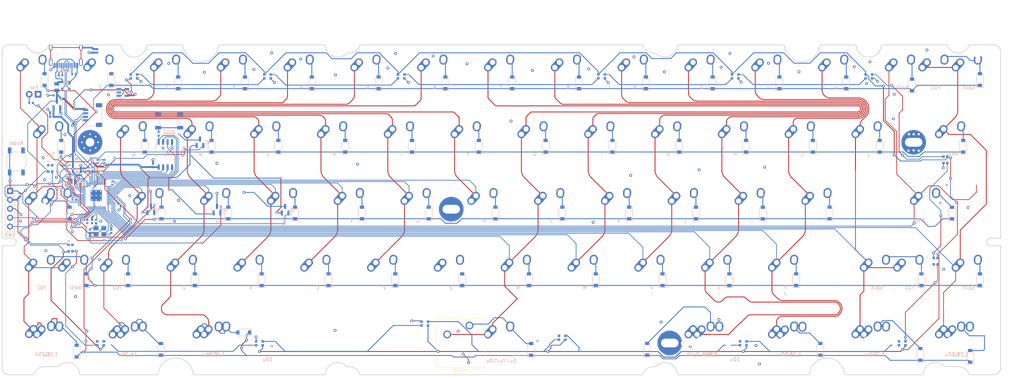
<source format=kicad_pcb>
(kicad_pcb (version 20221018) (generator pcbnew)
  (title_block (title "SST60 - Multi-layout 60% PCB") (date "2022-07-25") (rev "0.1"))
  (layers (0 "F.Cu" signal) (31 "B.Cu" signal) (34 "B.Paste" user) (35 "F.Paste" user) (36 "B.SilkS" user "B.Silkscreen") (37 "F.SilkS" user "F.Silkscreen") (38 "B.Mask" user) (39 "F.Mask" user) (44 "Edge.Cuts" user))
  (net 0 "")
  (net 1 "GND")
  (net 2 "XTAL_IN")
  (net 3 "Net-(C_Crystal2-Pad2)")
  (net 4 "+5V")
  (net 5 "GNDREF")
  (net 6 "row0")
  (net 7 "Net-(D1-Pad2)")
  (net 8 "row1")
  (net 9 "Net-(D2-Pad2)")
  (net 10 "row2")
  (net 11 "Net-(D3-Pad2)")
  (net 12 "row3")
  (net 13 "Net-(D4-Pad2)")
  (net 14 "row4")
  (net 15 "Net-(D5-Pad2)")
  (net 16 "Net-(D6-Pad2)")
  (net 17 "Net-(D7-Pad2)")
  (net 18 "Net-(D8-Pad2)")
  (net 19 "Net-(D9-Pad2)")
  (net 20 "Net-(D10-Pad2)")
  (net 21 "Net-(D11-Pad2)")
  (net 22 "Net-(D12-Pad2)")
  (net 23 "Net-(D13-Pad2)")
  (net 24 "Net-(D14-Pad2)")
  (net 25 "Net-(D15-Pad2)")
  (net 26 "Net-(D16-Pad2)")
  (net 27 "Net-(D17-Pad2)")
  (net 28 "Net-(D18-Pad2)")
  (net 29 "Net-(D19-Pad2)")
  (net 30 "Net-(D20-Pad2)")
  (net 31 "Net-(D21-Pad2)")
  (net 32 "Net-(D22-Pad2)")
  (net 33 "Net-(D23-Pad2)")
  (net 34 "Net-(D25-Pad2)")
  (net 35 "Net-(D26-Pad2)")
  (net 36 "Net-(D27-Pad2)")
  (net 37 "Net-(D28-Pad2)")
  (net 38 "Net-(D30-Pad2)")
  (net 39 "Net-(D31-Pad2)")
  (net 40 "Net-(D32-Pad2)")
  (net 41 "Net-(D33-Pad2)")
  (net 42 "Net-(D34-Pad2)")
  (net 43 "Net-(D35-Pad2)")
  (net 44 "Net-(D36-Pad2)")
  (net 45 "Net-(D37-Pad2)")
  (net 46 "Net-(D38-Pad2)")
  (net 47 "Net-(D39-Pad2)")
  (net 48 "Net-(D40-Pad2)")
  (net 49 "Net-(D41-Pad2)")
  (net 50 "Net-(D42-Pad2)")
  (net 51 "Net-(D43-Pad2)")
  (net 52 "Net-(D44-Pad2)")
  (net 53 "Net-(D45-Pad2)")
  (net 54 "Net-(D46-Pad2)")
  (net 55 "Net-(D48-Pad2)")
  (net 56 "Net-(D49-Pad2)")
  (net 57 "Net-(D50-Pad2)")
  (net 58 "Net-(D51-Pad2)")
  (net 59 "Net-(D52-Pad2)")
  (net 60 "Net-(D53-Pad2)")
  (net 61 "Net-(D54-Pad2)")
  (net 62 "Net-(D55-Pad2)")
  (net 63 "Net-(D56-Pad2)")
  (net 64 "Net-(D57-Pad2)")
  (net 65 "Net-(D58-Pad2)")
  (net 66 "Net-(D59-Pad2)")
  (net 67 "Net-(D61-Pad2)")
  (net 68 "Net-(D62-Pad2)")
  (net 69 "Net-(D63-Pad2)")
  (net 70 "Net-(D64-Pad2)")
  (net 71 "Net-(D65-Pad2)")
  (net 72 "Net-(D66-Pad2)")
  (net 73 "Net-(D67-Pad2)")
  (net 74 "Net-(D68-Pad2)")
  (net 76 "Net-(D69-Pad3)")
  (net 77 "Net-(D70-Pad3)")
  (net 78 "Net-(D71-Pad1)")
  (net 79 "RGB")
  (net 80 "Net-(D72-Pad3)")
  (net 81 "Net-(D73-Pad1)")
  (net 82 "Net-(D74-Pad3)")
  (net 83 "Net-(D75-Pad1)")
  (net 84 "Net-(D76-Pad3)")
  (net 85 "Net-(D77-Pad1)")
  (net 86 "Net-(D78-Pad3)")
  (net 87 "Net-(D79-Pad1)")
  (net 88 "Net-(D80-Pad3)")
  (net 89 "Net-(D81-Pad1)")
  (net 90 "Net-(D82-Pad3)")
  (net 91 "Net-(D83-Pad1)")
  (net 92 "VCC")
  (net 93 "D-")
  (net 94 "D+")
  (net 95 "RESET")
  (net 96 "SWDIO")
  (net 97 "SWCLK")
  (net 98 "CAPSLED")
  (net 99 "ESCLED")
  (net 100 "col0")
  (net 101 "col1")
  (net 102 "col2")
  (net 103 "col3")
  (net 104 "col4")
  (net 105 "col5")
  (net 106 "col6")
  (net 107 "col7")
  (net 108 "col8")
  (net 109 "col9")
  (net 110 "col10")
  (net 111 "col11")
  (net 112 "col12")
  (net 113 "XTAL_OUT")
  (net 114 "Net-(R_DATA1-Pad2)")
  (net 115 "Net-(R_DATA2-Pad2)")
  (net 116 "Net-(R_Flash1-Pad1)")
  (net 117 "CS")
  (net 118 "Net-(R_USB1-Pad1)")
  (net 119 "Net-(R_USB2-Pad1)")
  (net 123 "SD3")
  (net 124 "QSPI_CLK")
  (net 125 "SD0")
  (net 126 "SD2")
  (net 127 "SD1")
  (net 130 "+1V1")
  (net 131 "+3V3")
  (net 132 "Net-(MX3-Pad3)")
  (net 133 "col13")
  (net 134 "col14")
  (net 135 "RGBLED")
  (net 136 "W")
  (net 137 "A")
  (net 138 "S")
  (net 139 "D")
  (footprint "MX_Alps_Hybrid:MX-1.5U-NoLED" (layer "F.Cu") (at 46.0375 125.4125)
    (fp_text reference "1.50u")
    (fp_text value "MX-NoLED")
  )
  (footprint "MX_Alps_Hybrid:MX-1.25U-NoLED" (layer "F.Cu") (at 67.59 125.45)
    (fp_text reference "1.25U")
    (fp_text value "MX-NoLED")
  )
  (footprint "MX_Alps_Hybrid:MX-1U-NoLED" (layer "F.Cu") (at 146.05 68.2625)
    (fp_text reference "T")
    (fp_text value "MX-NoLED")
  )
  (footprint "MX_Alps_Hybrid:MX-1.5U-NoLED" (layer "F.Cu") (at 46.0375 68.2625)
    (fp_text reference "Tab")
    (fp_text value "MX-NoLED")
  )
  (footprint "MX_Alps_Hybrid:MX-1U-NoLED" (layer "F.Cu") (at 260.35 68.2625)
    (fp_text reference "[")
    (fp_text value "MX-NoLED")
  )
  (footprint "MX_Alps_Hybrid:MX-1.5U-NoLED" (layer "F.Cu") (at 255.5875 125.4125)
    (fp_text reference "1.50u")
    (fp_text value "MX-NoLED")
  )
  (footprint "MX_Alps_Hybrid:MX-1U-NoLED" (layer "F.Cu") (at 127 68.2625)
    (fp_text reference "R")
    (fp_text value "MX-NoLED")
  )
  (footprint "MX_Alps_Hybrid:MX-1U-NoLED" (layer "F.Cu") (at 217.4875 106.3625)
    (fp_text reference "<")
    (fp_text value ",")
  )
  (footprint "MX_Alps_Hybrid:MX-1.25U-FLIPPED" (layer "F.Cu") (at 43.65625 87.3125)
    (fp_text reference "Stepped" hide)
    (fp_text value "MX-LED")
  )
  (footprint "MX_Alps_Hybrid:MX-1.25U-NoLED" (layer "F.Cu") (at 91.51 125.45)
    (fp_text reference "1.25U")
    (fp_text value "MX-NoLED")
  )
  (footprint "MX_Alps_Hybrid:MX-1U-NoLED" (layer "F.Cu") (at 93.6625 87.3125)
    (fp_text reference "S")
    (fp_text value "MX-NoLED")
  )
  (footprint "MX_Alps_Hybrid:MX-1U-NoLED" (layer "F.Cu") (at 169.8625 87.3125)
    (fp_text reference "H")
    (fp_text value "MX-NoLED")
  )
  (footprint "MX_Alps_Hybrid:MX-1U-NoLED" (layer "F.Cu") (at 112.7125 87.3125)
    (fp_text reference "D")
    (fp_text value "MX-NoLED")
  )
  (footprint "MX_Alps_Hybrid:MX-1U-NoLED" (layer "F.Cu") (at 188.9125 87.3125)
    (fp_text reference "J")
    (fp_text value "MX-NoLED")
  )
  (footprint "MX_Alps_Hybrid:MX-1U-NoLED" (layer "F.Cu") (at 84.1375 106.3625)
    (fp_text reference "Z")
    (fp_text value "MX-NoLED")
  )
  (footprint "MX_Alps_Hybrid:MX-1.25U-NoLED" (layer "F.Cu") (at 234.24 125.43)
    (fp_text reference "1.25U")
    (fp_text value "MX-NoLED")
  )
  (footprint "MX_Alps_Hybrid:MX-1U-NoLED" (layer "F.Cu") (at 307.975 106.3625)
    (fp_text reference "Split")
    (fp_text value "MX-NoLED")
  )
  (footprint "MX_Alps_Hybrid:MX-1U-NoLED" (layer "F.Cu") (at 88.9 68.2625)
    (fp_text reference "W")
    (fp_text value "MX-NoLED")
  )
  (footprint "MX_Alps_Hybrid:MX-1U-NoLED" (layer "F.Cu") (at 250.825 49.2125)
    (fp_text reference "-")
    (fp_text value "MX-NoLED")
  )
  (footprint "MX_Alps_Hybrid:MX-1.75U-NoLED" (layer "F.Cu") (at 281.78125 106.3625)
    (fp_text reference "Split")
    (fp_text value "MX-NoLED")
  )
  (footprint "MX_Alps_Hybrid:MX-1U-NoLED" (layer "F.Cu") (at 141.2875 106.3625)
    (fp_text reference "V")
    (fp_text value "MX-NoLED")
  )
  (footprint "MX_Alps_Hybrid:MX-1U-NoLED" (layer "F.Cu") (at 103.1875 106.3625)
    (fp_text reference "X")
    (fp_text value "MX-NoLED")
  )
  (footprint "MX_Alps_Hybrid:MX-1U-NoLED" (layer "F.Cu") (at 279.4 125.4125)
    (fp_text reference "1u")
    (fp_text value "MX-NoLED")
  )
  (footprint "MX_Alps_Hybrid:MX-1U-NoLED" (layer "F.Cu") (at 136.525 49.2125)
    (fp_text reference "5")
    (fp_text value "MX-NoLED")
  )
  (footprint "MX_Alps_Hybrid:MX-1.25U-NoLED" (layer "F.Cu") (at 305.7 125.43)
    (fp_text reference "1.25U")
    (fp_text value "MX-NoLED")
  )
  (footprint "Components:L60 Outline" (layer "F.Cu") (at 174.6175 89.8375)
    (fp_text reference "H1" hide)
    (fp_text value "PCB Outline")
    (fp_line (start -142.342492 -47.624993) (end -142.342492 5.574996) (stroke (width 0.2)) (layer "Edge.Cuts"))
    (fp_line (start -142.342492 5.574996) (end -139.449495 5.574996) (stroke (width 0.2)) (layer "Edge.Cuts"))
    (fp_line (start -142.342492 7.775) (end -142.342492 42.575) (stroke (width 0.2)) (layer "Edge.Cuts"))
    (fp_line (start -140.342492 44.575) (end -133.383493 44.575) (stroke (width 0.2)) (layer "Edge.Cuts"))
    (fp_line (start -139.449495 7.775) (end -142.342492 7.775) (stroke (width 0.2)) (layer "Edge.Cuts"))
    (fp_line (start -135.383493 -49.624993) (end -140.342492 -49.624993) (stroke (width 0.2)) (layer "Edge.Cuts"))
    (fp_line (start -130.267492 42.249999) (end -126.692495 42.249999) (stroke (width 0.2)) (layer "Edge.Cuts"))
    (fp_line (start -119.720495 44.575) (end -98.376497 44.575) (stroke (width 0.2)) (layer "Edge.Cuts"))
    (fp_line (start -108.812494 -49.624993) (end -129.151494 -49.624993) (stroke (width 0.2)) (layer "Edge.Cuts"))
    (fp_line (start -91.247491 -49.624993) (end -100.670495 -49.624993) (stroke (width 0.2)) (layer "Edge.Cuts"))
    (fp_line (start -87.34649 44.575) (end -50.688493 44.575) (stroke (width 0.2)) (layer "Edge.Cuts"))
    (fp_line (start -50.688493 -49.624993) (end -80.187494 -49.624993) (stroke (width 0.2)) (layer "Edge.Cuts"))
    (fp_line (start -43.687486 42.249999) (end -43.417497 42.249999) (stroke (width 0.2)) (layer "Edge.Cuts"))
    (fp_line (start -43.417497 -47.299996) (end -43.643495 -47.299996) (stroke (width 0.2)) (layer "Edge.Cuts"))
    (fp_line (start -40.3015 44.575) (end 40.316512 44.575) (stroke (width 0.2)) (layer "Edge.Cuts"))
    (fp_line (start 40.316512 -49.624993) (end -40.3015 -49.624993) (stroke (width 0.2)) (layer "Edge.Cuts"))
    (fp_line (start 43.432509 42.249999) (end 43.700514 42.249999) (stroke (width 0.2)) (layer "Edge.Cuts"))
    (fp_line (start 43.686507 -47.299996) (end 43.432509 -47.299996) (stroke (width 0.2)) (layer "Edge.Cuts"))
    (fp_line (start 50.703505 44.575) (end 87.36151 44.575) (stroke (width 0.2)) (layer "Edge.Cuts"))
    (fp_line (start 80.202513 -49.624993) (end 50.703505 -49.624993) (stroke (width 0.2)) (layer "Edge.Cuts"))
    (fp_line (start 98.391509 44.575) (end 119.735503 44.575) (stroke (width 0.2)) (layer "Edge.Cuts"))
    (fp_line (start 100.685515 -49.624993) (end 91.262511 -49.624993) (stroke (width 0.2)) (layer "Edge.Cuts"))
    (fp_line (start 126.825499 42.249999) (end 130.2825 42.249999) (stroke (width 0.2)) (layer "Edge.Cuts"))
    (fp_line (start 127.166503 -49.624993) (end 108.827513 -49.624993) (stroke (width 0.2)) (layer "Edge.Cuts"))
    (fp_line (start 133.398497 44.575) (end 140.357512 44.575) (stroke (width 0.2)) (layer "Edge.Cuts"))
    (fp_line (start 139.464507 5.574996) (end 142.357512 5.574996) (stroke (width 0.2)) (layer "Edge.Cuts"))
    (fp_line (start 140.357512 -49.624993) (end 133.398497 -49.624993) (stroke (width 0.2)) (layer "Edge.Cuts"))
    (fp_line (start 142.357512 5.574996) (end 142.357512 -47.624993) (stroke (width 0.2)) (layer "Edge.Cuts"))
    (fp_line (start 142.357512 7.775) (end 139.464507 7.775) (stroke (width 0.2)) (layer "Edge.Cuts"))
    (fp_line (start 142.357512 42.575) (end 142.357512 7.775) (stroke (width 0.2)) (layer "Edge.Cuts"))
    (fp_arc (start -142.342492 -47.624993) (mid -141.756494 -49.038995) (end -140.342492 -49.624993) (stroke (width 0.2)) (layer "Edge.Cuts"))
    (fp_arc (start -140.342492 44.575) (mid -141.756492 43.989) (end -142.342492 42.575) (stroke (width 0.2)) (layer "Edge.Cuts"))
    (fp_arc (start -139.449495 5.574996) (mid -138.349492 6.674998) (end -139.449495 7.775) (stroke (width 0.2)) (layer "Edge.Cuts"))
    (fp_arc (start -133.383493 44.575) (mid -132.211577 42.895063) (end -130.267492 42.249999) (stroke (width 0.2)) (layer "Edge.Cuts"))
    (fp_arc (start -129.151494 -49.624993) (mid -132.267494 -47.299997) (end -135.383493 -49.624993) (stroke (width 0.2)) (layer "Edge.Cuts"))
    (fp_arc (start -126.258493 42.069999) (mid -126.457636 42.203057) (end -126.692495 42.249999) (stroke (width 0.2)) (layer "Edge.Cuts"))
    (fp_arc (start -126.258493 42.069999) (mid -122.695182 41.248101) (end -120.291494 44.004001) (stroke (width 0.2)) (layer "Edge.Cuts"))
    (fp_arc (start -119.720495 44.575) (mid -120.124494 44.408) (end -120.291494 44.004001) (stroke (width 0.2)) (layer "Edge.Cuts"))
    (fp_arc (start -108.812494 -49.624993) (mid -108.408491 -49.457997) (end -108.241495 -49.053994) (stroke (width 0.2)) (layer "Edge.Cuts"))
    (fp_arc (start -101.241495 -49.053994) (mid -104.741495 -46.124993) (end -108.241495 -49.053994) (stroke (width 0.2)) (layer "Edge.Cuts"))
    (fp_arc (start -101.241495 -49.053994) (mid -101.074499 -49.457997) (end -100.670495 -49.624993) (stroke (width 0.2)) (layer "Edge.Cuts"))
    (fp_arc (start -97.820489 44.019) (mid -97.983494 44.412) (end -98.376497 44.575) (stroke (width 0.2)) (layer "Edge.Cuts"))
    (fp_arc (start -97.820489 44.019) (mid -92.86149 39.770998) (end -87.90249 44.019) (stroke (width 0.2)) (layer "Edge.Cuts"))
    (fp_arc (start -91.247491 -49.624993) (mid -90.843488 -49.457997) (end -90.676492 -49.053994) (stroke (width 0.2)) (layer "Edge.Cuts"))
    (fp_arc (start -87.34649 44.575) (mid -87.739492 44.412002) (end -87.90249 44.019) (stroke (width 0.2)) (layer "Edge.Cuts"))
    (fp_arc (start -80.758493 -49.053994) (mid -85.717493 -44.806002) (end -90.676492 -49.053994) (stroke (width 0.2)) (layer "Edge.Cuts"))
    (fp_arc (start -80.758493 -49.053994) (mid -80.591497 -49.457997) (end -80.187494 -49.624993) (stroke (width 0.2)) (layer "Edge.Cuts"))
    (fp_arc (start -50.688493 -49.624993) (mid -50.28449 -49.457997) (end -50.117494 -49.053994) (stroke (width 0.2)) (layer "Edge.Cuts"))
    (fp_arc (start -50.117494 44.004001) (mid -50.284494 44.408) (end -50.688493 44.575) (stroke (width 0.2)) (layer "Edge.Cuts"))
    (fp_arc (start -50.117494 44.004001) (mid -47.728134 41.253207) (end -44.172487 42.048999) (stroke (width 0.2)) (layer "Edge.Cuts"))
    (fp_arc (start -44.20749 -47.066003) (mid -47.750885 -46.310792) (end -50.117494 -49.053994) (stroke (width 0.2)) (layer "Edge.Cuts"))
    (fp_arc (start -44.20749 -47.066003) (mid -43.948694 -47.238922) (end -43.643495 -47.299996) (stroke (width 0.2)) (layer "Edge.Cuts"))
    (fp_arc (start -43.687486 42.249999) (mid -43.95 42.197791) (end -44.172487 42.048999) (stroke (width 0.2)) (layer "Edge.Cuts"))
    (fp_arc (start -43.417497 42.249999) (mid -41.473413 42.895062) (end -40.3015 44.575) (stroke (width 0.2)) (layer "Edge.Cuts"))
    (fp_arc (start -40.3015 -49.624993) (mid -41.473416 -47.945061) (end -43.417497 -47.299996) (stroke (width 0.2)) (layer "Edge.Cuts"))
    (fp_arc (start 40.316512 44.575) (mid 41.488423 42.89506) (end 43.432509 42.249999) (stroke (width 0.2)) (layer "Edge.Cuts"))
    (fp_arc (start 43.432509 -47.299996) (mid 41.488431 -47.945059) (end 40.316512 -49.624993) (stroke (width 0.2)) (layer "Edge.Cuts"))
    (fp_arc (start 43.686507 -47.299996) (mid 43.96415 -47.245156) (end 44.199507 -47.088006) (stroke (width 0.2)) (layer "Edge.Cuts"))
    (fp_arc (start 44.189513 42.047) (mid 43.96505 42.19677) (end 43.700514 42.249999) (stroke (width 0.2)) (layer "Edge.Cuts"))
    (fp_arc (start 44.189513 42.047) (mid 47.744655 41.253058) (end 50.132506 44.004001) (stroke (width 0.2)) (layer "Edge.Cuts"))
    (fp_arc (start 50.132506 -49.053994) (mid 47.750925 -46.305812) (end 44.199507 -47.088006) (stroke (width 0.2)) (layer "Edge.Cuts"))
    (fp_arc (start 50.132506 -49.053994) (mid 50.299511 -49.457988) (end 50.703505 -49.624993) (stroke (width 0.2)) (layer "Edge.Cuts"))
    (fp_arc (start 50.703505 44.575) (mid 50.299509 44.407995) (end 50.132506 44.004001) (stroke (width 0.2)) (layer "Edge.Cuts"))
    (fp_arc (start 80.202513 -49.624993) (mid 80.606494 -49.457981) (end 80.773512 -49.053994) (stroke (width 0.2)) (layer "Edge.Cuts"))
    (fp_arc (start 87.91751 44.019) (mid 87.754516 44.412009) (end 87.36151 44.575) (stroke (width 0.2)) (layer "Edge.Cuts"))
    (fp_arc (start 87.91751 44.019) (mid 92.87651 39.770997) (end 97.835509 44.019) (stroke (width 0.2)) (layer "Edge.Cuts"))
    (fp_arc (start 90.691497 -49.053994) (mid 85.732505 -44.806004) (end 80.773512 -49.053994) (stroke (width 0.2)) (layer "Edge.Cuts"))
    (fp_arc (start 90.691497 -49.053994) (mid 90.858507 -49.457997) (end 91.262511 -49.624993) (stroke (width 0.2)) (layer "Edge.Cuts"))
    (fp_arc (start 98.391509 44.575) (mid 97.998498 44.412008) (end 97.835509 44.019) (stroke (width 0.2)) (layer "Edge.Cuts"))
    (fp_arc (start 100.685515 -49.624993) (mid 101.089554 -49.458039) (end 101.256499 -49.053994) (stroke (width 0.2)) (layer "Edge.Cuts"))
    (fp_arc (start 108.256499 -49.053994) (mid 104.756499 -46.124993) (end 101.256499 -49.053994) (stroke (width 0.2)) (layer "Edge.Cuts"))
    (fp_arc (start 108.256499 -49.053994) (mid 108.423509 -49.457996) (end 108.827513 -49.624993) (stroke (width 0.2)) (layer "Edge.Cuts"))
    (fp_arc (start 120.306517 44.004001) (mid 120.139505 44.408004) (end 119.735503 44.575) (stroke (width 0.2)) (layer "Edge.Cuts"))
    (fp_arc (start 120.306517 44.004001) (mid 122.649454 41.268997) (end 126.179503 41.981997) (stroke (width 0.2)) (layer "Edge.Cuts"))
    (fp_arc (start 126.825499 42.249999) (mid 126.475882 42.180158) (end 126.179503 41.981997) (stroke (width 0.2)) (layer "Edge.Cuts"))
    (fp_arc (start 130.2825 42.249999) (mid 132.226596 42.895058) (end 133.398497 44.575) (stroke (width 0.2)) (layer "Edge.Cuts"))
    (fp_arc (start 133.398497 -49.624993) (mid 130.2825 -47.299996) (end 127.166503 -49.624993) (stroke (width 0.2)) (layer "Edge.Cuts"))
    (fp_arc (start 139.464507 7.775) (mid 138.3645 6.675) (end 139.464507 5.574996) (stroke (width 0.2)) (layer "Edge.Cuts"))
    (fp_arc (start 140.357512 -49.624993) (mid 141.77151 -49.038997) (end 142.357512 -47.624993) (stroke (width 0.2)) (layer "Edge.Cuts"))
    (fp_arc (start 142.357512 42.575) (mid 141.771521 43.989013) (end 140.357512 44.575) (stroke (width 0.2)) (layer "Edge.Cuts"))
  )
  (footprint "MX_Alps_Hybrid:MX-1U-NoLED" (layer "F.Cu") (at 150.8125 87.3125)
    (fp_text reference "G")
    (fp_text value "MX-NoLED")
  )
  (footprint "MX_Alps_Hybrid:MX-1U-NoLED" (layer "F.Cu") (at 231.775 125.4125)
    (fp_text reference "Small Split")
    (fp_text value "MX-NoLED")
  )
  (footprint "MX_Alps_Hybrid:MX-1U-NoLED" (layer "F.Cu") (at 246.0625 87.3125)
    (fp_text reference ":")
    (fp_text value ";")
  )
  (footprint "MX_Alps_Hybrid:MX-1U-NoLED" (layer "F.Cu") (at 60.35 49.19)
    (fp_text reference "2")
    (fp_text value "MX-NoLED")
  )
  (footprint "MX_Alps_Hybrid:MX-1U-NoLED" (layer "F.Cu") (at 193.675 49.2125)
    (fp_text reference "8")
    (fp_text value "MX-NoLED")
  )
  (footprint "MX_Alps_Hybrid:MX-1U-NoLED" (layer "F.Cu") (at 241.3 68.2625)
    (fp_text reference "P")
    (fp_text value "MX-NoLED")
  )
  (footprint "Button_Switch_Keyboard:SW_Cherry_MX_6.25u_PCB" (layer "F.Cu") (at 160.45 130.51 180)
    (fp_text reference "REF**")
    (fp_text value "SW_Cherry_MX_6.25u_PCB")
  )
  (footprint "MX_Alps_Hybrid:MX-1U-NoLED" (layer "F.Cu") (at 69.85 68.2625)
    (fp_text reference "Q")
    (fp_text value "MX-NoLED")
  )
  (footprint "MX_Alps_Hybrid:MX-1U-NoLED" (layer "F.Cu") (at 165.1 68.2625)
    (fp_text reference "Y")
    (fp_text value "MX-NoLED")
  )
  (footprint "MX_Alps_Hybrid:MX-1U-NoLED" (layer "F.Cu") (at 279.4 68.2625)
    (fp_text reference "]")
    (fp_text value "MX-NoLED")
  )
  (footprint "MX_Alps_Hybrid:MX-1U-NoLED" (layer "F.Cu") (at 174.625 125.4125)
    (fp_text reference "1u/7u/10u")
    (fp_text value "MX-NoLED")
  )
  (footprint "MX_Alps_Hybrid:MX-1U-NoLED" (layer "F.Cu") (at 212.725 49.2125)
    (fp_text reference "9")
    (fp_text value "MX-NoLED")
  )
  (footprint "MX_Alps_Hybrid:MX-1U-NoLED" (layer "F.Cu") (at 65.0875 106.3625)
    (fp_text reference "ISO")
    (fp_text value "MX-NoLED")
  )
  (footprint "MX_Alps_Hybrid:MX-1U-NoLED" (layer "F.Cu") (at 236.5375 106.3625)
    (fp_text reference ">")
    (fp_text value ".")
  )
  (footprint "MX_Alps_Hybrid:MX-2.75U-NoLED" (layer "F.Cu") (at 291.30625 106.3625)
    (fp_text reference "Full")
    (fp_text value "MX-NoLED")
  )
  (footprint "MX_Alps_Hybrid:MX-1U-NoLED" (layer "F.Cu") (at 122.2375 106.3625)
    (fp_text reference "C")
    (fp_text value "MX-NoLED")
  )
  (footprint "MX_Alps_Hybrid:MX-1U-NoLED" (layer "F.Cu") (at 107.95 68.2625)
    (fp_text reference "E")
    (fp_text value "MX-NoLED")
  )
  (footprint "MX_Alps_Hybrid:MX-2.25U-NoLED" (layer "F.Cu") (at 296.06875 87.3125)
    (fp_text reference "ANSI")
    (fp_text value "MX-NoLED")
  )
  (footprint "MX_Alps_Hybrid:MX-1U-NoLED" (layer "F.Cu") (at 74.6125 87.3125)
    (fp_text reference "A" hide)
    (fp_text value "MX-NoLED")
  )
  (footprint "MX_Alps_Hybrid:MX-1U-NoLED" (layer "F.Cu") (at 160.32 106.38)
    (fp_text reference "2")
    (fp_text value "MX-NoLED")
  )
  (footprint "MX_Alps_Hybrid:MX-1U-NoLED" (layer "F.Cu") (at 307.975 49.2125)
    (fp_text reference "Split")
    (fp_text value "MX-NoLED")
  )
  (footprint "MX_Alps_Hybrid:MX-1U-NoLED" (layer "F.Cu") (at 231.775 49.2125)
    (fp_text reference "0")
    (fp_text value "MX-NoLED")
  )
  (footprint "MX_Alps_Hybrid:MX-1U-NoLED" (layer "F.Cu") (at 227.0125 87.3125)
    (fp_text reference "L")
    (fp_text value "MX-NoLED")
  )
  (footprint "MX_Alps_Hybrid:MX-1U-NoLED" (layer "F.Cu") (at 203.2 68.2625)
    (fp_text reference "I")
    (fp_text value "MX-NoLED")
  )
  (footprint "MX_Alps_Hybrid:MX-1U-NoLED" (layer "F.Cu") (at 198.4375 106.3625)
    (fp_text reference "M")
    (fp_text value "MX-NoLED")
  )
  (footprint "MX_Alps_Hybrid:MX-2U-NoLED" (layer "F.Cu") (at 298.45 49.2125)
    (fp_text reference "Full")
    (fp_text value "MX-NoLED")
  )
  (footprint "MX_Alps_Hybrid:MX-1U-NoLED" (layer "F.Cu") (at 255.5875 106.3625)
    (fp_text reference "?")
    (fp_text value "/")
  )
  (footprint "MX_Alps_Hybrid:MX-1U-NoLED" (layer "F.Cu") (at 131.7625 87.3125)
    (fp_text reference "F")
    (fp_text value "MX-NoLED")
  )
  (footprint "MX_Alps_Hybrid:MX-1U-NoLED" (layer "F.Cu") (at 69.85 125.4125)
    (fp_text reference "1u")
    (fp_text value "MX-NoLED")
  )
  (footprint "MX_Alps_Hybrid:MX-1U-NoLED" (layer "F.Cu") (at 179.3875 106.3625)
    (fp_text reference "N")
    (fp_text value "MX-NoLED")
  )
  (footprint "MX_Alps_Hybrid:MX-1U-NoLED" (layer "F.Cu") (at 98.425 49.2125)
    (fp_text reference "3")
    (fp_text value "MX-NoLED")
  )
  (footprint "MX_Alps_Hybrid:MX-1U-NoLED" (layer "F.Cu") (at 155.575 49.2125)
    (fp_text reference "6")
    (fp_text value "MX-NoLED")
  )
  (footprint "MX_Alps_Hybrid:MX-1U-NoLED" (layer "F.Cu") (at 265.1125 87.3125)
    (fp_text reference "\"")
    (fp_text value "'")
  )
  (footprint "MX_Alps_Hybrid:MX-1U" (layer "F.Cu") (at 41.275 49.2125)
    (fp_text reference "Esc")
    (fp_text value "MX-LED")
  )
  (footprint "MX_Alps_Hybrid:MX-1.5U-NoLED" (layer "F.Cu") (at 93.6625 125.4125)
    (fp_text reference "1.50u")
    (fp_text value "MX-NoLED")
  )
  (footprint "MX_Alps_Hybrid:MX-1.25U-NoLED" (layer "F.Cu") (at 281.8 125.43)
    (fp_text reference "1.25U")
    (fp_text value "MX-NoLED")
  )
  (footprint "MX_Alps_Hybrid:MX-1U-NoLED" (layer "F.Cu") (at 269.875 49.2125)
    (fp_text reference "=")
    (fp_text value "MX-NoLED")
  )
  (footprint "MX_Alps_Hybrid:MX-1.25U-NoLED" (layer "F.Cu") (at 43.75 125.33)
    (fp_text reference "1.25U")
    (fp_text value "MX-NoLED")
  )
  (footprint "MX_Alps_Hybrid:MX-1U-NoLED" (layer "F.Cu") (at 288.925 49.2125)
    (fp_text reference "Split")
    (fp_text value "MX-NoLED")
  )
  (footprint "MX_Alps_Hybrid:MX-1U-NoLED" (layer "F.Cu") (at 207.9625 87.3125)
    (fp_text reference "K")
    (fp_text value "MX-NoLED")
  )
  (footprint "MX_Alps_Hybrid:MX-1.25U-NoLED" (layer "F.Cu") (at 43.65625 106.3625)
    (fp_text reference "ISO")
    (fp_text value "MX-NoLED")
  )
  (footprint "MX_Alps_Hybrid:MX-1U-NoLED" (layer "F.Cu") (at 79.375 49.2125)
    (fp_text reference "2")
    (fp_text value "MX-NoLED")
  )
  (footprint "MX_Alps_Hybrid:MX-1.5U-NoLED" (layer "F.Cu") (at 303.2125 68.2625)
    (fp_text reference "ANSI")
    (fp_text value "MX-NoLED")
  )
  (footprint "MX_Alps_Hybrid:MX-1.75U" (layer "F.Cu") (at 48.41875 87.3125)
    (fp_text reference "Full" hide)
    (fp_text value "MX-LED")
  )
  (footprint "MX_Alps_Hybrid:MX-1U-NoLED" (layer "F.Cu") (at 174.625 49.2125)
    (fp_text reference "7")
    (fp_text value "MX-NoLED")
  )
  (footprint "MX_Alps_Hybrid:MX-1U-NoLED" (layer "F.Cu") (at 222.25 68.2625)
    (fp_text reference "O")
    (fp_text value "MX-NoLED")
  )
  (footprint "MX_Alps_Hybrid:MX-1.5U-NoLED" (layer "F.Cu") (at 303.2125 125.4125)
    (fp_text reference "1.50u")
    (fp_text value "MX-NoLED")
  )
  (footprint "MX_Alps_Hybrid:MX-2.25U-NoLED" (layer "F.Cu") (at 53.18125 106.3625)
    (fp_text reference "ANSI")
    (fp_text value "MX-NoLED")
  )
  (footprint "MX_Alps_Hybrid:MX-7U-ReversedStabilizers-NoLED" (layer "F.Cu") (at 174.625 125.4125)
    (fp_text reference "MX42")
    (fp_text value "MX-NoLED")
  )
  (footprint "MX_Alps_Hybrid:MX-1U-NoLED" (layer "F.Cu") (at 117.475 49.2125)
    (fp_text reference "4")
    (fp_text value "MX-NoLED")
  )
  (footprint "MX_Alps_Hybrid:MX-1.25U-NoLED" (layer "F.Cu") (at 257.96 125.49)
    (fp_text reference "1.25U")
    (fp_text value "MX-NoLED")
  )
  (footprint "MX_Alps_Hybrid:MX-1U-NoLED" (layer "F.Cu") (at 184.15 68.2625)
    (fp_text reference "U")
    (fp_text value "MX-NoLED")
  )
  (footprint "random-keyboard-parts:SOT143B" (layer "B.Cu") (at 50.425 51.775 180)
    (fp_text reference "U4" hide)
    (fp_text value "PRTR5V0U2X")
  )
  (footprint "Button_Switch_SMD:SW_SPST_TL3342" (layer "B.Cu") (at 36.33 73.5 -90)
    (fp_text reference "SW2" hide)
    (fp_text value "Reset")
  )
  (footprint "Diode_SMD:D_SOD-123" (layer "B.Cu") (at 106.275 107.25 90)
    (fp_text reference "D19" hide)
    (fp_text value "D_Small")
  )
  (footprint "Capacitor_SMD:C_0402_1005Metric" (layer "B.Cu") (at 57.9 90.65 -90)
    (fp_text reference "C_3V-Decoup8" hide)
    (fp_text value ".1u")
  )
  (footprint "Diode_SMD:D_SOD-123" (layer "B.Cu") (at 220.575 107.25 90)
    (fp_text reference "D46" hide)
    (fp_text value "D_Small")
  )
  (footprint "acheron_Components:LED_WS2812_2020" (layer "B.Cu") (at 105.65 125.425 180)
    (fp_text reference "D74" hide)
    (fp_text value "WS2812B-2020")
  )
  (footprint "Diode_SMD:D_SOD-123" (layer "B.Cu") (at 101.16 122.33 180)
    (fp_text reference "D15" hide)
    (fp_text value "D_Small")
  )
  (footprint "acheron_Components:LED_WS2812_2020" (layer "B.Cu") (at 69.85 49.225)
    (fp_text reference "D71" hide)
    (fp_text value "WS2812B-2020")
  )
  (footprint "Diode_SMD:D_SOD-123" (layer "B.Cu") (at 291.725 51.65 90)
    (fp_text reference "D63" hide)
    (fp_text value "D_Small")
  )
  (footprint "Diode_SMD:D_SOD-123" (layer "B.Cu") (at 187.25 69.15 90)
    (fp_text reference "D35" hide)
    (fp_text value "D_Small")
  )
  (footprint "Capacitor_SMD:C_0402_1005Metric" (layer "B.Cu") (at 61.43 73.51 90)
    (fp_text reference "C_1V-Decoup2" hide)
    (fp_text value ".1u")
  )
  (footprint "Diode_SMD:D_SOD-123" (layer "B.Cu") (at 149.15 69.15 90)
    (fp_text reference "D26" hide)
    (fp_text value "D_Small")
  )
  (footprint "Capacitor_SMD:C_0402_1005Metric" (layer "B.Cu") (at 46.45 59.65 180)
    (fp_text reference "C_LDO2" hide)
    (fp_text value "1u")
  )
  (footprint "Diode_SMD:D_SOD-123" (layer "B.Cu") (at 263.45 69.15 90)
    (fp_text reference "D54" hide)
    (fp_text value "D_Small")
  )
  (footprint "Capacitor_SMD:C_0402_1005Metric" (layer "B.Cu") (at 54.7 76.975 90)
    (fp_text reference "C_3V-Decoup2" hide)
    (fp_text value "1u")
  )
  (footprint "Diode_SMD:D_SOD-123" (layer "B.Cu") (at 177.725 51.05 90)
    (fp_text reference "D34" hide)
    (fp_text value "D_Small")
  )
  (footprint "Diode_SMD:D_SOD-123" (layer "B.Cu") (at 249.175 88.225 90)
    (fp_text reference "D50" hide)
    (fp_text value "D_Small")
  )
  (footprint "Capacitor_SMD:C_0402_1005Metric" (layer "B.Cu") (at 75.3 74.625 90)
    (fp_text reference "C_Flash1" hide)
    (fp_text value ".1u")
  )
  (footprint "Package_TO_SOT_SMD:SOT-23" (layer "B.Cu") (at 74.69 87.16 90)
    (fp_text reference "A")
    (fp_text value "SOT-23")
  )
  (footprint "acheron_Components:LED_WS2812_2020" (layer "B.Cu") (at 298.45 101.975 -90)
    (fp_text reference "D84" hide)
    (fp_text value "WS2812B-2020")
  )
  (footprint "Capacitor_SMD:C_0402_1005Metric" (layer "B.Cu") (at 63.75 79.675 90)
    (fp_text reference "C_3V-Decoup6" hide)
    (fp_text value ".1u")
  )
  (footprint "Diode_SMD:D_SOD-123" (layer "B.Cu") (at 234.875 51.05 90)
    (fp_text reference "D48" hide)
    (fp_text value "D_Small")
  )
  (footprint "Diode_SMD:D_SOD-123" (layer "B.Cu") (at 134.875 88.2 90)
    (fp_text reference "D22" hide)
    (fp_text value "D_Small")
  )
  (footprint "Capacitor_SMD:C_0402_1005Metric" (layer "B.Cu") (at 57.3 93.425 90)
    (fp_text reference "C_Crystal2" hide)
    (fp_text value "22pF")
  )
  (footprint "Diode_SMD:D_SOD-123" (layer "B.Cu") (at 206.3 69.15 90)
    (fp_text reference "D40" hide)
    (fp_text value "D_Small")
  )
  (footprint "Resistor_SMD:R_0402_1005Metric" (layer "B.Cu") (at 59.075 90.625 90)
    (fp_text reference "R_Crystal1" hide)
    (fp_text value "1k")
  )
  (footprint "Diode_SMD:D_SOD-123" (layer "B.Cu") (at 96.775 88.2 90)
    (fp_text reference "D14" hide)
    (fp_text value "D_Small")
  )
  (footprint "Resistor_SMD:R_0402_1005Metric" (layer "B.Cu") (at 40.53 56.77 180)
    (fp_text reference "R_LED1" hide)
    (fp_text value "220")
  )
  (footprint "Package_TO_SOT_SMD:SOT-23" (layer "B.Cu") (at 88.69 68.02 90)
    (fp_text reference "W")
    (fp_text value "SOT-23")
  )
  (footprint "acheron_Components:LED_WS2812_2020" (layer "B.Cu") (at 191.975 123.82 180)
    (fp_text reference "D78" hide)
    (fp_text value "WS2812B-2020")
  )
  (footprint "Diode_SMD:D_SOD-123" (layer "B.Cu") (at 77.56 127.13 90)
    (fp_text reference "D10" hide)
    (fp_text value "D_Small")
  )
  (footprint "acheron_Components:LED_WS2812_2020" (layer "B.Cu") (at 203.2 49.2)
    (fp_text reference "D77" hide)
    (fp_text value "WS2812B-2020")
  )
  (footprint "Diode_SMD:D_SOD-123" (layer "B.Cu") (at 294.4 107.25 90)
    (fp_text reference "D61" hide)
    (fp_text value "D_Small")
  )
  (footprint "cipulot_parts:HRO-TYPE-C-31-M-12-Assembly" (layer "B.Cu") (at 50.45 38.3875)
    (fp_text reference "USB1")
    (fp_text value "HRO-TYPE-C-31-M-12")
  )
  (footprint "Diode_SMD:D_SOD-123" (layer "B.Cu") (at 68.2 107.25 90)
    (fp_text reference "D9" hide)
    (fp_text value "D_Small")
  )
  (footprint "Diode_SMD:D_SOD-123" (layer "B.Cu") (at 182.5 107.25 90)
    (fp_text reference "D37" hide)
    (fp_text value "D_Small")
  )
  (footprint "Capacitor_SMD:C_0402_1005Metric" (layer "B.Cu") (at 55.85 75.975 90)
    (fp_text reference "C_1V-Decoup1" hide)
    (fp_text value "1u")
  )
  (footprint "cipulot_parts:RP2040-QFN-56" (layer "B.Cu") (at 59.1 83.25 180)
    (fp_text reference "U1" hide)
    (fp_text value "RP2040")
  )
  (footprint "Diode_SMD:D_SOD-123" (layer "B.Cu") (at 196.775 51.05 90)
    (fp_text reference "D39" hide)
    (fp_text value "D_Small")
  )
  (footprint "Diode_SMD:D_SOD-123" (layer "B.Cu") (at 49.125 69.15 90)
    (fp_text reference "D2" hide)
    (fp_text value "D_Small")
  )
  (footprint "Diode_SMD:D_SOD-123" (layer "B.Cu") (at 63.425 50.1 90)
    (fp_text reference "D6" hide)
    (fp_text value "D_Small")
  )
  (footprint "Capacitor_SMD:C_0402_1005Metric" (layer "B.Cu") (at 52.55 78.7 180)
    (fp_text reference "C_3V-Decoup7" hide)
    (fp_text value ".1u")
  )
  (footprint "acheron_Components:LED_WS2812_2020" (layer "B.Cu") (at 60.325 125.425 180)
    (fp_text reference "D72" hide)
    (fp_text value "WS2812B-2020")
  )
  (footprint "acheron_Components:LED_WS2812_2020" (layer "B.Cu") (at 146.05 49.225)
    (fp_text reference "D75" hide)
    (fp_text value "WS2812B-2020")
  )
  (footprint "Capacitor_SMD:C_0402_1005Metric" (layer "B.Cu") (at 47.45 54.625 180)
    (fp_text reference "C_LDO1" hide)
    (fp_text value "1u")
  )
  (footprint "Connector_PinHeader_2.54mm:PinHeader_1x05_P2.54mm_Vertical" (layer "B.Cu") (at 34.55 81.925 180)
    (fp_text reference "J2" hide)
    (fp_text value "SWD")
  )
  (footprint "Diode_SMD:D_SOD-123" (layer "B.Cu") (at 44.375 50.1 90)
    (fp_text reference "D1" hide)
    (fp_text value "D_Small")
  )
  (footprint "Diode_SMD:D_SOD-123" (layer "B.Cu") (at 311.075 107.25 90)
    (fp_text reference "D67" hide)
    (fp_text value "D_Small")
  )
  (footprint "Diode_SMD:D_SOD-123" (layer "B.Cu") (at 92 69.15 90)
    (fp_text reference "D13" hide)
    (fp_text value "D_Small")
  )
  (footprint "Resistor_SMD:R_0402_1005Metric" (layer "B.Cu") (at 56.925 75.75 -90)
    (fp_text reference "R_DATA2" hide)
    (fp_text value "27")
  )
  (footprint "Resistor_SMD:R_0402_1005Metric" (layer "B.Cu") (at 48.95 48.9 180)
    (fp_text reference "R_USB1" hide)
    (fp_text value "5k1")
  )
  (footprint "Capacitor_SMD:C_0402_1005Metric" (layer "B.Cu") (at 52.83 84.44 180)
    (fp_text reference "C_3V-Decoup4" hide)
    (fp_text value ".1u")
  )
  (footprint "Diode_SMD:D_SOD-123" (layer "B.Cu") (at 130.1 69.15 90)
    (fp_text reference "D21" hide)
    (fp_text value "D_Small")
  )
  (footprint "Diode_SMD:D_SOD-123" (layer "B.Cu") (at 216.21 127.1 90)
    (fp_text reference "D52" hide)
    (fp_text value "D_Small")
  )
  (footprint "Resistor_SMD:R_0402_1005Metric" (layer "B.Cu") (at 58.075 75.75 -90)
    (fp_text reference "R_DATA1" hide)
    (fp_text value "27")
  )
  (footprint "acheron_Components:LED_WS2812_2020" (layer "B.Cu") (at 152.79 119.78 180)
    (fp_text reference "D76" hide)
    (fp_text value "WS2812B-2020")
  )
  (footprint "acheron_Components:LED_WS2812_2020" (layer "B.Cu") (at 241.3 49.225)
    (fp_text reference "D79" hide)
    (fp_text value "WS2812B-2020")
  )
  (footprint "Diode_SMD:D_SOD-123" (layer "B.Cu") (at 56.275 107.25 90)
    (fp_text reference "D4" hide)
    (fp_text value "D_Small")
  )
  (footprint "Package_TO_SOT_SMD:SOT-23" (layer "B.Cu") (at 93.54 87.25 90)
    (fp_text reference "S")
    (fp_text value "SOT-23")
  )
  (footprint "Diode_SMD:D_SOD-123" (layer "B.Cu") (at 51.525 88.2 90)
    (fp_text reference "D3" hide)
    (fp_text value "D_Small")
  )
  (footprint "Diode_SMD:D_SOD-123" (layer "B.Cu") (at 192.025 88.2 90)
    (fp_text reference "D36" hide)
    (fp_text value "D_Small")
  )
  (footprint "Diode_SMD:D_SOD-123" (layer "B.Cu") (at 82.475 51.05 90)
    (fp_text reference "D12" hide)
    (fp_text value "D_Small")
  )
  (footprint "Diode_SMD:D_SOD-123" (layer "B.Cu") (at 139.625 51.05 90)
    (fp_text reference "D25" hide)
    (fp_text value "D_Small")
  )
  (footprint "Button_Switch_SMD:SW_SPST_TL3342" (layer "B.Cu") (at 79.9 61.96 180)
    (fp_text reference "SW1" hide)
    (fp_text value "Boot")
  )
  (footprint "Diode_SMD:D_SOD-123" (layer "B.Cu") (at 158.675 51.05 90)
    (fp_text reference "D30" hide)
    (fp_text value "D_Small")
  )
  (footprint "Diode_SMD:D_SOD-123" (layer "B.Cu") (at 239.65 107.25 90)
    (fp_text reference "D51" hide)
    (fp_text value "D_Small")
  )
  (footprint "Connector_JST:JST_SH_SM04B-SRSS-TB_1x04-1MP_P1.00mm_Horizontal" (layer "B.Cu") (at 58.05 60.25 -90)
    (fp_text reference "J1" hide)
    (fp_text value "SM04B")
  )
  (footprint "Resistor_SMD:R_0402_1005Metric" (layer "B.Cu") (at 52.775 48.6)
    (fp_text reference "R_USB2" hide)
    (fp_text value "5k1")
  )
  (footprint "Diode_SMD:D_SOD-123" (layer "B.Cu") (at 144.4 107.25 90)
    (fp_text reference "D28" hide)
    (fp_text value "D_Small")
  )
  (footprint "Diode_SMD:D_SOD-123" (layer "B.Cu") (at 183.11 127.14 90)
    (fp_text reference "D38" hide)
    (fp_text value "D_Small")
  )
  (footprint "Capacitor_SMD:C_0402_1005Metric" (layer "B.Cu") (at 63.4 93.425 -90)
    (fp_text reference "C_Crystal1" hide)
    (fp_text value "22pF")
  )
  (footprint "Diode_SMD:D_SOD-123" (layer "B.Cu") (at 230.1 88.2 90)
    (fp_text reference "D45" hide)
    (fp_text value "D_Small")
  )
  (footprint "Capacitor_SMD:C_0402_1005Metric" (layer "B.Cu") (at 52.55 79.75 180)
    (fp_text reference "C_3V-Decoup5" hide)
    (fp_text value ".1u")
  )
  (footprint "Resistor_SMD:R_0402_1005Metric" (layer "B.Cu") (at 58.275 41.925 -90)
    (fp_text reference "R_Shield1" hide)
    (fp_text value "1M")
  )
  (footprint "Diode_SMD:D_SOD-123" (layer "B.Cu") (at 172.95 88.2 90)
    (fp_text reference "D32" hide)
    (fp_text value "D_Small")
  )
  (footprint "Diode_SMD:D_SOD-123" (layer "B.Cu") (at 268.2 88.2 90)
    (fp_text reference "D55" hide)
    (fp_text value "D_Small")
  )
  (footprint "Diode_SMD:D_SOD-123" (layer "B.Cu") (at 244.4 69.15 90)
    (fp_text reference "D49" hide)
    (fp_text value "D_Small")
  )
  (footprint "acheron_Components:LED_WS2812_2020" (layer "B.Cu") (at 51.775 98.225 90)
    (fp_text reference "D70" hide)
    (fp_text value "WS2812B-2020")
  )
  (footprint "Diode_SMD:D_SOD-123" (layer "B.Cu") (at 53.53 127.63 90)
    (fp_text reference "D5" hide)
    (fp_text value "D_Small")
  )
  (footprint "Crystal:Crystal_SMD_3225-4Pin_3.2x2.5mm" (layer "B.Cu") (at 60.175 93.425)
    (fp_text reference "Y1" hide)
    (fp_text value "12MHz")
  )
  (footprint "Diode_SMD:D_SOD-123" (layer "B.Cu") (at 125.35 107.25 90)
    (fp_text reference "D23" hide)
    (fp_text value "D_Small")
  )
  (footprint "Package_TO_SOT_SMD:SOT-23-5" (layer "B.Cu") (at 66.68 53.79)
    (fp_text reference "U5")
    (fp_text value "74AHCT1G125")
  )
  (footprint "Diode_SMD:D_SOD-123" (layer "B.Cu") (at 120.575 51.05 90)
    (fp_text reference "D20" hide)
    (fp_text value "D_Small")
  )
  (footprint "Diode_SMD:D_SOD-123" (layer "B.Cu") (at 201.55 107.25 90)
    (fp_text reference "D42" hide)
    (fp_text value "D_Small")
  )
  (footprint "Diode_SMD:D_SOD-123" (layer "B.Cu") (at 303.125 88.225 90)
    (fp_text reference "D64" hide)
    (fp_text value "D_Small")
  )
  (footprint "Diode_SMD:D_SOD-123" (layer "B.Cu") (at 311.075 50.1 90)
    (fp_text reference "D65" hide)
    (fp_text value "D_Small")
  )
  (footprint "Diode_SMD:D_SOD-123" (layer "B.Cu") (at 101.525 51.05 90)
    (fp_text reference "D16" hide)
    (fp_text value "D_Small")
  )
  (footprint "Diode_SMD:D_SOD-123" (layer "B.Cu") (at 258.7 107.25 90)
    (fp_text reference "D56" hide)
    (fp_text value "D_Small")
  )
  (footprint "Diode_SMD:D_SOD-123" (layer "B.Cu") (at 153.9 88.2 90)
    (fp_text reference "D27" hide)
    (fp_text value "D_Small")
  )
  (footprint "Package_TO_SOT_SMD:SOT-23" (layer "B.Cu") (at 47.9 57.225 90)
    (fp_text reference "U3" hide)
    (fp_text value "XC6206PxxxMR")
  )
  (footprint "Diode_SMD:D_SOD-123" (layer "B.Cu") (at 282.5 69.15 90)
    (fp_text reference "D59" hide)
    (fp_text value "D_Small")
  )
  (footprint "acheron_Components:LED_WS2812_2020" (layer "B.Cu") (at 288.925 125.425 180)
    (fp_text reference "D82" hide)
    (fp_text value "WS2812B-2020")
  )
  (footprint "acheron_Components:LED_WS2812_2020" (layer "B.Cu") (at 279.4 49.225)
    (fp_text reference "D81" hide)
    (fp_text value "WS2812B-2020")
  )
  (footprint "Diode_SMD:D_SOD-123" (layer "B.Cu") (at 272.975 51.05 90)
    (fp_text reference "D58" hide)
    (fp_text value "D_Small")
  )
  (footprint "Capacitor_SMD:C_0402_1005Metric" (layer "B.Cu") (at 59.51 73.52 90)
    (fp_text reference "C_3V-Decoup3" hide)
    (fp_text value ".1u")
  )
  (footprint "Diode_SMD:D_SOD-123" (layer "B.Cu") (at 265.59 127.12 90)
    (fp_text reference "D57" hide)
    (fp_text value "D_Small")
  )
  (footprint "acheron_Components:LED_WS2812_2020" (layer "B.Cu") (at 107.95 49.225)
    (fp_text reference "D73" hide)
    (fp_text value "WS2812B-2020")
  )
  (footprint "Diode_SMD:D_SOD-123" (layer "B.Cu") (at 215.825 51.05 90)
    (fp_text reference "D43" hide)
    (fp_text value "D_Small")
  )
  (footprint "Diode_SMD:D_SOD-123" (layer "B.Cu") (at 308.3 129.13 90)
    (fp_text reference "D68" hide)
    (fp_text value "D_Small")
  )
  (footprint "Capacitor_SMD:C_0402_1005Metric" (layer "B.Cu") (at 56.55 90.65 -90)
    (fp_text reference "C_1V-Decoup3" hide)
    (fp_text value ".1u")
  )
  (footprint "acheron_Components:LED_WS2812_2020" (layer "B.Cu") (at 301.225 73.05 -90)
    (fp_text reference "D83" hide)
    (fp_text value "WS2812B-2020")
  )
  (footprint "Diode_SMD:D_SOD-123" (layer "B.Cu") (at 306.325 69.15 90)
    (fp_text reference "D66" hide)
    (fp_text value "D_Small")
  )
  (footprint "Diode_SMD:D_SOD-123" (layer "B.Cu") (at 294.1 128.55 90)
    (fp_text reference "D62" hide)
    (fp_text value "D_Small")
  )
  (footprint "Diode_SMD:D_SOD-123" (layer "B.Cu") (at 115.8 88.2 90)
    (fp_text reference "D18" hide)
    (fp_text value "D_Small")
  )
  (footprint "acheron_Components:LED_WS2812_2020" (layer "B.Cu") (at 243.595 125.425 180)
    (fp_text reference "D80" hide)
    (fp_text value "WS2812B-2020")
  )
  (footprint "Capacitor_SMD:C_0402_1005Metric" (layer "B.Cu") (at 59.4 41.925 90)
    (fp_text reference "C_Shield1" hide)
    (fp_text value "4.7n")
  )
  (footprint "Diode_SMD:D_SOD-123" (layer "B.Cu") (at 163.45 107.25 90)
    (fp_text reference "D33" hide)
    (fp_text value "D_Small")
  )
  (footprint "Diode_SMD:D_SOD-123" (layer "B.Cu") (at 77.725 88.2 90)
    (fp_text reference "D8" hide)
    (fp_text value "D_Small")
  )
  (footprint "Package_SO:SOIC-8_5.23x5.23mm_P1.27mm" (layer "B.Cu") (at 78.825 71.525 -90)
    (fp_text reference "U2" hide)
    (fp_text value "W25Q128JVS")
  )
  (footprint "Diode_SMD:D_SOD-123" (layer "B.Cu") (at 225.35 69.15 90)
    (fp_text reference "D44" hide)
    (fp_text value "D_Small")
  )
  (footprint "Resistor_SMD:R_0402_1005Metric" (layer "B.Cu") (at 37.3 83.075 90)
    (fp_text reference "R_RST1" hide)
    (fp_text value "1k")
  )
  (footprint "Diode_SMD:D_SOD-123" (layer "B.Cu") (at 253.925 51.05 90)
    (fp_text reference "D53" hide)
    (fp_text value "D_Small")
  )
  (footprint "Diode_SMD:D_SOD-123" (layer "B.Cu") (at 72.95 69.15 90)
    (fp_text reference "D7" hide)
    (fp_text value "D_Small")
  )
  (footprint "Fuse:Fuse_0805_2012Metric" (layer "B.Cu") (at 47.85 52.275 -90)
    (fp_text reference "F1" hide)
    (fp_text value "500mA")
  )
  (footprint "Capacitor_SMD:C_0402_1005Metric" (layer "B.Cu") (at 65.75 85.9 -45)
    (fp_text reference "C_3V-Decoup9" hide)
    (fp_text value ".1u")
  )
  (footprint "Diode_SMD:D_SOD-123" (layer "B.Cu") (at 168.2 69.15 90)
    (fp_text reference "D31" hide)
    (fp_text value "D_Small")
  )
  (footprint "Diode_SMD:D_SOD-123" (layer "B.Cu") (at 87.225 107.25 90)
    (fp_text reference "D11" hide)
    (fp_text value "D_Small")
  )
  (footprint "Capacitor_SMD:C_0402_1005Metric" (layer "B.Cu") (at 46.45 60.75 180)
    (fp_text reference "C_3V-Decoup1" hide)
    (fp_text value "10u")
  )
  (footprint "Diode_SMD:D_SOD-123" (layer "B.Cu") (at 211.075 88.2 90)
    (fp_text reference "D41" hide)
    (fp_text value "D_Small")
  )
  (footprint "acheron_Components:LED_WS2812_2020" (layer "B.Cu") (at 46.025 75.5 90)
    (fp_text reference "D69" hide)
    (fp_text value "WS2812B-2020")
  )
  (footprint "Package_TO_SOT_SMD:SOT-23" (layer "B.Cu") (at 112.98 87.27 90)
    (fp_text reference "D")
    (fp_text value "SOT-23")
  )
  (footprint "Resistor_SMD:R_0402_1005Metric" (layer "B.Cu") (at 76.9 65.6 -90)
    (fp_text reference "R_Flash1" hide)
    (fp_text value "1k")
  )
  (footprint "Diode_SMD:D_SOD-123" (layer "B.Cu") (at 111.05 69.15 90)
    (fp_text reference "D17" hide)
    (fp_text value "D_Small")
  )
  (gr_arc (start 276.25 58) (mid 276.75 58.5) (end 276.25 59) (stroke (width 0.1)) (layer "Edge.Cuts"))
  (gr_text "10u" (at 241.25 130) (layer "B.SilkS") (effects (font (size 1 1)) (justify mirror)))
  (gr_text "10u" (at 108 130) (layer "B.SilkS") (effects (font (size 1 1)) (justify mirror)))
  (segment (start 60.375 81.975) (end 57.825 81.975) (width 0.5) (layer "F.Cu") (net 1))
  (segment (start 163.725 128.5) (end 165.3 130.075) (width 0.2) (layer "F.Cu") (net 1))
  (segment (start 57.825 83.25) (end 60.375 83.25) (width 0.5) (layer "F.Cu") (net 1))
  (segment (start 57.825 81.975) (end 57.825 84.525) (width 0.5) (layer "F.Cu") (net 1))
  (segment (start 60.375 84.525) (end 57.825 84.525) (width 0.5) (layer "F.Cu") (net 1))
  (segment (start 60.375 81.975) (end 60.375 84.525) (width 0.5) (layer "F.Cu") (net 1))
  (segment (start 165.3 130.075) (end 165.3 130.925) (width 0.2) (layer "F.Cu") (net 1))
  (segment (start 59.1 81.975) (end 59.1 84.525) (width 0.5) (layer "F.Cu") (net 1))
  (via (at 199.525 47.125) (size 0.8) (drill 0.4) (layers "F.Cu" "B.Cu") (net 1))
  (via (at 278.725 51.275) (size 0.8) (drill 0.4) (layers "F.Cu" "B.Cu") (net 1))
  (via (at 44.75 99) (size 0.8) (drill 0.4) (layers "F.Cu" "B.Cu") (net 1))
  (via (at 149.06 119.01) (size 0.8) (drill 0.4) (layers "F.Cu" "B.Cu") (net 1))
  (via (at 299.78 85.34) (size 0.6) (drill 0.35) (layers "F.Cu" "B.Cu") (net 1))
  (via (at 80.725 69.8) (size 0.8) (drill 0.4) (layers "F.Cu" "B.Cu") (net 1))
  (via (at 82.575 84.575) (size 0.8) (drill 0.4) (layers "F.Cu" "B.Cu") (net 1))
  (via (at 47.77 78.02) (size 0.8) (drill 0.4) (layers "F.Cu" "B.Cu") (net 1))
  (via (at 109.16 126.24) (size 0.6) (drill 0.35) (layers "F.Cu" "B.Cu") (net 1))
  (via (at 54.7 74.65) (size 0.8) (drill 0.4) (layers "F.Cu" "B.Cu") (net 1))
  (via (at 78.175 69.7) (size 0.8) (drill 0.4) (layers "F.Cu" "B.Cu") (net 1))
  (via (at 286.4 61.3) (size 0.8) (drill 0.4) (layers "F.Cu" "B.Cu") (net 1))
  (via (at 104.05 47.225) (size 0.8) (drill 0.4) (layers "F.Cu" "B.Cu") (net 1))
  (via (at 60.4 90.525) (size 0.8) (drill 0.4) (layers "F.Cu" "B.Cu") (net 1))
  (via (at 237.3 46.625) (size 0.8) (drill 0.4) (layers "F.Cu" "B.Cu") (net 1))
  (via (at 52.275 93.55) (size 0.8) (drill 0.4) (layers "F.Cu" "B.Cu") (net 1))
  (via (at 53.7 76.47) (size 0.6) (drill 0.35) (layers "F.Cu" "B.Cu") (net 1))
  (via (at 45.31 54.62) (size 0.8) (drill 0.4) (layers "F.Cu" "B.Cu") (net 1))
  (via (at 162.3 121.95) (size 0.8) (drill 0.4) (layers "F.Cu" "B.Cu") (net 1))
  (via (at 57.3 95.375) (size 0.8) (drill 0.4) (layers "F.Cu" "B.Cu") (net 1))
  (via (at 50.2 65.85) (size 0.8) (drill 0.4) (layers "F.Cu" "B.Cu") (net 1))
  (via (at 93.53 82.6) (size 0.8) (drill 0.4) (layers "F.Cu" "B.Cu") (net 1))
  (via (at 75.275 73.025) (size 0.8) (drill 0.4) (layers "F.Cu" "B.Cu") (net 1))
  (via (at 220.2 119.35) (size 0.8) (drill 0.4) (layers "F.Cu" "B.Cu") (net 1))
  (via (at 64.65 79.625) (size 0.6) (drill 0.35) (layers "F.Cu" "B.Cu") (net 1))
  (via (at 165.3 130.925) (size 0.8) (drill 0.4) (layers "F.Cu" "B.Cu") (net 1))
  (via (at 50.725 78.075) (size 0.8) (drill 0.4) (layers "F.Cu" "B.Cu") (net 1))
  (via (at 300.75 104.275) (size 0.8) (drill 0.4) (layers "F.Cu" "B.Cu") (net 1))
  (via (at 74.575 82.025) (size 0.8) (drill 0.4) (layers "F.Cu" "B.Cu") (net 1))
  (via (at 81.45 90.575) (size 0.8) (drill 0.4) (layers "F.Cu" "B.Cu") (net 1))
  (via (at 247.225 126.05) (size 0.8) (drill 0.4) (layers "F.Cu" "B.Cu") (net 1))
  (via (at 62.6 54.475) (size 0.8) (drill 0.4) (layers "F.Cu" "B.Cu") (net 1))
  (via (at 49.1 59.825) (size 0.8) (drill 0.4) (layers "F.Cu" "B.Cu") (net 1))
  (via (at 109.1 42.525) (size 0.8) (drill 0.4) (layers "F.Cu" "B.Cu") (net 1))
  (via (at 44.4 78.7) (size 0.8) (drill 0.4) (layers "F.Cu" "B.Cu") (net 1))
  (via (at 68.675 83.275) (size 0.8) (drill 0.4) (layers "F.Cu" "B.Cu") (net 1))
  (via (at 300.6 75.35) (size 0.8) (drill 0.4) (layers "F.Cu" "B.Cu") (net 1))
  (via (at 46.15 47.325) (size 0.8) (drill 0.4) (layers "F.Cu" "B.Cu") (net 1))
  (via (at 63.375 92) (size 0.8) (drill 0.4) (layers "F.Cu" "B.Cu") (net 1))
  (via (at 163.725 128.5) (size 0.8) (drill 0.4) (layers "F.Cu" "B.Cu") (net 1))
  (via (at 53.25 112.075) (size 0.8) (drill 0.4) (layers "F.Cu" "B.Cu") (net 1))
  (via (at 275.25 46.45) (size 0.8) (drill 0.4) (layers "F.Cu" "B.Cu") (net 1))
  (via (at 239.775 42.65) (size 0.8) (drill 0.4) (layers "F.Cu" "B.Cu") (net 1))
  (via (at 127.3 48.75) (size 0.8) (drill 0.4) (layers "F.Cu" "B.Cu") (net 1))
  (via (at 205.1 51) (size 0.8) (drill 0.4) (layers "F.Cu" "B.Cu") (net 1))
  (via (at 301.61 80.26) (size 0.6) (drill 0.35) (layers "F.Cu" "B.Cu") (net 1))
  (via (at 109.9 50.95) (size 0.8) (drill 0.4) (layers "F.Cu" "B.Cu") (net 1))
  (via (at 249.7 75.125) (size 0.8) (drill 0.4) (layers "F.Cu" "B.Cu") (net 1))
  (via (at 236.65 118.65) (size 0.8) (drill 0.4) (layers "F.Cu" "B.Cu") (net 1))
  (via (at 307.725 86.625) (size 0.8) (drill 0.4) (layers "F.Cu" "B.Cu") (net 1))
  (via (at 281.85 50.6) (size 0.8) (drill 0.4) (layers "F.Cu" "B.Cu") (net 1))
  (via (at 60 101.5) (size 0.8) (drill 0.4) (layers "F.Cu" "B.Cu") (net 1))
  (via (at 101.22 82.35) (size 0.8) (drill 0.4) (layers "F.Cu" "B.Cu") (net 1))
  (via (at 295.95 41.7) (size 0.8) (drill 0.4) (layers "F.Cu" "B.Cu") (net 1))
  (via (at 184.94 124.75) (size 0.6) (drill 0.35) (layers "F.Cu" "B.Cu") (net 1))
  (via (at 79.8 45.5) (size 0.8) (drill 0.4) (layers "F.Cu" "B.Cu") (net 1))
  (via (at 259.475 47.9) (size 0.8) (drill 0.4) (layers "F.Cu" "B.Cu") (net 1))
  (via (at 164.875 45.6) (size 0.8) (drill 0.4) (layers "F.Cu" "B.Cu") (net 1))
  (via (at 177.4 61.975) (size 0.8) (drill 0.4) (layers "F.Cu" "B.Cu") (net 1))
  (via (at 127.225 121.725) (size 0.8) (drill 0.4) (layers "F.Cu" "B.Cu") (net 1))
  (via (at 71.9 50.7) (size 0.8) (drill 0.4) (layers "F.Cu" "B.Cu") (net 1))
  (via (at 53.475 72.825) (size 0.6) (drill 0.35) (layers "F.Cu" "B.Cu") (net 1))
  (via (at 231.025 75.9) (size 0.8) (drill 0.4) (layers "F.Cu" "B.Cu") (net 1))
  (via (at 45.25 58.59) (size 0.8) (drill 0.4) (layers "F.Cu" "B.Cu") (net 1))
  (via (at 82.77 65.71) (size 0.6) (drill 0.35) (layers "F.Cu" "B.Cu") (net 1))
  (via (at 57.075 42.425) (size 0.8) (drill 0.4) (layers "F.Cu" "B.Cu") (net 1))
  (via (at 43.975 72.425) (size 0.8) (drill 0.4) (layers "F.Cu" "B.Cu") (net 1))
  (via (at 133.65 74.275) (size 0.8) (drill 0.4) (layers "F.Cu" "B.Cu") (net 1))
  (via (at 228.55 126.3) (size 0.8) (drill 0.4) (layers "F.Cu" "B.Cu") (net 1))
  (via (at 155.2 43.375) (size 0.8) (drill 0.4) (layers "F.Cu" "B.Cu") (net 1))
  (via (at 89.95 48.025) (size 0.8) (drill 0.4) (layers "F.Cu" "B.Cu") (net 1))
  (via (at 51.45 74.55) (size 0.6) (drill 0.35) (layers "F.Cu" "B.Cu") (net 1))
  (via (at 243 50.825) (size 0.8) (drill 0.4) (layers "F.Cu" "B.Cu") (net 1))
  (via (at 286.65 54.325) (size 0.8) (drill 0.4) (layers "F.Cu" "B.Cu") (net 1))
  (via (at 117.425 44.275) (size 0.8) (drill 0.4) (layers "F.Cu" "B.Cu") (net 1))
  (via (at 104.7 123.625) (size 0.8) (drill 0.4) (layers "F.Cu" "B.Cu") (net 1))
  (via (at 93.525 74.05) (size 0.8) (drill 0.4) (layers "F.Cu" "B.Cu") (net 1))
  (via (at 200.8 90.875) (size 0.8) (drill 0.4) (layers "F.Cu" "B.Cu") (net 1))
  (via (at 248.25 131.275) (size 0.8) (drill 0.4) (layers "F.Cu" "B.Cu") (net 1))
  (via (at 37.68 88.68) (size 0.8) (drill 0.4) (layers "F.Cu" "B.Cu") (net 1))
  (via (at 221.125 47.95) (size 0.8) (drill 0.4) (layers "F.Cu" "B.Cu") (net 1))
  (via (at 279.725 45.05) (size 0.8) (drill 0.4) (layers "F.Cu" "B.Cu") (net 1))
  (via (at 65.6 87.35) (size 0.8) (drill 0.4) (layers "F.Cu" "B.Cu") (net 1))
  (via (at 148.2 50.975) (size 0.8) (drill 0.4) (layers "F.Cu" "B.Cu") (net 1))
  (via (at 144.5 42.65) (size 0.8) (drill 0.4) (layers "F.Cu" "B.Cu") (net 1))
  (via (at 212.45 43.65) (size 0.8) (drill 0.4) (layers "F.Cu" "B.Cu") (net 1))
  (via (at 250.8 45.45) (size 0.8) (drill 0.4) (layers "F.Cu" "B.Cu") (net 1))
  (via (at 52.305 83.49) (size 0.8) (drill 0.4) (layers "F.Cu" "B.Cu") (net 1))
  (via (at 37.5 90.5) (size 0.8) (drill 0.4) (layers "F.Cu" "B.Cu") (net 1))
  (via (at 211.5 77.475) (size 0.8) (drill 0.4) (layers "F.Cu" "B.Cu") (net 1))
  (via (at 142.275 46.85) (size 0.8) (drill 0.4) (layers "F.Cu" "B.Cu") (net 1))
  (via (at 48.625 47.9) (size 0.6) (drill 0.35) (layers "F.Cu" "B.Cu") (net 1))
  (via (at 183.45 47.525) (size 0.8) (drill 0.4) (layers "F.Cu" "B.Cu") (net 1))
  (segment (start 60.1 88.025) (end 63.375 91.3) (width 0.2) (layer "B.Cu") (net 1))
  (segment (start 66.089411 86.860589) (end 65.6 87.35) (width 0.2) (layer "B.Cu") (net 1))
  (segment (start 104.084214 82.35) (end 101.22 82.35) (width 0.25) (layer "B.Cu") (net 1))
  (segment (start 93.54 82.61) (end 93.53 82.6) (width 0.25) (layer "B.Cu") (net 1))
  (segment (start 242.215 50.04) (end 243 50.825) (width 0.2) (layer "B.Cu") (net 1))
  (segment (start 60.1 86.6875) (end 60.1 88.025) (width 0.2) (layer "B.Cu") (net 1))
  (segment (start 52.07 78.7) (end 51.35 78.7) (width 0.5) (layer "B.Cu") (net 1))
  (segment (start 45.315 54.625) (end 45.31 54.62) (width 0.25) (layer "B.Cu") (net 1))
  (segment (start 52.07 78.7) (end 52.07 79.75) (width 0.5) (layer "B.Cu") (net 1))
  (segment (start 88.39 67.3825) (end 84.4425 67.3825) (width 0.25) (layer "B.Cu") (net 1))
  (segment (start 57.3 93.905) (end 58.705 93.905) (width 0.5) (layer "B.Cu") (net 1))
  (segment (start 151.875 119.23) (end 151.9 119.23) (width 0.25) (layer "B.Cu") (net 1))
  (segment (start 59.325 94.275) (end 59.075 94.275) (width 0.2) (layer "B.Cu") (net 1))
  (segment (start 58.275 42.435) (end 57.085 42.435) (width 0.5) (layer "B.Cu") (net 1))
  (segment (start 64.65 79.625) (end 64.22 79.195) (width 0.2) (layer "B.Cu") (net 1))
  (segment (start 146.965 49.775) (end 147 49.775) (width 0.2) (layer "B.Cu") (net 1))
  (segment (start 151.9 119.23) (end 151.68 119.01) (width 0.25) (layer "B.Cu") (net 1))
  (segment (start 242.215 49.775) (end 242.215 50.04) (width 0.2) (layer "B.Cu") (net 1))
  (segment (start 54.7 75.75) (end 54.7 74.65) (width 0.5) (layer "B.Cu") (net 1))
  (segment (start 45.97 59.31) (end 45.25 58.59) (width 0.25) (layer "B.Cu") (net 1))
  (segment (start 300.675 75.275) (end 300.6 75.35) (width 0.2) (layer "B.Cu") (net 1))
  (segment (start 204.115 49.75) (end 204.115 50.015) (width 0.2) (layer "B.Cu") (net 1))
  (segment (start 75.3 73.05) (end 75.275 73.025) (width 0.5) (layer "B.Cu") (net 1))
  (segment (start 84.4425 67.3825) (end 82.77 65.71) (width 0.25) (layer "B.Cu") (net 1))
  (segment (start 63.4 92.025) (end 63.375 92) (width 0.5) (layer "B.Cu") (net 1))
  (segment (start 54.7 76.495) (end 54.7 75.75) (width 0.5) (layer "B.Cu") (net 1))
  (segment (start 61.43 73.03) (end 59.52 73.03) (width 0.2) (layer "B.Cu") (net 1))
  (segment (start 58.705 93.905) (end 59.075 94.275) (width 0.5) (layer "B.Cu") (net 1))
  (segment (start 88.69 67.0825) (end 88.39 67.3825) (width 0.25) (layer "B.Cu") (net 1))
  (segment (start 80.73 67.925) (end 80.73 69.795) (width 0.2) (layer "B.Cu") (net 1))
  (segment (start 300.675 73.965) (end 300.675 75.275) (width 0.2) (layer "B.Cu") (net 1))
  (segment (start 75.3 74.145) (end 75.3 73.05) (width 0.5) (layer "B.Cu") (net 1))
  (segment (start 93.54 86.3125) (end 93.54 82.61) (width 0.25) (layer "B.Cu") (net 1))
  (segment (start 66.089411 86.239411) (end 66.089411 86.860589) (width 0.2) (layer "B.Cu") (net 1))
  (segment (start 70.975 49.775) (end 71.9 50.7) (width 0.2) (layer "B.Cu") (net 1))
  (segment (start 80.73 69.795) (end 80.725 69.8) (width 0.2) (layer "B.Cu") (net 1))
  (segment (start 49.1 59.825) (end 48.85 59.575) (width 0.5) (layer "B.Cu") (net 1))
  (segment (start 47.225 46.0825) (end 47.225 46.25) (width 0.2) (layer "B.Cu") (net 1))
  (segment (start 74.69 82.14) (end 74.575 82.025) (width 0.25) (layer "B.Cu") (net 1))
  (segment (start 53.675 46.0825) (end 53.675 48.21) (width 0.25) (layer "B.Cu") (net 1))
  (segment (start 53.285 49.165) (end 53.285 48.6) (width 0.25) (layer "B.Cu") (net 1))
  (segment (start 108.865 49.775) (end 108.865 49.915) (width 0.2) (layer "B.Cu") (net 1))
  (segment (start 147 49.775) (end 148.2 50.975) (width 0.2) (layer "B.Cu") (net 1))
  (segment (start 65.5425 52.84) (end 66.17 52.84) (width 0.2) (layer "B.Cu") (net 1))
  (segment (start 63.4 92.945) (end 63.4 92.025) (width 0.5) (layer "B.Cu") (net 1))
  (segment (start 48.44 48.9) (end 48.44 48.085) (width 0.25) (layer "B.Cu") (net 1))
  (segment (start 108.865 49.915) (end 109.9 50.95) (width 0.2) (layer "B.Cu") (net 1))
  (segment (start 65.5425 54.74) (end 66.17 54.74) (width 0.2) (layer "B.Cu") (net 1))
  (segment (start 54.7 75.75) (end 54.955 75.495) (width 0.5) (layer "B.Cu") (net 1))
  (segment (start 53.675 48.21) (end 53.285 48.6) (width 0.25) (layer "B.Cu") (net 1))
  (segment (start 281.025 49.775) (end 281.85 50.6) (width 0.2) (layer "B.Cu") (net 1))
  (segment (start 280.315 49.775) (end 281.025 49.775) (width 0.2) (layer "B.Cu") (net 1))
  (segment (start 52.305 84.395) (end 52.35 84.44) (width 0.25) (layer "B.Cu") (net 1))
  (segment (start 70.765 49.775) (end 70.975 49.775) (width 0.2) (layer "B.Cu") (net 1))
  (segment (start 61.025 92.575) (end 59.325 94.275) (width 0.2) (layer "B.Cu") (net 1))
  (segment (start 51.425 51.025) (end 53.285 49.165) (width 0.25) (layer "B.Cu") (net 1))
  (segment (start 61.275 92.575) (end 61.025 92.575) (width 0.2) (layer "B.Cu") (net 1))
  (segment (start 45.97 59.65) (end 45.97 59.31) (width 0.25) (layer "B.Cu") (net 1))
  (segment (start 48.44 48.085) (end 48.625 47.9) (width 0.25) (layer "B.Cu") (net 1))
  (segment (start 66.17 52.84) (end 66.91 53.58) (width 0.2) (layer "B.Cu") (net 1))
  (segment (start 104.735 124.875) (end 104.735 123.66) (width 0.2) (layer "B.Cu") (net 1))
  (segment (start 51.35 78.7) (end 50.725 78.075) (width 0.5) (layer "B.Cu") (net 1))
  (segment (start 66.91 53.58) (end 66.91 54) (width 0.2) (layer "B.Cu") (net 1))
  (segment (start 151.68 119.01) (end 149.06 119.01) (width 0.25) (layer "B.Cu") (net 1))
  (segment (start 45.97 60.75) (end 45.97 59.65) (width 0.25) (layer "B.Cu") (net 1))
  (segment (start 66.17 54.74) (end 66.91 54) (width 0.2) (layer "B.Cu") (net 1))
  (segment (start 47.225 46.25) (end 46.15 47.325) (width 0.2) (layer "B.Cu") (net 1))
  (segment (start 59.52 73.03) (end 59.51 73.04) (width 0.2) (layer "B.Cu") (net 1))
  (segment (start 59.37 42.435) (end 59.4 42.405) (width 0.5) (layer "B.Cu") (net 1))
  (segment (start 58.275 42.435) (end 59.37 42.435) (width 0.5) (layer "B.Cu") (net 1))
  (segment (start 48.85 59.575) (end 48.85 58.1625) (width 0.5) (layer "B.Cu") (net 1))
  (segment (start 36.005 87.005) (end 37.68 88.68) (width 0.25) (layer "B.Cu") (net 1))
  (segment (start 74.69 86.2225) (end 74.69 82.14) (width 0.25) (layer "B.Cu") (net 1))
  (segment (start 108.066714 86.3325) (end 104.084214 82.35) (width 0.25) (layer "B.Cu") (net 1))
  (segment (start 64.22 79.195) (end 63.75 79.195) (width 0.2) (layer "B.Cu") (net 1))
  (segment (start 112.98 86.3325) (end 108.066714 86.3325) (width 0.25) (layer "B.Cu") (net 1))
  (segment (start 54.955 75.495) (end 55.85 75.495) (width 0.5) (layer "B.Cu") (net 1))
  (segment (start 104.735 123.66) (end 104.7 123.625) (width 0.2) (layer "B.Cu") (net 1))
  (segment (start 46.97 54.625) (end 45.315 54.625) (width 0.25) (layer "B.Cu") (net 1))
  (segment (start 57.3 93.905) (end 57.3 95.375) (width 0.5) (layer "B.Cu") (net 1))
  (segment (start 63.375 91.3) (end 63.375 92) (width 0.2) (layer "B.Cu") (net 1))
  (segment (start 57.085 42.435) (end 57.075 42.425) (width 0.5) (layer "B.Cu") (net 1))
  (segment (start 204.115 50.015) (end 205.1 51) (width 0.2) (layer "B.Cu") (net 1))
  (segment (start 52.305 83.49) (end 52.305 84.395) (width 0.25) (layer "B.Cu") (net 1))
  (segment (start 34.55 87.005) (end 36.005 87.005) (width 0.25) (layer "B.Cu") (net 1))
  (segment (start 62.575 93.075) (end 61.375 94.275) (width 0.2) (layer "B.Cu") (net 2))
  (segment (start 61.375 94.275) (end 61.275 94.275) (width 0.2) (layer "B.Cu") (net 2))
  (segment (start 63.03 94.275) (end 61.275 94.275) (width 0.2) (layer "B.Cu") (net 2))
  (segment (start 59.7 86.6875) (end 59.7 88.190006) (width 0.2) (layer "B.Cu") (net 2))
  (segment (start 59.7 88.190006) (end 62.575 91.065006) (width 0.2) (layer "B.Cu") (net 2))
  (segment (start 63.4 93.905) (end 63.03 94.275) (width 0.2) (layer "B.Cu") (net 2))
  (segment (start 62.575 91.065006) (end 62.575 93.075) (width 0.2) (layer "B.Cu") (net 2))
  (segment (start 57.67 92.575) (end 57.3 92.945) (width 0.2) (layer "B.Cu") (net 3))
  (segment (start 59.075 92.575) (end 57.67 92.575) (width 0.2) (layer "B.Cu") (net 3))
  (segment (start 59.075 91.135) (end 59.075 92.575) (width 0.2) (layer "B.Cu") (net 3))
  (segment (start 156.6 127.75) (end 105.65 127.75) (width 0.25) (layer "F.Cu") (net 4))
  (segment (start 187.875 127.75) (end 156.6 127.75) (width 0.25) (layer "F.Cu") (net 4))
  (segment (start 302.7 72.475) (end 302.725 72.45) (width 0.2) (layer "F.Cu") (net 4))
  (segment (start 38.94 81.78) (end 36.793533 83.926467) (width 0.2) (layer "F.Cu") (net 4))
  (segment (start 36.793533 93.703533) (end 38.91 95.82) (width 0.2) (layer "F.Cu") (net 4))
  (segment (start 290.5245 127.2255) (end 288.95 127.2255) (width 0.2) (layer "F.Cu") (net 4))
  (segment (start 60.3 127.2) (end 46.25 113.15) (width 0.25) (layer "F.Cu") (net 4))
  (segment (start 304.65 85.425) (end 304.4 85.175) (width 0.2) (layer "F.Cu") (net 4))
  (segment (start 66.98 53.06) (end 57.55 53.06) (width 0.25) (layer "F.Cu") (net 4))
  (segment (start 219.325 127.775) (end 219.3 127.75) (width 0.25) (layer "F.Cu") (net 4))
  (segment (start 302.7 78.325) (end 302.7 72.475) (width 0.2) (layer "F.Cu") (net 4))
  (segment (start 243.6 127.75) (end 225.925 127.75) (width 0.25) (layer "F.Cu") (net 4))
  (segment (start 187.875 127.75) (end 219.3 127.75) (width 0.25) (layer "F.Cu") (net 4))
  (segment (start 304.65 94.35) (end 304.65 85.425) (width 0.2) (layer "F.Cu") (net 4))
  (segment (start 70.035489 54.474511) (end 68.394511 54.474511) (width 0.25) (layer "F.Cu") (net 4))
  (segment (start 220.925 129.375) (end 224.3 129.375) (width 0.25) (layer "F.Cu") (net 4))
  (segment (start 46.25 113.15) (end 46.25 104.25) (width 0.25) (layer "F.Cu") (net 4))
  (segment (start 286.6505 64.9255) (end 286.6505 71.625) (width 0.25) (layer "F.Cu") (net 4))
  (segment (start 49.225 55.625) (end 49.925 55.625) (width 0.5) (layer "F.Cu") (net 4))
  (segment (start 68.394511 54.474511) (end 66.98 53.06) (width 0.25) (layer "F.Cu") (net 4))
  (segment (start 288.95 127.2255) (end 288.4255 127.75) (width 0.25) (layer "F.Cu") (net 4))
  (segment (start 283.575 61.85) (end 286.6505 64.9255) (width 0.25) (layer "F.Cu") (net 4))
  (segment (start 224.3 129.375) (end 225.925 127.75) (width 0.25) (layer "F.Cu") (net 4))
  (segment (start 299.075 99.925) (end 299.4 100.25) (width 0.2) (layer "F.Cu") (net 4))
  (segment (start 49.75 100.75) (end 49.75 99.35) (width 0.25) (layer "F.Cu") (net 4))
  (segment (start 49.925 55.625) (end 52.8 58.5) (width 0.5) (layer "F.Cu") (net 4))
  (segment (start 220.925 129.375) (end 219.325 127.775) (width 0.25) (layer "F.Cu") (net 4))
  (segment (start 36.793533 83.926467) (end 36.793533 93.703533) (width 0.2) (layer "F.Cu") (net 4))
  (segment (start 299.075 99.925) (end 304.65 94.35) (width 0.2) (layer "F.Cu") (net 4))
  (segment (start 46.25 104.25) (end 49.75 100.75) (width 0.25) (layer "F.Cu") (net 4))
  (segment (start 299.4 100.25) (end 299.4 118.35) (width 0.2) (layer "F.Cu") (net 4))
  (segment (start 299.4 118.35) (end 290.5245 127.2255) (width 0.2) (layer "F.Cu") (net 4))
  (segment (start 283.575 51.95) (end 283.575 61.85) (width 0.25) (layer "F.Cu") (net 4))
  (segment (start 70.19 54.32) (end 70.035489 54.474511) (width 0.25) (layer "F.Cu") (net 4))
  (segment (start 243.6 127.75) (end 288.4255 127.75) (width 0.25) (layer "F.Cu") (net 4))
  (via (at 283.575 51.95) (size 0.8) (drill 0.4) (layers "F.Cu" "B.Cu") (net 4))
  (via (at 38.91 95.82) (size 0.8) (drill 0.4) (layers "F.Cu" "B.Cu") (net 4))
  (via (at 49.75 99.35) (size 0.8) (drill 0.4) (layers "F.Cu" "B.Cu") (net 4))
  (via (at 49.225 55.625) (size 0.8) (drill 0.4) (layers "F.Cu" "B.Cu") (net 4))
  (via (at 302.725 72.45) (size 0.8) (drill 0.4) (layers "F.Cu" "B.Cu") (net 4))
  (via (at 302.7 78.325) (size 0.8) (drill 0.4) (layers "F.Cu" "B.Cu") (net 4))
  (via (at 286.6505 71.625) (size 0.8) (drill 0.4) (layers "F.Cu" "B.Cu") (net 4))
  (via (at 57.55 53.06) (size 0.8) (drill 0.4) (layers "F.Cu" "B.Cu") (net 4))
  (via (at 288.95 127.2255) (size 0.8) (drill 0.4) (layers "F.Cu" "B.Cu") (net 4))
  (via (at 156.6 127.75) (size 0.8) (drill 0.4) (layers "F.Cu" "B.Cu") (net 4))
  (via (at 38.94 81.78) (size 0.8) (drill 0.4) (layers "F.Cu" "B.Cu") (net 4))
  (via (at 105.65 127.75) (size 0.8) (drill 0.4) (layers "F.Cu" "B.Cu") (net 4))
  (via (at 299.075 99.925) (size 0.8) (drill 0.4) (layers "F.Cu" "B.Cu") (net 4))
  (via (at 70.19 54.32) (size 0.8) (drill 0.4) (layers "F.Cu" "B.Cu") (net 4))
  (via (at 52.8 58.5) (size 0.8) (drill 0.4) (layers "F.Cu" "B.Cu") (net 4))
  (via (at 187.875 127.75) (size 0.8) (drill 0.4) (layers "F.Cu" "B.Cu") (net 4))
  (via (at 304.4 85.175) (size 0.8) (drill 0.4) (layers "F.Cu" "B.Cu") (net 4))
  (via (at 243.6 127.75) (size 0.8) (drill 0.4) (layers "F.Cu" "B.Cu") (net 4))
  (via (at 60.3 127.2) (size 0.8) (drill 0.4) (layers "F.Cu" "B.Cu") (net 4))
  (segment (start 107.035 47.81) (end 107.035 48.675) (width 0.25) (layer "B.Cu") (net 4))
  (segment (start 61.24 125.975) (end 61.24 126.26) (width 0.25) (layer "B.Cu") (net 4))
  (segment (start 202.285 48.65) (end 202.285 48.64) (width 0.25) (layer "B.Cu") (net 4))
  (segment (start 265.575 42.475) (end 273.1 42.475) (width 0.25) (layer "B.Cu") (net 4))
  (segment (start 57.55 53.06) (end 55.82 53.06) (width 0.25) (layer "B.Cu") (net 4))
  (segment (start 208.45 42.475) (end 215.925 42.475) (width 0.25) (layer "B.Cu") (net 4))
  (segment (start 289.84 125.975) (end 289.84 126.3355) (width 0.25) (layer "B.Cu") (net 4))
  (segment (start 301.775 72.5) (end 301.225 73.05) (width 0.2) (layer "B.Cu") (net 4))
  (segment (start 286.6505 71.625) (end 288.4005 73.375) (width 0.25) (layer "B.Cu") (net 4))
  (segment (start 46.0425 56.2875) (end 47.9 56.2875) (width 0.2) (layer "B.Cu") (net 4))
  (segment (start 244.51 125.975) (end 244.51 126.84) (width 0.25) (layer "B.Cu") (net 4))
  (segment (start 202.285 48.64) (end 208.45 42.475) (width 0.25) (layer "B.Cu") (net 4))
  (segment (start 145.135 48.665) (end 151.325 42.475) (width 0.25) (layer "B.Cu") (net 4))
  (segment (start 68.935 48.665) (end 75.125 42.475) (width 0.25) (layer "B.Cu") (net 4))
  (segment (start 192.89 124.37) (end 191.285 125.975) (width 0.25) (layer "B.Cu") (net 4))
  (segment (start 55.8 58.5) (end 56.05 58.75) (width 0.5) (layer "B.Cu") (net 4))
  (segment (start 301.775 72.135) (end 301.775 72.5) (width 0.2) (layer "B.Cu") (net 4))
  (segment (start 38.91 95.82) (end 40.5 97.41) (width 0.2) (layer "B.Cu") (net 4))
  (segment (start 301.225 73.05) (end 294.475 73.05) (width 0.2) (layer "B.Cu") (net 4))
  (segment (start 44.305 76.415) (end 38.94 81.78) (width 0.2) (layer "B.Cu") (net 4))
  (segment (start 294.475 73.05) (end 294.4375 73.0875) (width 0.2) (layer "B.Cu") (net 4))
  (segment (start 47.9 56.2875) (end 47.9 54.655) (width 0.5) (layer "B.Cu") (net 4))
  (segment (start 278.734022 48.675) (end 279.375 49.315978) (width 0.25) (layer "B.Cu") (net 4))
  (segment (start 106.565 125.975) (end 106.565 126.835) (width 0.25) (layer "B.Cu") (net 4))
  (segment (start 188.79 126.835) (end 187.875 127.75) (width 0.25) (layer "B.Cu") (net 4))
  (segment (start 153.705 120.33) (end 153.705 124.855) (width 0.25) (layer "B.Cu") (net 4))
  (segment (start 47.9 54.655) (end 47.93 54.625) (width 0.5) (layer "B.Cu") (net 4))
  (segment (start 61.24 126.26) (end 60.3 127.2) (width 0.25) (layer "B.Cu") (net 4))
  (segment (start 151.325 42.475) (end 196.925 42.475) (width 0.25) (layer "B.Cu") (net 4))
  (segment (start 51.015 99.35) (end 51.225 99.14) (width 0.25) (layer "B.Cu") (net 4))
  (segment (start 39.57 62.76) (end 46.0425 56.2875) (width 0.2) (layer "B.Cu") (net 4))
  (segment (start 278.485 48.675) (end 278.734022 48.675) (width 0.25) (layer "B.Cu") (net 4))
  (segment (start 191.285 125.975) (end 188.79 125.975) (width 0.25) (layer "B.Cu") (net 4))
  (segment (start 262.6 45.45) (end 265.575 42.475) (width 0.25) (layer "B.Cu") (net 4))
  (segment (start 75.125 42.475) (end 83.65 42.475) (width 0.25) (layer "B.Cu") (net 4))
  (segment (start 83.65 42.475) (end 86.65 45.475) (width 0.25) (layer "B.Cu") (net 4))
  (segment (start 86.65 45.475) (end 91.125 45.475) (width 0.25) (layer "B.Cu") (net 4))
  (segment (start 299 101.06) (end 299 100) (width 0.2) (layer "B.Cu") (net 4))
  (segment (start 39.57 70.51) (end 39.57 62.76) (width 0.2) (layer "B.Cu") (net 4))
  (segment (start 48.45 97.41) (end 49.75 98.71) (width 0.2) (layer "B.Cu") (net 4))
  (segment (start 145.135 47.835) (end 139.775 42.475) (width 0.25) (layer "B.Cu") (net 4))
  (segment (start 302.09 72.45) (end 301.775 72.135) (width 0.2) (layer "B.Cu") (net 4))
  (segment (start 188.79 125.975) (end 188.79 126.835) (width 0.25) (layer "B.Cu") (net 4))
  (segment (start 52.8 56.08) (end 52.8 58.5) (width 0.25) (layer "B.Cu") (net 4))
  (segment (start 91.125 45.475) (end 94.125 42.475) (width 0.25) (layer "B.Cu") (net 4))
  (segment (start 222.925 44.125) (end 224.575 42.475) (width 0.25) (layer "B.Cu") (net 4))
  (segment (start 45.475 76.415) (end 39.57 70.51) (width 0.2) (layer "B.Cu") (net 4))
  (segment (start 217.575 44.125) (end 222.925 44.125) (width 0.25) (layer "B.Cu") (net 4))
  (segment (start 294.15 73.375) (end 294.4375 73.0875) (width 0.25) (layer "B.Cu") (net 4))
  (segment (start 224.575 42.475) (end 235 42.475) (width 0.25) (layer "B.Cu") (net 4))
  (segment (start 139.775 42.475) (end 133.515 42.475) (width 0.25) (layer "B.Cu") (net 4))
  (segment (start 240.385 47.86) (end 240.385 48.675) (width 0.25) (layer "B.Cu") (net 4))
  (segment (start 278.485 47.86) (end 278.485 48.675) (width 0.25) (layer "B.Cu") (net 4))
  (segment (start 255.1 42.475) (end 258.075 45.45) (width 0.25) (layer "B.Cu") (net 4))
  (segment (start 289.84 126.3355) (end 288.95 127.2255) (width 0.25) (layer "B.Cu") (net 4))
  (segment (start 215.925 42.475) (end 217.575 44.125) (width 0.25) (layer "B.Cu") (net 4))
  (segment (start 48.225 54.625) (end 49.225 55.625) (width 0.5) (layer "B.Cu") (net 4))
  (segment (start 279.375 50) (end 281.325 51.95) (width 0.25) (layer "B.Cu") (net 4))
  (segment (start 304.4 85.175) (end 302.7 83.475) (width 0.2) (layer "B.Cu") (net 4))
  (segment (start 49.75 99.35) (end 51.015 99.35) (width 0.25) (layer "B.Cu") (net 4))
  (segment (start 153.705 124.855) (end 156.6 127.75) (width 0.25) (layer "B.Cu") (net 4))
  (segment (start 279.375 49.315978) (end 279.375 50) (width 0.25) (layer "B.Cu") (net 4))
  (segment (start 101.7 42.475) (end 107.035 47.81) (width 0.25) (layer "B.Cu") (net 4))
  (segment (start 47.93 53.2925) (end 47.93 54.625) (width 0.5) (layer "B.Cu") (net 4))
  (segment (start 281.325 51.95) (end 283.575 51.95) (width 0.25) (layer "B.Cu") (net 4))
  (segment (start 67.8175 54.74) (end 69.77 54.74) (width 0.25) (layer "B.Cu") (net 4))
  (segment (start 235 42.475) (end 240.385 47.86) (width 0.25) (layer "B.Cu") (net 4))
  (segment (start 145.135 48.675) (end 145.135 48.665) (width 0.25) (layer "B.Cu") (net 4))
  (segment (start 47.93 54.625) (end 48.225 54.625) (width 0.5) (layer "B.Cu") (net 4))
  (segment (start 145.135 48.675) (end 145.135 47.835) (width 0.25) (layer "B.Cu") (net 4))
  (segment (start 302.7 83.475) (end 302.7 78.325) (width 0.2) (layer "B.Cu") (net 4))
  (segment (start 68.935 48.675) (end 68.935 48.665) (width 0.25) (layer "B.Cu") (net 4))
  (segment (start 52.8 58.5) (end 55.8 58.5) (width 0.5) (layer "B.Cu") (net 4))
  (segment (start 40.5 97.41) (end 48.45 97.41) (width 0.2) (layer "B.Cu") (net 4))
  (segment (start 240.385 48.675) (end 240.385 48.665) (width 0.25) (layer "B.Cu") (net 4))
  (segment (start 106.565 126.835) (end 105.65 127.75) (width 0.25) (layer "B.Cu") (net 4))
  (segment (start 258.075 45.45) (end 262.6 45.45) (width 0.25) (layer "B.Cu") (net 4))
  (segment (start 94.125 42.475) (end 101.7 42.475) (width 0.25) (layer "B.Cu") (net 4))
  (segment (start 202.285 47.835) (end 202.285 48.65) (width 0.25) (layer "B.Cu") (net 4))
  (segment (start 55.82 53.06) (end 52.8 56.08) (width 0.25) (layer "B.Cu") (net 4))
  (segment (start 113.225 42.475) (end 107.035 48.665) (width 0.25) (layer "B.Cu") (net 4))
  (segment (start 47.85 53.2125) (end 47.93 53.2925) (width 0.5) (layer "B.Cu") (net 4))
  (segment (start 131.815 44.175) (end 126.35 44.175) (width 0.25) (layer "B.Cu") (net 4))
  (segment (start 240.385 48.665) (end 246.575 42.475) (width 0.25) (layer "B.Cu") (net 4))
  (segment (start 133.515 42.475) (end 131.815 44.175) (width 0.25) (layer "B.Cu") (net 4))
  (segment (start 126.35 44.175) (end 124.65 42.475) (width 0.25) (layer "B.Cu") (net 4))
  (segment (start 196.925 42.475) (end 202.285 47.835) (width 0.25) (layer "B.Cu") (net 4))
  (segment (start 273.1 42.475) (end 278.485 47.86) (width 0.25) (layer "B.Cu") (net 4))
  (segment (start 69.77 54.74) (end 70.19 54.32) (width 0.25) (layer "B.Cu") (net 4))
  (segment (start 49.75 98.71) (end 49.75 99.35) (width 0.2) (layer "B.Cu") (net 4))
  (segment (start 299 100) (end 299.075 99.925) (width 0.2) (layer "B.Cu") (net 4))
  (segment (start 246.575 42.475) (end 255.1 42.475) (width 0.25) (layer "B.Cu") (net 4))
  (segment (start 288.4005 73.375) (end 294.15 73.375) (width 0.25) (layer "B.Cu") (net 4))
  (segment (start 45.475 76.415) (end 44.305 76.415) (width 0.2) (layer "B.Cu") (net 4))
  (segment (start 124.65 42.475) (end 113.225 42.475) (width 0.25) (layer "B.Cu") (net 4))
  (segment (start 107.035 48.665) (end 107.035 48.675) (width 0.25) (layer "B.Cu") (net 4))
  (segment (start 302.725 72.45) (end 302.09 72.45) (width 0.2) (layer "B.Cu") (net 4))
  (segment (start 244.51 126.84) (end 243.6 127.75) (width 0.25) (layer "B.Cu") (net 4))
  (segment (start 54.77 40.9875) (end 46.13 40.9875) (width 0.2) (layer "F.Cu") (net 5))
  (segment (start 46.13 45.1675) (end 46.13 40.9875) (width 0.2) (layer "F.Cu") (net 5))
  (segment (start 54.77 45.1675) (end 54.77 40.9875) (width 0.2) (layer "F.Cu") (net 5))
  (segment (start 54.77 40.9875) (end 57.8475 40.9875) (width 0.5) (layer "B.Cu") (net 5))
  (segment (start 59.37 41.415) (end 59.4 41.445) (width 0.5) (layer "B.Cu") (net 5))
  (segment (start 58.275 41.415) (end 59.37 41.415) (width 0.5) (layer "B.Cu") (net 5))
  (segment (start 57.8475 40.9875) (end 58.275 41.415) (width 0.5) (layer "B.Cu") (net 5))
  (segment (start 48 77.075) (end 48 76.25) (width 0.2) (layer "F.Cu") (net 6))
  (segment (start 51.60146 71.875) (end 52.8 70.67646) (width 0.2) (layer "F.Cu") (net 6))
  (segment (start 50.368136 80.176728) (end 50.368136 79.443136) (width 0.2) (layer "F.Cu") (net 6))
  (segment (start 52.8 70.67646) (end 52.8 65.65) (width 0.2) (layer "F.Cu") (net 6))
  (segment (start 50.368136 79.443136) (end 48 77.075) (width 0.2) (layer "F.Cu") (net 6))
  (segment (start 50.556196 80.364788) (end 50.368136 80.176728) (width 0.2) (layer "F.Cu") (net 6))
  (segment (start 45.375 53.275) (end 53.025 53.275) (width 0.2) (layer "F.Cu") (net 6))
  (segment (start 53.025 53.275) (end 59.1 59.35) (width 0.2) (layer "F.Cu") (net 6))
  (segment (start 52.8 65.65) (end 59.1 59.35) (width 0.2) (layer "F.Cu") (net 6))
  (via (at 50.556196 80.364788) (size 0.6) (drill 0.35) (layers "F.Cu" "B.Cu") (net 6))
  (via (at 51.60146 71.875) (size 0.8) (drill 0.4) (layers "F.Cu" "B.Cu") (net 6))
  (via (at 45.375 53.275) (size 0.8) (drill 0.4) (layers "F.Cu" "B.Cu") (net 6))
  (via (at 48 76.25) (size 0.6) (drill 0.35) (layers "F.Cu" "B.Cu") (net 6))
  (via (at 59.1 59.35) (size 0.8) (drill 0.4) (layers "F.Cu" "B.Cu") (net 6))
  (segment (start 53.541777 83.0305) (end 53.624534 82.947743) (width 0.2) (layer "B.Cu") (net 6))
  (segment (start 51.55038 80.810573) (end 52.38375 81.643943) (width 0.2) (layer "B.Cu") (net 6))
  (segment (start 52.38375 81.643943) (end 52.38375 82.303908) (width 0.2) (layer "B.Cu") (net 6))
  (segment (start 291.125 52.7) (end 291.725 53.3) (width 0.25) (layer "B.Cu") (net 6))
  (segment (start 48 76.25) (end 48 74.4) (width 0.2) (layer "B.Cu") (net 6))
  (segment (start 52.38375 82.303908) (end 53.110342 83.0305) (width 0.2) (layer "B.Cu") (net 6))
  (segment (start 53.624534 82.947743) (end 54.452962 82.947743) (width 0.2) (layer "B.Cu") (net 6))
  (segment (start 50.556196 80.364788) (end 51.001981 80.810573) (width 0.2) (layer "B.Cu") (net 6))
  (segment (start 311.075 51.75) (end 293.275 51.75) (width 0.25) (layer "B.Cu") (net 6))
  (segment (start 293.275 51.75) (end 291.725 53.3) (width 0.25) (layer "B.Cu") (net 6))
  (segment (start 58.35 55.65) (end 62.25 51.75) (width 0.2) (layer "B.Cu") (net 6))
  (segment (start 272.975 52.7) (end 82.475 52.7) (width 0.25) (layer "B.Cu") (net 6))
  (segment (start 44.375 51.75) (end 44.375 52.275) (width 0.2) (layer "B.Cu") (net 6))
  (segment (start 50.525 71.875) (end 51.60146 71.875) (width 0.2) (layer "B.Cu") (net 6))
  (segment (start 53.110342 83.0305) (end 53.541777 83.0305) (width 0.2) (layer "B.Cu") (net 6))
  (segment (start 59.1 59.35) (end 58.35 58.6) (width 0.2) (layer "B.Cu") (net 6))
  (segment (start 54.452962 82.947743) (end 54.555219 83.05) (width 0.2) (layer "B.Cu") (net 6))
  (segment (start 44.375 52.275) (end 45.375 53.275) (width 0.2) (layer "B.Cu") (net 6))
  (segment (start 48 74.4) (end 50.525 71.875) (width 0.2) (layer "B.Cu") (net 6))
  (segment (start 51.001981 80.810573) (end 51.55038 80.810573) (width 0.2) (layer "B.Cu") (net 6))
  (segment (start 75.35 52.7) (end 82.475 52.7) (width 0.25) (layer "B.Cu") (net 6))
  (segment (start 74.4 51.75) (end 75.35 52.7) (width 0.25) (layer "B.Cu") (net 6))
  (segment (start 272.975 52.7) (end 291.125 52.7) (width 0.25) (layer "B.Cu") (net 6))
  (segment (start 63.425 51.75) (end 74.4 51.75) (width 0.25) (layer "B.Cu") (net 6))
  (segment (start 54.555219 83.05) (end 55.6625 83.05) (width 0.2) (layer "B.Cu") (net 6))
  (segment (start 58.35 58.6) (end 58.35 55.65) (width 0.2) (layer "B.Cu") (net 6))
  (segment (start 62.25 51.75) (end 63.425 51.75) (width 0.2) (layer "B.Cu") (net 6))
  (segment (start 43.775 44.7125) (end 44.375 45.3125) (width 0.25) (layer "B.Cu") (net 7))
  (segment (start 44.375 45.3125) (end 44.375 48.45) (width 0.25) (layer "B.Cu") (net 7))
  (segment (start 79.65 70.8) (end 83.675 70.8) (width 0.2) (layer "F.Cu") (net 8))
  (segment (start 51.087343 73.574014) (end 51.899014 73.574014) (width 0.2) (layer "F.Cu") (net 8))
  (segment (start 56.800986 73.574014) (end 57.625 72.75) (width 0.2) (layer "F.Cu") (net 8))
  (segment (start 49.354496 74.809803) (end 49.851554 74.809803) (width 0.2) (layer "F.Cu") (net 8))
  (segment (start 51.119607 79.872652) (end 51.119607 80.159924) (width 0.2) (layer "F.Cu") (net 8))
  (segment (start 49.851554 74.809803) (end 51.087343 73.574014) (width 0.2) (layer "F.Cu") (net 8))
  (segment (start 51.425 77.009992) (end 51.425 78.864317) (width 0.2) (layer "F.Cu") (net 8))
  (segment (start 53.193357 83.388407) (end 53.193357 83.6305) (width 0.2) (layer "F.Cu") (net 8))
  (segment (start 51.899014 73.574014) (end 56.800986 73.574014) (width 0.2) (layer "F.Cu") (net 8))
  (segment (start 51.119607 80.159924) (end 52.38375 81.424067) (width 0.2) (layer "F.Cu") (net 8))
  (segment (start 52.38375 82.5788) (end 53.193357 83.388407) (width 0.2) (layer "F.Cu") (net 8))
  (segment (start 51.425 78.864317) (end 50.768136 79.521181) (width 0.2) (layer "F.Cu") (net 8))
  (segment (start 48.778768 74.36376) (end 51.425 77.009992) (width 0.2) (layer "F.Cu") (net 8))
  (segment (start 49.354496 74.809803) (end 48.778768 74.234075) (width 0.2) (layer "F.Cu") (net 8))
  (segment (start 50.224014 73.574014) (end 51.899014 73.574014) (width 0.2) (layer "F.Cu") (net 8))
  (segment (start 49.075 72.425) (end 50.224014 73.574014) (width 0.2) (layer "F.Cu") (net 8))
  (segment (start 49.075 72.325) (end 49.075 72.425) (width 0.2) (layer "F.Cu") (net 8))
  (segment (start 50.768136 79.521181) (end 51.119607 79.872652) (width 0.2) (layer "F.Cu") (net 8))
  (segment (start 48.778768 74.234075) (end 48.778768 74.36376) (width 0.2) (layer "F.Cu") (net 8))
  (segment (start 52.38375 81.424067) (end 52.38375 82.5788) (width 0.2) (layer "F.Cu") (net 8))
  (via (at 57.625 72.75) (size 0.8) (drill 0.4) (layers "F.Cu" "B.Cu") (net 8))
  (via (at 49.075 72.325) (size 0.8) (drill 0.4) (layers "F.Cu" "B.Cu") (net 8))
  (via (at 53.193357 83.6305) (size 0.6) (drill 0.35) (layers "F.Cu" "B.Cu") (net 8))
  (via (at 83.675 70.8) (size 0.8) (drill 0.4) (layers "F.Cu" "B.Cu") (net 8))
  (via (at 79.65 70.8) (size 0.8) (drill 0.4) (layers "F.Cu" "B.Cu") (net 8))
  (segment (start 72.95 70.8) (end 61.675 70.8) (width 0.2) (layer "B.Cu") (net 8))
  (segment (start 290.5 72.075) (end 293.875 72.075) (width 0.25) (layer "B.Cu") (net 8))
  (segment (start 54.287277 83.347743) (end 54.389534 83.45) (width 0.2) (layer "B.Cu") (net 8))
  (segment (start 57.775 72.525) (end 57.625 72.675) (width 0.2) (layer "B.Cu") (net 8))
  (segment (start 92 70.8) (end 289.225 70.8) (width 0.25) (layer "B.Cu") (net 8))
  (segment (start 49.075 70.85) (end 49.125 70.8) (width 0.2) (layer "B.Cu") (net 8))
  (segment (start 53.790219 83.347743) (end 54.287277 83.347743) (width 0.2) (layer "B.Cu") (net 8))
  (segment (start 59.95 72.525) (end 57.775 72.525) (width 0.2) (layer "B.Cu") (net 8))
  (segment (start 49.075 72.325) (end 49.075 70.85) (width 0.2) (layer "B.Cu") (net 8))
  (segment (start 72.95 70.8) (end 79.65 70.8) (width 0.2) (layer "B.Cu") (net 8))
  (segment (start 54.389534 83.45) (end 55.6625 83.45) (width 0.2) (layer "B.Cu") (net 8))
  (segment (start 57.625 72.675) (end 57.625 72.75) (width 0.2) (layer "B.Cu") (net 8))
  (segment (start 293.875 72.075) (end 295.15 70.8) (width 0.25) (layer "B.Cu") (net 8))
  (segment (start 295.15 70.8) (end 306.325 70.8) (width 0.25) (layer "B.Cu") (net 8))
  (segment (start 59.95 72.525) (end 61.675 70.8) (width 0.2) (layer "B.Cu") (net 8))
  (segment (start 289.225 70.8) (end 290.5 72.075) (width 0.25) (layer "B.Cu") (net 8))
  (segment (start 83.675 70.8) (end 92 70.8) (width 0.2) (layer "B.Cu") (net 8))
  (segment (start 53.193357 83.6305) (end 53.507462 83.6305) (width 0.2) (layer "B.Cu") (net 8))
  (segment (start 53.507462 83.6305) (end 53.790219 83.347743) (width 0.2) (layer "B.Cu") (net 8))
  (segment (start 48.5375 63.7625) (end 49.125 64.35) (width 0.25) (layer "B.Cu") (net 9))
  (segment (start 49.125 64.35) (end 49.125 67.5) (width 0.25) (layer "B.Cu") (net 9))
  (segment (start 55.843628 88.625) (end 56.484564 87.984064) (width 0.2) (layer "F.Cu") (net 10))
  (segment (start 56.484564 87.984064) (end 54.3 85.7995) (width 0.2) (layer "F.Cu") (net 10))
  (segment (start 52.125 92.3) (end 55.214259 92.3) (width 0.2) (layer "F.Cu") (net 10))
  (segment (start 67.5 95.6) (end 73.075 90.025) (width 0.2) (layer "F.Cu") (net 10))
  (segment (start 55.214259 92.3) (end 58.039259 95.125) (width 0.2) (layer "F.Cu") (net 10))
  (segment (start 58.039259 95.125) (end 62.8 95.125) (width 0.2) (layer "F.Cu") (net 10))
  (segment (start 52.175 88.625) (end 55.843628 88.625) (width 0.2) (layer "F.Cu") (net 10))
  (segment (start 73.075 90.025) (end 75.65 90.025) (width 0.2) (layer "F.Cu") (net 10))
  (via (at 52.125 92.3) (size 0.8) (drill 0.4) (layers "F.Cu" "B.Cu") (net 10))
  (via (at 54.3 85.7995) (size 0.8) (drill 0.4) (layers "F.Cu" "B.Cu") (net 10))
  (via (at 75.65 90.025) (size 0.8) (drill 0.4) (layers "F.Cu" "B.Cu") (net 10))
  (via (at 62.8 95.125) (size 0.8) (drill 0.4) (layers "F.Cu" "B.Cu") (net 10))
  (via (at 67.5 95.6) (size 0.8) (drill 0.4) (layers "F.Cu" "B.Cu") (net 10))
  (via (at 52.175 88.625) (size 0.8) (drill 0.4) (layers "F.Cu" "B.Cu") (net 10))
  (segment (start 55.0495 85.05) (end 54.3 85.7995) (width 0.2) (layer "B.Cu") (net 10))
  (segment (start 162.025 91.15) (end 158.675 91.15) (width 0.25) (layer "B.Cu") (net 10))
  (segment (start 300.475 89.875) (end 303.125 89.875) (width 0.25) (layer "B.Cu") (net 10))
  (segment (start 52.125 92.3) (end 52.125 90.45) (width 0.2) (layer "B.Cu") (net 10))
  (segment (start 157.375 89.85) (end 153.9 89.85) (width 0.25) (layer "B.Cu") (net 10))
  (segment (start 75.825 89.85) (end 77.725 89.85) (width 0.2) (layer "B.Cu") (net 10))
  (segment (start 172.95 89.85) (end 163.325 89.85) (width 0.25) (layer "B.Cu") (net 10))
  (segment (start 287.275 89.85) (end 294.15 89.85) (width 0.25) (layer "B.Cu") (net 10))
  (segment (start 52.125 90.45) (end 51.525 89.85) (width 0.2) (layer "B.Cu") (net 10))
  (segment (start 163.325 89.85) (end 162.025 91.15) (width 0.25) (layer "B.Cu") (net 10))
  (segment (start 52.175 88.625) (end 51.525 89.275) (width 0.2) (layer "B.Cu") (net 10))
  (segment (start 75.65 90.025) (end 75.825 89.85) (width 0.2) (layer "B.Cu") (net 10))
  (segment (start 67.025 95.125) (end 67.5 95.6) (width 0.2) (layer "B.Cu") (net 10))
  (segment (start 62.8 95.125) (end 67.025 95.125) (width 0.2) (layer "B.Cu") (net 10))
  (segment (start 158.675 91.15) (end 157.375 89.85) (width 0.25) (layer "B.Cu") (net 10))
  (segment (start 296.35 92.05) (end 298.3 92.05) (width 0.25) (layer "B.Cu") (net 10))
  (segment (start 287.275 89.85) (end 172.95 89.85) (width 0.25) (layer "B.Cu") (net 10))
  (segment (start 153.9 89.85) (end 77.725 89.85) (width 0.25) (layer "B.Cu") (net 10))
  (segment (start 51.525 89.275) (end 51.525 89.85) (width 0.2) (layer "B.Cu") (net 10))
  (segment (start 55.6625 85.05) (end 55.0495 85.05) (width 0.2) (layer "B.Cu") (net 10))
  (segment (start 294.15 89.85) (end 296.35 92.05) (width 0.25) (layer "B.Cu") (net 10))
  (segment (start 298.3 92.05) (end 300.475 89.875) (width 0.25) (layer "B.Cu") (net 10))
  (segment (start 50.1725 84.7725) (end 51.525 86.125) (width 0.25) (layer "B.Cu") (net 11))
  (segment (start 51.525 86.125) (end 51.525 86.55) (width 0.25) (layer "B.Cu") (net 11))
  (segment (start 44.60875 84.7725) (end 50.1725 84.7725) (width 0.25) (layer "B.Cu") (net 11))
  (segment (start 68.882122 90.042878) (end 57.942878 100.982122) (width 0.2) (layer "F.Cu") (net 12))
  (segment (start 57.942878 100.982122) (end 57.942878 101.067878) (width 0.2) (layer "F.Cu") (net 12))
  (segment (start 56.825 107) (end 58.725 108.9) (width 0.2) (layer "F.Cu") (net 12))
  (segment (start 56.825 104.925) (end 56.825 107) (width 0.2) (layer "F.Cu") (net 12))
  (segment (start 57.575 104.175) (end 56.825 104.925) (width 0.2) (layer "F.Cu") (net 12))
  (via (at 57.942878 101.067878) (size 0.8) (drill 0.4) (layers "F.Cu" "B.Cu") (net 12))
  (via (at 57.575 104.175) (size 0.8) (drill 0.4) (layers "F.Cu" "B.Cu") (net 12))
  (via (at 58.725 108.9) (size 0.8) (drill 0.4) (layers "F.Cu" "B.Cu") (net 12))
  (via (at 68.882122 90.042878) (size 0.8) (drill 0.4) (layers "F.Cu" "B.Cu") (net 12))
  (segment (start 56.275 108.9) (end 58.725 108.9) (width 0.25) (layer "B.Cu") (net 12))
  (segment (start 62.5375 83.45) (end 65.040006 83.45) (width 0.2) (layer "B.Cu") (net 12))
  (segment (start 67.37452 88.535276) (end 68.882122 90.042878) (width 0.2) (layer "B.Cu") (net 12))
  (segment (start 58.725 108.9) (end 311.075 108.9) (width 0.25) (layer "B.Cu") (net 12))
  (segment (start 65.040006 83.45) (end 67.374519 85.784513) (width 0.2) (layer "B.Cu") (net 12))
  (segment (start 57.942878 101.067878) (end 57.942878 103.807122) (width 0.2) (layer "B.Cu") (net 12))
  (segment (start 57.942878 103.807122) (end 57.575 104.175) (width 0.2) (layer "B.Cu") (net 12))
  (segment (start 67.374519 85.784513) (end 67.37452 88.535276) (width 0.2) (layer "B.Cu") (net 12))
  (segment (start 47.31875 100.7) (end 54.51875 100.7) (width 0.25) (layer "B.Cu") (net 13))
  (segment (start 54.51875 100.7) (end 55.68125 101.8625) (width 0.25) (layer "B.Cu") (net 13))
  (segment (start 55.68125 101.8625) (end 56.275 102.45625) (width 0.25) (layer "B.Cu") (net 13))
  (segment (start 56.275 102.45625) (end 56.275 105.6) (width 0.25) (layer "B.Cu") (net 13))
  (segment (start 46.15625 101.8625) (end 47.31875 100.7) (width 0.25) (layer "B.Cu") (net 13))
  (segment (start 55.625 121.1) (end 56.425 121.9) (width 0.2) (layer "F.Cu") (net 14))
  (segment (start 56.15 124.8) (end 56.15 127.3) (width 0.2) (layer "F.Cu") (net 14))
  (segment (start 55.625 104.375) (end 55.625 121.1) (width 0.2) (layer "F.Cu") (net 14))
  (segment (start 68.925 91.075) (end 55.625 104.375) (width 0.2) (layer "F.Cu") (net 14))
  (segment (start 100.56 126.82) (end 100.56 125.91) (width 0.25) (layer "F.Cu") (net 14))
  (segment (start 100.56 125.91) (end 102 124.47) (width 0.25) (layer "F.Cu") (net 14))
  (segment (start 56.15 127.3) (end 55.5 127.95) (width 0.2) (layer "F.Cu") (net 14))
  (via (at 68.925 91.075) (size 0.8) (drill 0.4) (layers "F.Cu" "B.Cu") (net 14))
  (via (at 102 124.47) (size 0.8) (drill 0.4) (layers "F.Cu" "B.Cu") (net 14))
  (via (at 56.15 124.8) (size 0.8) (drill 0.4) (layers "F.Cu" "B.Cu") (net 14))
  (via (at 55.5 127.95) (size 0.8) (drill 0.4) (layers "F.Cu" "B.Cu") (net 14))
  (via (at 100.56 126.82) (size 0.8) (drill 0.4) (layers "F.Cu" "B.Cu") (net 14))
  (via (at 56.425 121.9) (size 0.8) (drill 0.4) (layers "F.Cu" "B.Cu") (net 14))
  (segment (start 100.56 126.82) (end 100.56 127.49) (width 0.25) (layer "B.Cu") (net 14))
  (segment (start 101.97 128.9) (end 160.575 128.9) (width 0.25) (layer "B.Cu") (net 14))
  (segment (start 100.56 127.49) (end 101.97 128.9) (width 0.25) (layer "B.Cu") (net 14))
  (segment (start 102.81 122.33) (end 102.69 122.33) (width 0.25) (layer "B.Cu") (net 14))
  (segment (start 167.3 128.9) (end 166.85 129.35) (width 0.25) (layer "B.Cu") (net 14))
  (segment (start 102.69 122.33) (end 102 123.02) (width 0.25) (layer "B.Cu") (net 14))
  (segment (start 65.875 128.9) (end 101.97 128.9) (width 0.25) (layer "B.Cu") (net 14))
  (segment (start 220.725 129.85) (end 224.475 129.85) (width 0.25) (layer "B.Cu") (net 14))
  (segment (start 215.825 128.9) (end 216.43 128.9) (width 0.25) (layer "B.Cu") (net 14))
  (segment (start 102 123.02) (end 102 124.47) (width 0.25) (layer "B.Cu") (net 14))
  (segment (start 166.85 129.35) (end 161.025 129.35) (width 0.25) (layer "B.Cu") (net 14))
  (segment (start 285.48 130.28) (end 284.1 128.9) (width 0.25) (layer "B.Cu") (net 14))
  (segment (start 224.475 129.85) (end 225.425 128.9) (width 0.25) (layer "B.Cu") (net 14))
  (segment (start 53.53 129.28) (end 54.86 127.95) (width 0.25) (layer "B.Cu") (net 14))
  (segment (start 219.775 128.9) (end 220.725 129.85) (width 0.25) (layer "B.Cu") (net 14))
  (segment (start 56.425 121.9) (end 56.15 122.175) (width 0.2) (layer "B.Cu") (net 14))
  (segment (start 62.5375 83.85) (end 64.875 83.85) (width 0.2) (layer "B.Cu") (net 14))
  (segment (start 54.86 127.95) (end 55.5 127.95) (width 0.25) (layer "B.Cu") (net 14))
  (segment (start 308.3 130.78) (end 307.8 130.28) (width 0.25) (layer "B.Cu") (net 14))
  (segment (start 64.925 127.95) (end 65.875 128.9) (width 0.25) (layer "B.Cu") (net 14))
  (segment (start 177.725 128.9) (end 167.3 128.9) (width 0.25) (layer "B.Cu") (net 14))
  (segment (start 66.975 89.125) (end 68.925 91.075) (width 0.2) (layer "B.Cu") (net 14))
  (segment (start 307.8 130.28) (end 285.48 130.28) (width 0.25) (layer "B.Cu") (net 14))
  (segment (start 66.975 85.95) (end 66.975 89.125) (width 0.2) (layer "B.Cu") (net 14))
  (segment (start 56.15 122.175) (end 56.15 124.8) (width 0.2) (layer "B.Cu") (net 14))
  (segment (start 225.425 128.9) (end 284.1 128.9) (width 0.25) (layer "B.Cu") (net 14))
  (segment (start 161.025 129.35) (end 160.575 128.9) (width 0.25) (layer "B.Cu") (net 14))
  (segment (start 55.5 127.95) (end 64.925 127.95) (width 0.25) (layer "B.Cu") (net 14))
  (segment (start 64.875 83.85) (end 66.975 85.95) (width 0.2) (layer "B.Cu") (net 14))
  (segment (start 216.43 128.9) (end 219.775 128.9) (width 0.25) (layer "B.Cu") (net 14))
  (segment (start 177.725 128.9) (end 215.825 128.9) (width 0.2) (layer "B.Cu") (net 14))
  (segment (start 46.88 118.33) (end 47.9 118.33) (width 0.25) (layer "F.Cu") (net 15))
  (segment (start 46.29 118.82) (end 46.83 118.28) (width 0.25) (layer "F.Cu") (net 15))
  (segment (start 46.29 120.79) (end 46.25 120.83) (width 0.25) (layer "F.Cu") (net 15))
  (segment (start 47.9 118.33) (end 47.9 119.655) (width 0.25) (layer "F.Cu") (net 15))
  (segment (start 46.29 120.25) (end 46.29 118.82) (width 0.25) (layer "F.Cu") (net 15))
  (segment (start 46.83 118.28) (end 46.88 118.33) (width 0.25) (layer "F.Cu") (net 15))
  (segment (start 47.9 119.655) (end 48.5775 120.3325) (width 0.25) (layer "F.Cu") (net 15))
  (segment (start 46.29 120.25) (end 46.29 120.79) (width 0.25) (layer "F.Cu") (net 15))
  (segment (start 49.4525 120.9125) (end 48.5375 120.9125) (width 0.25) (layer "B.Cu") (net 15))
  (segment (start 53.53 125.98) (end 53.53 124.99) (width 0.25) (layer "B.Cu") (net 15))
  (segment (start 53.53 124.99) (end 49.4525 120.9125) (width 0.25) (layer "B.Cu") (net 15))
  (segment (start 72.95 64.3625) (end 72.95 67.5) (width 0.25) (layer "B.Cu") (net 17))
  (segment (start 72.35 63.7625) (end 72.95 64.3625) (width 0.25) (layer "B.Cu") (net 17))
  (segment (start 77.1125 82.8125) (end 77.725 83.425) (width 0.25) (layer "B.Cu") (net 18))
  (segment (start 77.725 83.425) (end 77.725 86.55) (width 0.25) (layer "B.Cu") (net 18))
  (segment (start 67.5875 101.8625) (end 68.2 102.475) (width 0.25) (layer "B.Cu") (net 19))
  (segment (start 68.2 102.475) (end 68.2 105.6) (width 0.25) (layer "B.Cu") (net 19))
  (segment (start 77.53 125.44) (end 76.8775 125.44) (width 0.25) (layer "B.Cu") (net 20))
  (segment (start 71.88 118.62) (end 72.39 119.13) (width 0.25) (layer "B.Cu") (net 20))
  (segment (start 72.39 119.13) (end 72.39 120.3325) (width 0.25) (layer "B.Cu") (net 20))
  (segment (start 70.13 119.52) (end 71.03 118.62) (width 0.25) (layer "B.Cu") (net 20))
  (segment (start 70.13 120.37) (end 70.13 119.52) (width 0.25) (layer "B.Cu") (net 20))
  (segment (start 71.03 118.62) (end 71.88 118.62) (width 0.25) (layer "B.Cu") (net 20))
  (segment (start 77.53 125.45) (end 77.53 125.44) (width 0.25) (layer "B.Cu") (net 20))
  (segment (start 76.8775 125.44) (end 72.35 120.9125) (width 0.25) (layer "B.Cu") (net 20))
  (segment (start 77.56 125.48) (end 77.53 125.45) (width 0.25) (layer "B.Cu") (net 20))
  (segment (start 87.225 102.45) (end 87.225 105.6) (width 0.25) (layer "B.Cu") (net 21))
  (segment (start 86.6375 101.8625) (end 87.225 102.45) (width 0.25) (layer "B.Cu") (net 21))
  (segment (start 81.875 44.7125) (end 82.475 45.3125) (width 0.25) (layer "B.Cu") (net 22))
  (segment (start 82.475 45.3125) (end 82.475 49.4) (width 0.25) (layer "B.Cu") (net 22))
  (segment (start 91.4 63.7625) (end 92 64.3625) (width 0.25) (layer "B.Cu") (net 23))
  (segment (start 92 64.3625) (end 92 67.5) (width 0.25) (layer "B.Cu") (net 23))
  (segment (start 96.775 83.425) (end 96.775 86.55) (width 0.25) (layer "B.Cu") (net 24))
  (segment (start 96.1625 82.8125) (end 96.775 83.425) (width 0.25) (layer "B.Cu") (net 24))
  (segment (start 94.7 122.56) (end 95.74 122.56) (width 0.25) (layer "B.Cu") (net 25))
  (segment (start 94.01 121.97) (end 94.65 122.61) (width 0.25) (layer "B.Cu") (net 25))
  (segment (start 95.74 121.335) (end 96.1625 120.9125) (width 0.25) (layer "B.Cu") (net 25))
  (segment (start 97.58 122.33) (end 96.1625 120.9125) (width 0.25) (layer "B.Cu") (net 25))
  (segment (start 94.01 120.95) (end 94.01 121.97) (width 0.25) (layer "B.Cu") (net 25))
  (segment (start 95.74 122.56) (end 95.74 121.335) (width 0.25) (layer "B.Cu") (net 25))
  (segment (start 99.51 122.33) (end 97.58 122.33) (width 0.25) (layer "B.Cu") (net 25))
  (segment (start 94.65 122.61) (end 94.7 122.56) (width 0.25) (layer "B.Cu") (net 25))
  (segment (start 101.525 45.3125) (end 101.525 49.4) (width 0.25) (layer "B.Cu") (net 26))
  (segment (start 100.925 44.7125) (end 101.525 45.3125) (width 0.25) (layer "B.Cu") (net 26))
  (segment (start 110.45 63.7625) (end 111.05 64.3625) (width 0.25) (layer "B.Cu") (net 27))
  (segment (start 111.05 64.3625) (end 111.05 67.5) (width 0.25) (layer "B.Cu") (net 27))
  (segment (start 115.8 83.4) (end 115.8 86.55) (width 0.25) (layer "B.Cu") (net 28))
  (segment (start 115.2125 82.8125) (end 115.8 83.4) (width 0.25) (layer "B.Cu") (net 28))
  (segment (start 105.6875 101.8625) (end 106.275 102.45) (width 0.25) (layer "B.Cu") (net 29))
  (segment (start 106.275 102.45) (end 106.275 105.6) (width 0.25) (layer "B.Cu") (net 29))
  (segment (start 119.975 44.7125) (end 120.575 45.3125) (width 0.25) (layer "B.Cu") (net 30))
  (segment (start 120.575 45.3125) (end 120.575 49.4) (width 0.25) (layer "B.Cu") (net 30))
  (segment (start 129.5 63.7625) (end 130.1 64.3625) (width 0.25) (layer "B.Cu") (net 31))
  (segment (start 130.1 64.3625) (end 130.1 67.5) (width 0.25) (layer "B.Cu") (net 31))
  (segment (start 134.2625 82.8125) (end 134.875 83.425) (width 0.25) (layer "B.Cu") (net 32))
  (segment (start 134.875 83.425) (end 134.875 86.55) (width 0.25) (layer "B.Cu") (net 32))
  (segment (start 125.35 102.475) (end 125.35 105.6) (width 0.25) (layer "B.Cu") (net 33))
  (segment (start 124.7375 101.8625) (end 125.35 102.475) (width 0.25) (layer "B.Cu") (net 33))
  (segment (start 139.025 44.7125) (end 139.625 45.3125) (width 0.25) (layer "B.Cu") (net 34))
  (segment (start 139.625 45.3125) (end 139.625 49.4) (width 0.25) (layer "B.Cu") (net 34))
  (segment (start 148.55 63.7625) (end 149.15 64.3625) (width 0.25) (layer "B.Cu") (net 35))
  (segment (start 149.15 64.3625) (end 149.15 67.5) (width 0.25) (layer "B.Cu") (net 35))
  (segment (start 153.9 83.4) (end 153.9 86.55) (width 0.25) (layer "B.Cu") (net 36))
  (segment (start 153.3125 82.8125) (end 153.9 83.4) (width 0.25) (layer "B.Cu") (net 36))
  (segment (start 144.4 102.475) (end 144.4 105.6) (width 0.25) (layer "B.Cu") (net 37))
  (segment (start 143.7875 101.8625) (end 144.4 102.475) (width 0.25) (layer "B.Cu") (net 37))
  (segment (start 158.675 45.3125) (end 158.675 49.4) (width 0.25) (layer "B.Cu") (net 38))
  (segment (start 158.075 44.7125) (end 158.675 45.3125) (width 0.25) (layer "B.Cu") (net 38))
  (segment (start 168.2 64.3625) (end 168.2 67.5) (width 0.25) (layer "B.Cu") (net 39))
  (segment (start 167.6 63.7625) (end 168.2 64.3625) (width 0.25) (layer "B.Cu") (net 39))
  (segment (start 172.95 83.4) (end 172.95 86.55) (width 0.25) (layer "B.Cu") (net 40))
  (segment (start 172.3625 82.8125) (end 172.95 83.4) (width 0.25) (layer "B.Cu") (net 40))
  (segment (start 177.125 44.7125) (end 177.725 45.3125) (width 0.25) (layer "B.Cu") (net 42))
  (segment (start 177.725 45.3125) (end 177.725 49.4) (width 0.25) (layer "B.Cu") (net 42))
  (segment (start 186.65 63.7625) (end 187.25 64.3625) (width 0.25) (layer "B.Cu") (net 43))
  (segment (start 187.25 64.3625) (end 187.25 67.5) (width 0.25) (layer "B.Cu") (net 43))
  (segment (start 191.4125 82.8125) (end 192.025 83.425) (width 0.25) (layer "B.Cu") (net 44))
  (segment (start 192.025 83.425) (end 192.025 86.55) (width 0.25) (layer "B.Cu") (net 44))
  (segment (start 181.8875 101.8625) (end 182.5 102.475) (width 0.25) (layer "B.Cu") (net 45))
  (segment (start 182.5 102.475) (end 182.5 105.6) (width 0.25) (layer "B.Cu") (net 45))
  (segment (start 174.9525 118.12) (end 177.165 120.3325) (width 0.25) (layer "B.Cu") (net 46))
  (segment (start 181.7025 125.49) (end 177.125 120.9125) (width 0.25) (layer "B.Cu") (net 46))
  (segment (start 183.11 125.49) (end 181.7025 125.49) (width 0.25) (layer "B.Cu") (net 46))
  (segment (start 165.957855 119.932145) (end 170.817855 119.932145) (width 0.25) (layer "B.Cu") (net 46))
  (segment (start 170.817855 119.932145) (end 172.63 118.12) (width 0.25) (layer "B.Cu") (net 46))
  (segment (start 165.53 120.35) (end 165.54 120.35) (width 0.25) (layer "B.Cu") (net 46))
  (segment (start 172.63 118.12) (end 174.9525 118.12) (width 0.25) (layer "B.Cu") (net 46))
  (segment (start 165.54 120.35) (end 165.957855 119.932145) (width 0.25) (layer "B.Cu") (net 46))
  (segment (start 177.125 120.9125) (end 177.725 121.5125) (width 0.25) (layer "B.Cu") (net 46))
  (segment (start 196.175 44.7125) (end 196.775 45.3125) (width 0.25) (layer "B.Cu") (net 47))
  (segment (start 196.775 45.3125) (end 196.775 49.4) (width 0.25) (layer "B.Cu") (net 47))
  (segment (start 206.3 64.3625) (end 206.3 67.5) (width 0.25) (layer "B.Cu") (net 48))
  (segment (start 205.7 63.7625) (end 206.3 64.3625) (width 0.25) (layer "B.Cu") (net 48))
  (segment (start 210.4625 82.8125) (end 211.075 83.425) (width 0.25) (layer "B.Cu") (net 49))
  (segment (start 211.075 83.425) (end 211.075 86.55) (width 0.25) (layer "B.Cu") (net 49))
  (segment (start 200.9375 101.8625) (end 201.55 102.475) (width 0.25) (layer "B.Cu") (net 50))
  (segment (start 201.55 102.475) (end 201.55 105.6) (width 0.25) (layer "B.Cu") (net 50))
  (segment (start 215.225 44.7125) (end 215.825 45.3125) (width 0.25) (layer "B.Cu") (net 51))
  (segment (start 215.825 45.3125) (end 215.825 49.4) (width 0.25) (layer "B.Cu") (net 51))
  (segment (start 224.75 63.7625) (end 225.35 64.3625) (width 0.25) (layer "B.Cu") (net 52))
  (segment (start 225.35 64.3625) (end 225.35 67.5) (width 0.25) (layer "B.Cu") (net 52))
  (segment (start 230.1 83.4) (end 230.1 86.55) (width 0.25) (layer "B.Cu") (net 53))
  (segment (start 229.5125 82.8125) (end 230.1 83.4) (width 0.25) (layer "B.Cu") (net 53))
  (segment (start 219.9875 101.8625) (end 220.575 102.45) (width 0.25) (layer "B.Cu") (net 54))
  (segment (start 220.575 102.45) (end 220.575 105.6) (width 0.25) (layer "B.Cu") (net 54))
  (segment (start 234.275 44.7125) (end 234.875 45.3125) (width 0.25) (layer "B.Cu") (net 55))
  (segment (start 234.875 45.3125) (end 234.875 49.4) (width 0.25) (layer "B.Cu") (net 55))
  (segment (start 244.4 64.3625) (end 244.4 67.5) (width 0.25) (layer "B.Cu") (net 56))
  (segment (start 243.8 63.7625) (end 244.4 64.3625) (width 0.25) (layer "B.Cu") (net 56))
  (segment (start 249.175 83.425) (end 249.175 86.575) (width 0.25) (layer "B.Cu") (net 57))
  (segment (start 248.5625 82.8125) (end 249.175 83.425) (width 0.25) (layer "B.Cu") (net 57))
  (segment (start 239.65 102.475) (end 239.65 105.6) (width 0.25) (layer "B.Cu") (net 58))
  (segment (start 239.0375 101.8625) (end 239.65 102.475) (width 0.25) (layer "B.Cu") (net 58))
  (segment (start 236.7225 120.9125) (end 236.74 120.93) (width 0.25) (layer "B.Cu") (net 59))
  (segment (start 234.275 116.660923) (end 234.275 120.9125) (width 0.25) (layer "B.Cu") (net 59))
  (segment (start 226.6214 115.0386) (end 232.652677 115.0386) (width 0.25) (layer "B.Cu") (net 59))
  (segment (start 232.652677 115.0386) (end 234.275 116.660923) (width 0.25) (layer "B.Cu") (net 59))
  (segment (start 216.21 125.45) (end 226.6214 115.0386) (width 0.25) (layer "B.Cu") (net 59))
  (segment (start 234.275 120.9125) (end 236.7225 120.9125) (width 0.25) (layer "B.Cu") (net 59))
  (segment (start 253.325 44.7125) (end 253.925 45.3125) (width 0.25) (layer "B.Cu") (net 60))
  (segment (start 253.925 45.3125) (end 253.925 49.4) (width 0.25) (layer "B.Cu") (net 60))
  (segment (start 262.85 63.7625) (end 263.45 64.3625) (width 0.25) (layer "B.Cu") (net 61))
  (segment (start 263.45 64.3625) (end 263.45 67.5) (width 0.25) (layer "B.Cu") (net 61))
  (segment (start 268.2 83.4) (end 268.2 86.55) (width 0.25) (layer "B.Cu") (net 62))
  (segment (start 267.6125 82.8125) (end 268.2 83.4) (width 0.25) (layer "B.Cu") (net 62))
  (segment (start 258.7 102.475) (end 258.7 105.6) (width 0.25) (layer "B.Cu") (net 63))
  (segment (start 258.0875 101.8625) (end 258.7 102.475) (width 0.25) (layer "B.Cu") (net 63))
  (segment (start 260.5 120.41) (end 258.205 120.41) (width 0.25) (layer "F.Cu") (net 64))
  (segment (start 258.205 120.41) (end 258.1275 120.3325) (width 0.25) (layer "F.Cu") (net 64))
  (segment (start 265.59 125.47) (end 265.52 125.47) (width 0.25) (layer "B.Cu") (net 64))
  (segment (start 262.527887 122.477887) (end 259.652887 122.477887) (width 0.25) (layer "B.Cu") (net 64))
  (segment (start 259.652887 122.477887) (end 258.0875 120.9125) (width 0.25) (layer "B.Cu") (net 64))
  (segment (start 265.52 125.47) (end 262.527887 122.477887) (width 0.25) (layer "B.Cu") (net 64))
  (segment (start 272.975 45.3125) (end 272.975 49.4) (width 0.25) (layer "B.Cu") (net 65))
  (segment (start 272.375 44.7125) (end 272.975 45.3125) (width 0.25) (layer "B.Cu") (net 65))
  (segment (start 281.9 63.7625) (end 282.5 64.3625) (width 0.25) (layer "B.Cu") (net 66))
  (segment (start 282.5 64.3625) (end 282.5 67.5) (width 0.25) (layer "B.Cu") (net 66))
  (segment (start 284.28125 101.8625) (end 285.44375 100.7) (width 0.25) (layer "B.Cu") (net 67))
  (segment (start 292.64375 100.7) (end 293.80625 101.8625) (width 0.25) (layer "B.Cu") (net 67))
  (segment (start 285.44375 100.7) (end 292.64375 100.7) (width 0.25) (layer "B.Cu") (net 67))
  (segment (start 294.4 102.45625) (end 294.4 105.6) (width 0.25) (layer "B.Cu") (net 67))
  (segment (start 293.80625 101.8625) (end 294.4 102.45625) (width 0.25) (layer "B.Cu") (net 67))
  (segment (start 284.34 120.89) (end 284.3 120.93) (width 0.25) (layer "F.Cu") (net 68))
  (segment (start 281.9575 120.35) (end 281.94 120.3325) (width 0.25) (layer "F.Cu") (net 68))
  (segment (start 284.34 120.35) (end 281.9575 120.35) (width 0.25) (layer "F.Cu") (net 68))
  (segment (start 284.34 120.35) (end 284.34 120.89) (width 0.25) (layer "F.Cu") (net 68))
  (segment (start 283.3725 118.9) (end 281.94 120.3325) (width 0.25) (layer "B.Cu") (net 68))
  (segment (start 286.1 118.9) (end 283.3725 118.9) (width 0.25) (layer "B.Cu") (net 68))
  (segment (start 294.1 126.9) (end 286.1 118.9) (width 0.25) (layer "B.Cu") (net 68))
  (segment (start 291.725 45.0125) (end 291.725 50) (width 0.25) (layer "B.Cu") (net 69))
  (segment (start 291.425 44.7125) (end 291.725 45.0125) (width 0.25) (layer "B.Cu") (net 69))
  (segment (start 298.56875 82.8125) (end 299.3625 82.8125) (width 0.25) (layer "B.Cu") (net 70))
  (segment (start 299.3625 82.8125) (end 303.125 86.575) (width 0.25) (layer "B.Cu") (net 70))
  (segment (start 298.60875 82.2325) (end 298.60875 80.94125) (width 0.2) (layer "B.Cu") (net 70))
  (segment (start 307.225 43.525) (end 308.4125 44.7125) (width 0.25) (layer "B.Cu") (net 71))
  (segment (start 308.4125 44.7125) (end 310.475 44.7125) (width 0.25) (layer "B.Cu") (net 71))
  (segment (start 311.075 45.3125) (end 311.075 48.45) (width 0.25) (layer "B.Cu") (net 71))
  (segment (start 301.5975 43.525) (end 307.225 43.525) (width 0.25) (layer "B.Cu") (net 71))
  (segment (start 310.475 44.7125) (end 311.075 45.3125) (width 0.25) (layer "B.Cu") (net 71))
  (segment (start 300.99 44.1325) (end 301.5975 43.525) (width 0.25) (layer "B.Cu") (net 71))
  (segment (start 305.7125 63.7625) (end 306.325 64.375) (width 0.25) (layer "B.Cu") (net 72))
  (segment (start 306.325 64.375) (end 306.325 67.5) (width 0.25) (layer "B.Cu") (net 72))
  (segment (start 311.075 102.4625) (end 311.075 105.6) (width 0.25) (layer "B.Cu") (net 73))
  (segment (start 310.475 101.8625) (end 311.075 102.4625) (width 0.25) (layer "B.Cu") (net 73))
  (segment (start 308.2 120.93) (end 307.6025 120.3325) (width 0.25) (layer "F.Cu") (net 74))
  (segment (start 308.24 120.35) (end 308.24 120.89) (width 0.25) (layer "F.Cu") (net 74))
  (segment (start 308.24 120.89) (end 308.2 120.93) (width 0.25) (layer "F.Cu") (net 74))
  (segment (start 307.6025 120.3325) (end 305.7525 120.3325) (width 0.25) (layer "F.Cu") (net 74))
  (segment (start 312.38 127.12) (end 312.02 127.48) (width 0.25) (layer "B.Cu") (net 74))
  (segment (start 305.7125 120.9125) (end 308.07 123.27) (width 0.25) (layer "B.Cu") (net 74))
  (segment (start 312.02 127.48) (end 308.3 127.48) (width 0.25) (layer "B.Cu") (net 74))
  (segment (start 308.07 123.27) (end 312.38 123.27) (width 0.25) (layer "B.Cu") (net 74))
  (segment (start 312.38 123.27) (end 312.38 127.12) (width 0.25) (layer "B.Cu") (net 74))
  (segment (start 46.375 85.675) (end 47.925 84.125) (width 0.2) (layer "F.Cu") (net 76))
  (segment (start 47.925 84.125) (end 47.925 81.2995) (width 0.2) (layer "F.Cu") (net 76))
  (via (at 47.925 81.2995) (size 0.8) (drill 0.4) (layers "F.Cu" "B.Cu") (net 76))
  (via (at 46.375 85.675) (size 0.8) (drill 0.4) (layers "F.Cu" "B.Cu") (net 76))
  (segment (start 38.475 92.485) (end 39.780686 92.485) (width 0.2) (layer "B.Cu") (net 76))
  (segment (start 39.780686 92.485) (end 40.690686 91.575) (width 0.2) (layer "B.Cu") (net 76))
  (segment (start 46.575 79.9495) (end 46.575 76.415) (width 0.2) (layer "B.Cu") (net 76))
  (segment (start 47.925 81.2995) (end 46.575 79.9495) (width 0.2) (layer "B.Cu") (net 76))
  (segment (start 46.025 86.025) (end 46.375 85.675) (width 0.2) (layer "B.Cu") (net 76))
  (segment (start 38.775686 95.12) (end 37.307843 93.652157) (width 0.2) (layer "B.Cu") (net 76))
  (segment (start 50.925 97.01) (end 40.665686 97.01) (width 0.2) (layer "B.Cu") (net 76))
  (segment (start 40.665686 97.01) (end 39.61 95.954314) (width 0.2) (layer "B.Cu") (net 76))
  (segment (start 46.025 87.904972) (end 46.025 86.025) (width 0.2) (layer "B.Cu") (net 76))
  (segment (start 39.19995 95.12) (end 38.775686 95.12) (width 0.2) (layer "B.Cu") (net 76))
  (segment (start 39.61 95.954314) (end 39.61 95.53005) (width 0.2) (layer "B.Cu") (net 76))
  (segment (start 39.61 95.53005) (end 39.19995 95.12) (width 0.2) (layer "B.Cu") (net 76))
  (segment (start 40.690686 91.575) (end 42.354972 91.575) (width 0.2) (layer "B.Cu") (net 76))
  (segment (start 51.225 97.31) (end 50.925 97.01) (width 0.2) (layer "B.Cu") (net 76))
  (segment (start 42.354972 91.575) (end 46.025 87.904972) (width 0.2) (layer "B.Cu") (net 76))
  (segment (start 37.307843 93.652157) (end 38.475 92.485) (width 0.2) (layer "B.Cu") (net 76))
  (segment (start 52.35 103.55) (end 53.45 102.45) (width 0.2) (layer "F.Cu") (net 77))
  (segment (start 53.45 102.45) (end 53.45 99.125) (width 0.2) (layer "F.Cu") (net 77))
  (via (at 52.35 103.55) (size 0.8) (drill 0.4) (layers "F.Cu" "B.Cu") (net 77))
  (via (at 53.45 99.125) (size 0.8) (drill 0.4) (layers "F.Cu" "B.Cu") (net 77))
  (segment (start 52.34 99.125) (end 52.325 99.14) (width 0.2) (layer "B.Cu") (net 77))
  (segment (start 59.41 125.975) (end 55.925 125.975) (width 0.2) (layer "B.Cu") (net 77))
  (segment (start 50.4 120.45) (end 50.4 105.5) (width 0.2) (layer "B.Cu") (net 77))
  (segment (start 53.45 99.125) (end 52.34 99.125) (width 0.2) (layer "B.Cu") (net 77))
  (segment (start 50.4 105.5) (end 52.35 103.55) (width 0.2) (layer "B.Cu") (net 77))
  (segment (start 55.925 125.975) (end 50.4 120.45) (width 0.2) (layer "B.Cu") (net 77))
  (segment (start 72.025 48.675) (end 74.9 51.55) (width 0.25) (layer "B.Cu") (net 78))
  (segment (start 74.9 51.55) (end 105.26 51.55) (width 0.25) (layer "B.Cu") (net 78))
  (segment (start 105.26 51.55) (end 107.035 49.775) (width 0.25) (layer "B.Cu") (net 78))
  (segment (start 70.765 48.675) (end 72.025 48.675) (width 0.25) (layer "B.Cu") (net 78))
  (segment (start 69.11 51.635) (end 69.11 53.75) (width 0.2) (layer "F.Cu") (net 79))
  (segment (start 67.7 50.225) (end 69.11 51.635) (width 0.2) (layer "F.Cu") (net 79))
  (via (at 69.11 53.75) (size 0.8) (drill 0.4) (layers "F.Cu" "B.Cu") (net 79))
  (via (at 67.7 50.225) (size 0.8) (drill 0.4) (layers "F.Cu" "B.Cu") (net 79))
  (segment (start 67.7 50.225) (end 68.485 50.225) (width 0.2) (layer "B.Cu") (net 79))
  (segment (start 68.7275 53.75) (end 67.8175 52.84) (width 0.2) (layer "B.Cu") (net 79))
  (segment (start 69.11 53.75) (end 68.7275 53.75) (width 0.2) (layer "B.Cu") (net 79))
  (segment (start 68.485 50.225) (end 68.935 49.775) (width 0.2) (layer "B.Cu") (net 79))
  (segment (start 62.525 124.875) (end 61.24 124.875) (width 0.25) (layer "B.Cu") (net 80))
  (segment (start 99.875 125.975) (end 98.125 127.725) (width 0.25) (layer "B.Cu") (net 80))
  (segment (start 104.735 125.975) (end 99.875 125.975) (width 0.25) (layer "B.Cu") (net 80))
  (segment (start 98.125 127.725) (end 65.375 127.725) (width 0.25) (layer "B.Cu") (net 80))
  (segment (start 65.375 127.725) (end 62.525 124.875) (width 0.25) (layer "B.Cu") (net 80))
  (segment (start 110.15 48.675) (end 113.175 51.7) (width 0.25) (layer "B.Cu") (net 81))
  (segment (start 108.865 48.675) (end 110.15 48.675) (width 0.25) (layer "B.Cu") (net 81))
  (segment (start 143.21 51.7) (end 145.135 49.775) (width 0.25) (layer "B.Cu") (net 81))
  (segment (start 113.175 51.7) (end 143.21 51.7) (width 0.25) (layer "B.Cu") (net 81))
  (segment (start 151.875 120.33) (end 143.815 120.33) (width 0.25) (layer "B.Cu") (net 82))
  (segment (start 113 127.725) (end 110.15 124.875) (width 0.25) (layer "B.Cu") (net 82))
  (segment (start 143.815 120.33) (end 136.42 127.725) (width 0.25) (layer "B.Cu") (net 82))
  (segment (start 136.42 127.725) (end 113 127.725) (width 0.25) (layer "B.Cu") (net 82))
  (segment (start 110.15 124.875) (end 106.565 124.875) (width 0.25) (layer "B.Cu") (net 82))
  (segment (start 148.25 48.675) (end 151.125 51.55) (width 0.25) (layer "B.Cu") (net 83))
  (segment (start 200.485 51.55) (end 202.285 49.75) (width 0.25) (layer "B.Cu") (net 83))
  (segment (start 151.125 51.55) (end 200.485 51.55) (width 0.25) (layer "B.Cu") (net 83))
  (segment (start 146.965 48.675) (end 148.25 48.675) (width 0.25) (layer "B.Cu") (net 83))
  (segment (start 166.22 123.055255) (end 166.22 125.79) (width 0.25) (layer "B.Cu") (net 84))
  (segment (start 189.758604 124.37) (end 188.34 125.788604) (width 0.25) (layer "B.Cu") (net 84))
  (segment (start 166.22 125.79) (end 168.18 127.75) (width 0.25) (layer "B.Cu") (net 84))
  (segment (start 153.705 119.23) (end 162.394745 119.23) (width 0.25) (layer "B.Cu") (net 84))
  (segment (start 168.18 127.75) (end 179.075 127.75) (width 0.25) (layer "B.Cu") (net 84))
  (segment (start 188.34 126.07) (end 186.66 127.75) (width 0.25) (layer "B.Cu") (net 84))
  (segment (start 162.394745 119.23) (end 166.22 123.055255) (width 0.25) (layer "B.Cu") (net 84))
  (segment (start 186.66 127.75) (end 179.075 127.75) (width 0.25) (layer "B.Cu") (net 84))
  (segment (start 188.34 125.788604) (end 188.34 126.07) (width 0.25) (layer "B.Cu") (net 84))
  (segment (start 191.06 124.37) (end 189.758604 124.37) (width 0.25) (layer "B.Cu") (net 84))
  (segment (start 238.61 51.55) (end 240.385 49.775) (width 0.25) (layer "B.Cu") (net 85))
  (segment (start 208.275 51.55) (end 238.61 51.55) (width 0.25) (layer "B.Cu") (net 85))
  (segment (start 204.115 48.65) (end 205.375 48.65) (width 0.25) (layer "B.Cu") (net 85))
  (segment (start 205.375 48.65) (end 208.275 51.55) (width 0.25) (layer "B.Cu") (net 85))
  (segment (start 196.77 127.75) (end 191.625 127.75) (width 0.25) (layer "B.Cu") (net 86))
  (segment (start 242.68 125.975) (end 238 125.975) (width 0.25) (layer "B.Cu") (net 86))
  (segment (start 192.89 123.27) (end 193.49 123.27) (width 0.25) (layer "B.Cu") (net 86))
  (segment (start 196.77 126.55) (end 196.77 127.75) (width 0.25) (layer "B.Cu") (net 86))
  (segment (start 225.925 127.75) (end 224.3 129.375) (width 0.25) (layer "B.Cu") (net 86))
  (segment (start 219.3 127.75) (end 196.77 127.75) (width 0.25) (layer "B.Cu") (net 86))
  (segment (start 236.225 127.75) (end 225.925 127.75) (width 0.25) (layer "B.Cu") (net 86))
  (segment (start 224.3 129.375) (end 220.925 129.375) (width 0.25) (layer "B.Cu") (net 86))
  (segment (start 193.49 123.27) (end 196.77 126.55) (width 0.25) (layer "B.Cu") (net 86))
  (segment (start 220.925 129.375) (end 219.3 127.75) (width 0.25) (layer "B.Cu") (net 86))
  (segment (start 238 125.975) (end 236.225 127.75) (width 0.25) (layer "B.Cu") (net 86))
  (segment (start 242.215 48.675) (end 243.5 48.675) (width 0.25) (layer "B.Cu") (net 87))
  (segment (start 276.71 51.55) (end 278.485 49.775) (width 0.25) (layer "B.Cu") (net 87))
  (segment (start 243.5 48.675) (end 246.375 51.55) (width 0.25) (layer "B.Cu") (net 87))
  (segment (start 246.375 51.55) (end 276.71 51.55) (width 0.25) (layer "B.Cu") (net 87))
  (segment (start 251.125 127.75) (end 248.25 124.875) (width 0.25) (layer "B.Cu") (net 88))
  (segment (start 283.85 127.75) (end 251.125 127.75) (width 0.25) (layer "B.Cu") (net 88))
  (segment (start 285.625 125.975) (end 283.85 127.75) (width 0.25) (layer "B.Cu") (net 88))
  (segment (start 288.01 125.975) (end 285.625 125.975) (width 0.25) (layer "B.Cu") (net 88))
  (segment (start 248.25 124.875) (end 244.51 124.875) (width 0.25) (layer "B.Cu") (net 88))
  (segment (start 289 58.775) (end 289 54.875) (width 0.2) (layer "F.Cu") (net 89))
  (segment (start 289 54.875) (end 285.95 51.825) (width 0.2) (layer "F.Cu") (net 89))
  (segment (start 289.05 71.75) (end 288.05 70.75) (width 0.2) (layer "F.Cu") (net 89))
  (segment (start 288.05 70.75) (end 288.05 59.725) (width 0.2) (layer "F.Cu") (net 89))
  (segment (start 288.05 59.725) (end 289 58.775) (width 0.2) (layer "F.Cu") (net 89))
  (via (at 285.95 51.825) (size 0.8) (drill 0.4) (layers "F.Cu" "B.Cu") (net 89))
  (via (at 289.05 71.75) (size 0.8) (drill 0.4) (layers "F.Cu" "B.Cu") (net 89))
  (segment (start 281.5 48.675) (end 280.315 48.675) (width 0.2) (layer "B.Cu") (net 89))
  (segment (start 293.9 72.85) (end 290.15 72.85) (width 0.2) (layer "B.Cu") (net 89))
  (segment (start 285.95 51.825) (end 284.65 51.825) (width 0.2) (layer "B.Cu") (net 89))
  (segment (start 294.615 72.135) (end 293.9 72.85) (width 0.2) (layer "B.Cu") (net 89))
  (segment (start 290.15 72.85) (end 289.05 71.75) (width 0.2) (layer "B.Cu") (net 89))
  (segment (start 284.65 51.825) (end 281.5 48.675) (width 0.2) (layer "B.Cu") (net 89))
  (segment (start 300.675 72.135) (end 294.615 72.135) (width 0.2) (layer "B.Cu") (net 89))
  (segment (start 289.825 116.6) (end 289.825 123.725) (width 0.2) (layer "F.Cu") (net 90))
  (segment (start 298.3 108.125) (end 289.825 116.6) (width 0.2) (layer "F.Cu") (net 90))
  (via (at 298.3 108.125) (size 0.8) (drill 0.4) (layers "F.Cu" "B.Cu") (net 90))
  (via (at 289.825 123.725) (size 0.8) (drill 0.4) (layers "F.Cu" "B.Cu") (net 90))
  (segment (start 299 107.425) (end 298.3 108.125) (width 0.2) (layer "B.Cu") (net 90))
  (segment (start 289.825 123.725) (end 289.825 124.86) (width 0.2) (layer "B.Cu") (net 90))
  (segment (start 299 102.89) (end 299 107.425) (width 0.2) (layer "B.Cu") (net 90))
  (segment (start 289.825 124.86) (end 289.84 124.875) (width 0.2) (layer "B.Cu") (net 90))
  (segment (start 299.925 88.975) (end 299.925 97.55) (width 0.2) (layer "F.Cu") (net 91))
  (segment (start 299.925 97.55) (end 297.875 99.6) (width 0.2) (layer "F.Cu") (net 91))
  (via (at 299.925 88.975) (size 0.8) (drill 0.4) (layers "F.Cu" "B.Cu") (net 91))
  (via (at 297.875 99.6) (size 0.8) (drill 0.4) (layers "F.Cu" "B.Cu") (net 91))
  (segment (start 301.775 73.965) (end 301.775 76.225) (width 0.2) (layer "B.Cu") (net 91))
  (segment (start 296.8 81.2) (end 296.8 84.375) (width 0.2) (layer "B.Cu") (net 91))
  (segment (start 297.875 101.035) (end 297.9 101.06) (width 0.2) (layer "B.Cu") (net 91))
  (segment (start 297.875 99.6) (end 297.875 101.035) (width 0.2) (layer "B.Cu") (net 91))
  (segment (start 299.925 87.5) (end 299.925 88.975) (width 0.2) (layer "B.Cu") (net 91))
  (segment (start 296.8 81.2) (end 301.775 76.225) (width 0.2) (layer "B.Cu") (net 91))
  (segment (start 296.8 84.375) (end 299.925 87.5) (width 0.2) (layer "B.Cu") (net 91))
  (segment (start 47.575 48.1) (end 47.575 49.6) (width 0.25) (layer "B.Cu") (net 92))
  (segment (start 47.575 49.6) (end 47.875 49.9) (width 0.25) (layer "B.Cu") (net 92))
  (segment (start 52.9 45.2) (end 52.9 46.0825) (width 0.25) (layer "B.Cu") (net 92))
  (segment (start 52.025481 44.325481) (end 52.9 45.2) (width 0.25) (layer "B.Cu") (net 92))
  (segment (start 48.3625 50.825) (end 47.85 51.3375) (width 0.5) (layer "B.Cu") (net 92))
  (segment (start 48 45.2) (end 48.874519 44.325481) (width 0.25) (layer "B.Cu") (net 92))
  (segment (start 48 47.675) (end 47.575 48.1) (width 0.25) (layer "B.Cu") (net 92))
  (segment (start 49.425 50.15) (end 49.425 50.825) (width 0.25) (layer "B.Cu") (net 92))
  (segment (start 48.874519 44.325481) (end 52.025481 44.325481) (width 0.25) (layer "B.Cu") (net 92))
  (segment (start 48 46.0825) (end 48 45.2) (width 0.25) (layer "B.Cu") (net 92))
  (segment (start 48 46.0825) (end 48 47.675) (width 0.25) (layer "B.Cu") (net 92))
  (segment (start 49.425 50.825) (end 48.3625 50.825) (width 0.5) (layer "B.Cu") (net 92))
  (segment (start 47.875 49.9) (end 49.175 49.9) (width 0.25) (layer "B.Cu") (net 92))
  (segment (start 49.175 49.9) (end 49.425 50.15) (width 0.25) (layer "B.Cu") (net 92))
  (segment (start 52.325 62.785756) (end 53.325 61.785756) (width 0.2) (layer "F.Cu") (net 93))
  (segment (start 52.325 63.25) (end 52.325 62.785756) (width 0.2) (layer "F.Cu") (net 93))
  (via (at 52.325 63.25) (size 0.8) (drill 0.4) (layers "F.Cu" "B.Cu") (net 93))
  (via (at 53.325 61.785756) (size 0.8) (drill 0.4) (layers "F.Cu" "B.Cu") (net 93))
  (segment (start 52.92548 62.95048) (end 52.7125 62.7375) (width 0.2) (layer "B.Cu") (net 93))
  (segment (start 53.325 61.785756) (end 53.389244 61.785756) (width 0.2) (layer "B.Cu") (net 93))
  (segment (start 50.25 47.65) (end 50.025 47.425) (width 0.2) (layer "B.Cu") (net 93))
  (segment (start 53.00048 71.31548) (end 56.925 75.24) (width 0.2) (layer "B.Cu") (net 93))
  (segment (start 53.00048 63.02548) (end 53.00048 71.31548) (width 0.2) (layer "B.Cu") (net 93))
  (segment (start 53.389244 61.785756) (end 55.425 59.75) (width 0.2) (layer "B.Cu") (net 93))
  (segment (start 50.2 60.225) (end 52.7125 62.7375) (width 0.2) (layer "B.Cu") (net 93))
  (segment (start 55.425 59.75) (end 56.05 59.75) (width 0.2) (layer "B.Cu") (net 93))
  (segment (start 49.7 47.1) (end 50.025 47.425) (width 0.2) (layer "B.Cu") (net 93))
  (segment (start 49.425 52.725) (end 50.25 51.9) (width 0.2) (layer "B.Cu") (net 93))
  (segment (start 50.025 47.425) (end 50.45 47.425) (width 0.2) (layer "B.Cu") (net 93))
  (segment (start 52.325 63.25) (end 52.575 63) (width 0.2) (layer "B.Cu") (net 93))
  (segment (start 50.45 47.45) (end 50.45 47.425) (width 0.2) (layer "B.Cu") (net 93))
  (segment (start 49.7 46.0825) (end 49.7 47.1) (width 0.2) (layer "B.Cu") (net 93))
  (segment (start 50.2 53.5) (end 50.2 60.225) (width 0.2) (layer "B.Cu") (net 93))
  (segment (start 50.45 47.425) (end 50.7 47.175) (width 0.2) (layer "B.Cu") (net 93))
  (segment (start 50.25 51.9) (end 50.25 47.65) (width 0.2) (layer "B.Cu") (net 93))
  (segment (start 52.575 63) (end 52.92548 63) (width 0.2) (layer "B.Cu") (net 93))
  (segment (start 50.7 47.175) (end 50.7 46.0825) (width 0.2) (layer "B.Cu") (net 93))
  (segment (start 52.7125 62.7375) (end 53.00048 63.02548) (width 0.2) (layer "B.Cu") (net 93))
  (segment (start 52.92548 63) (end 52.92548 62.95048) (width 0.2) (layer "B.Cu") (net 93))
  (segment (start 50.25 47.65) (end 50.45 47.45) (width 0.2) (layer "B.Cu") (net 93))
  (segment (start 49.425 52.725) (end 50.2 53.5) (width 0.2) (layer "B.Cu") (net 93))
  (segment (start 50.64952 51.94952) (end 50.64952 48.05048) (width 0.2) (layer "B.Cu") (net 94))
  (segment (start 58.075 75.075) (end 53.4 70.4) (width 0.2) (layer "B.Cu") (net 94))
  (segment (start 50.6 53.55) (end 51.425 52.725) (width 0.2) (layer "B.Cu") (net 94))
  (segment (start 50.2 45.05) (end 50.2 46.0825) (width 0.2) (layer "B.Cu") (net 94))
  (segment (start 53.4 62.85) (end 53.325 62.775) (width 0.2) (layer "B.Cu") (net 94))
  (segment (start 51.2 46.0825) (end 51.2 45.025) (width 0.2) (layer "B.Cu") (net 94))
  (segment (start 50.64952 48.05048) (end 51.2 47.5) (width 0.2) (layer "B.Cu") (net 94))
  (segment (start 50.6 60.05) (end 53.325 62.775) (width 0.2) (layer "B.Cu") (net 94))
  (segment (start 50.5 44.75) (end 50.2 45.05) (width 0.2) (layer "B.Cu") (net 94))
  (segment (start 55.35 60.75) (end 56.05 60.75) (width 0.2) (layer "B.Cu") (net 94))
  (segment (start 53.4 70.4) (end 53.4 62.85) (width 0.2) (layer "B.Cu") (net 94))
  (segment (start 51.2 47.5) (end 51.2 46.0825) (width 0.2) (layer "B.Cu") (net 94))
  (segment (start 51.425 52.725) (end 50.64952 51.94952) (width 0.2) (layer "B.Cu") (net 94))
  (segment (start 50.6 60.05) (end 50.6 53.55) (width 0.2) (layer "B.Cu") (net 94))
  (segment (start 51.2 45.025) (end 50.925 44.75) (width 0.2) (layer "B.Cu") (net 94))
  (segment (start 58.075 75.24) (end 58.075 75.075) (width 0.2) (layer "B.Cu") (net 94))
  (segment (start 53.325 62.775) (end 55.35 60.75) (width 0.2) (layer "B.Cu") (net 94))
  (segment (start 50.925 44.75) (end 50.5 44.75) (width 0.2) (layer "B.Cu") (net 94))
  (segment (start 53.050296 90.125296) (end 52.825 89.9) (width 0.2) (layer "F.Cu") (net 95))
  (segment (start 53.250511 90.125296) (end 53.050296 90.125296) (width 0.2) (layer "F.Cu") (net 95))
  (segment (start 52.825 89.9) (end 42.625 89.9) (width 0.2) (layer "F.Cu") (net 95))
  (segment (start 42.625 89.9) (end 42.3 89.575) (width 0.2) (layer "F.Cu") (net 95))
  (segment (start 34.55 81.925) (end 34.55 79.06) (width 0.25) (layer "F.Cu") (net 95))
  (via (at 53.250511 90.125296) (size 0.8) (drill 0.4) (layers "F.Cu" "B.Cu") (net 95))
  (via (at 42.3 89.575) (size 0.8) (drill 0.4) (layers "F.Cu" "B.Cu") (net 95))
  (via (at 34.55 79.06) (size 0.8) (drill 0.4) (layers "F.Cu" "B.Cu") (net 95))
  (segment (start 34.55 76.77) (end 34.43 76.65) (width 0.25) (layer "B.Cu") (net 95))
  (segment (start 53.550492 89.819496) (end 54.844988 88.525) (width 0.2) (layer "B.Cu") (net 95))
  (segment (start 37.3 82.565) (end 36.66 81.925) (width 0.25) (layer "B.Cu") (net 95))
  (segment (start 42.3 89.575) (end 42.3 89.375) (width 0.2) (layer "B.Cu") (net 95))
  (segment (start 53.550491 89.825316) (end 53.550492 89.819496) (width 0.2) (layer "B.Cu") (net 95))
  (segment (start 57.3 87.3) (end 57.3 86.6875) (width 0.2) (layer "B.Cu") (net 95))
  (segment (start 36.66 81.925) (end 34.55 81.925) (width 0.25) (layer "B.Cu") (net 95))
  (segment (start 42.3 89.375) (end 38.175 85.25) (width 0.2) (layer "B.Cu") (net 95))
  (segment (start 53.250511 90.125296) (end 53.550491 89.825316) (width 0.2) (layer "B.Cu") (net 95))
  (segment (start 37.89 82.565) (end 37.3 82.565) (width 0.2) (layer "B.Cu") (net 95))
  (segment (start 34.55 79.06) (end 34.55 76.77) (width 0.25) (layer "B.Cu") (net 95))
  (segment (start 56.075 88.525) (end 57.3 87.3) (width 0.2) (layer "B.Cu") (net 95))
  (segment (start 54.844988 88.525) (end 56.075 88.525) (width 0.2) (layer "B.Cu") (net 95))
  (segment (start 34.43 70.35) (end 34.43 76.65) (width 0.25) (layer "B.Cu") (net 95))
  (segment (start 38.175 82.85) (end 37.89 82.565) (width 0.2) (layer "B.Cu") (net 95))
  (segment (start 38.175 85.25) (end 38.175 82.85) (width 0.2) (layer "B.Cu") (net 95))
  (segment (start 53.950011 90.892878) (end 52.917205 90.892878) (width 0.2) (layer "F.Cu") (net 96))
  (segment (start 52.917205 90.892878) (end 52.435005 90.410678) (width 0.2) (layer "F.Cu") (net 96))
  (segment (start 41.860678 90.410678) (end 41.35 89.9) (width 0.2) (layer "F.Cu") (net 96))
  (segment (start 52.435005 90.410678) (end 41.860678 90.410678) (width 0.2) (layer "F.Cu") (net 96))
  (via (at 53.950011 90.892878) (size 0.8) (drill 0.4) (layers "F.Cu" "B.Cu") (net 96))
  (via (at 41.35 89.9) (size 0.8) (drill 0.4) (layers "F.Cu" "B.Cu") (net 96))
  (segment (start 57.7 87.484994) (end 57.7 86.6875) (width 0.2) (layer "B.Cu") (net 96))
  (segment (start 41.35 89.9) (end 40.995 89.545) (width 0.2) (layer "B.Cu") (net 96))
  (segment (start 53.950011 90.892878) (end 53.950011 89.984983) (width 0.2) (layer "B.Cu") (net 96))
  (segment (start 56.184994 89) (end 57.7 87.484994) (width 0.2) (layer "B.Cu") (net 96))
  (segment (start 53.950011 89.984983) (end 54.934994 89) (width 0.2) (layer "B.Cu") (net 96))
  (segment (start 40.995 89.545) (end 34.55 89.545) (width 0.2) (layer "B.Cu") (net 96))
  (segment (start 54.934994 89) (end 56.184994 89) (width 0.2) (layer "B.Cu") (net 96))
  (segment (start 40.889802 90.810198) (end 40.825 90.875) (width 0.2) (layer "F.Cu") (net 97))
  (segment (start 52.269519 90.810198) (end 40.889802 90.810198) (width 0.2) (layer "F.Cu") (net 97))
  (segment (start 53.059821 91.6005) (end 52.269519 90.810198) (width 0.2) (layer "F.Cu") (net 97))
  (via (at 40.825 90.875) (size 0.8) (drill 0.4) (layers "F.Cu" "B.Cu") (net 97))
  (via (at 53.059821 91.6005) (size 0.8) (drill 0.4) (layers "F.Cu" "B.Cu") (net 97))
  (segment (start 54.649511 91.225489) (end 54.649511 89.850489) (width 0.2) (layer "B.Cu") (net 97))
  (segment (start 54.2745 91.6005) (end 54.649511 91.225489) (width 0.2) (layer "B.Cu") (net 97))
  (segment (start 39.615 92.085) (end 34.55 92.085) (width 0.2) (layer "B.Cu") (net 97))
  (segment (start 55.1 89.4) (end 56.35 89.4) (width 0.2) (layer "B.Cu") (net 97))
  (segment (start 40.825 90.875) (end 39.615 92.085) (width 0.2) (layer "B.Cu") (net 97))
  (segment (start 54.649511 89.850489) (end 55.1 89.4) (width 0.2) (layer "B.Cu") (net 97))
  (segment (start 53.059821 91.6005) (end 54.2745 91.6005) (width 0.2) (layer "B.Cu") (net 97))
  (segment (start 56.35 89.4) (end 58.1 87.65) (width 0.2) (layer "B.Cu") (net 97))
  (segment (start 58.1 87.65) (end 58.1 86.6875) (width 0.2) (layer "B.Cu") (net 97))
  (segment (start 52.78375 81.258382) (end 52.78375 82.372364) (width 0.2) (layer "F.Cu") (net 99))
  (segment (start 45.275 60.285) (end 42.61 57.62) (width 0.2) (layer "F.Cu") (net 99))
  (segment (start 50.706717 75.726023) (end 51.825 76.844306) (width 0.2) (layer "F.Cu") (net 99))
  (segment (start 50.706717 74.844508) (end 50.706717 75.726023) (width 0.2) (layer "F.Cu") (net 99))
  (segment (start 43.625 69.45) (end 43.625 66.925) (width 0.2) (layer "F.Cu") (net 99))
  (segment (start 51.519607 79.994238) (end 52.78375 81.258382) (width 0.2) (layer "F.Cu") (net 99))
  (segment (start 43.625 66.925) (end 45.275 65.275) (width 0.2) (layer "F.Cu") (net 99))
  (segment (start 51.333822 79.521181) (end 51.519607 79.706966) (width 0.2) (layer "F.Cu") (net 99))
  (segment (start 54.038748 83.627362) (end 54.038748 83.947743) (width 0.2) (layer "F.Cu") (net 99))
  (segment (start 51.825 76.844306) (end 51.825 79.030002) (width 0.2) (layer "F.Cu") (net 99))
  (segment (start 51.825 79.030002) (end 51.333822 79.521181) (width 0.2) (layer "F.Cu") (net 99))
  (segment (start 47.199511 73.024511) (end 43.625 69.45) (width 0.2) (layer "F.Cu") (net 99))
  (segment (start 51.519607 79.706966) (end 51.519607 79.994238) (width 0.2) (layer "F.Cu") (net 99))
  (segment (start 45.275 65.275) (end 45.275 60.285) (width 0.2) (layer "F.Cu") (net 99))
  (segment (start 52.78375 82.372364) (end 54.038748 83.627362) (width 0.2) (layer "F.Cu") (net 99))
  (segment (start 49.603025 74.209803) (end 48.417733 73.024511) (width 0.2) (layer "F.Cu") (net 99))
  (segment (start 48.417733 73.024511) (end 47.199511 73.024511) (width 0.2) (layer "F.Cu") (net 99))
  (via (at 49.603025 74.209803) (size 0.6) (drill 0.35) (layers "F.Cu" "B.Cu") (net 99))
  (via (at 54.038748 83.947743) (size 0.6) (drill 0.35) (layers "F.Cu" "B.Cu") (net 99))
  (via (at 50.706717 74.844508) (size 0.6) (drill 0.35) (layers "F.Cu" "B.Cu") (net 99))
  (via (at 42.61 57.62) (size 0.8) (drill 0.4) (layers "F.Cu" "B.Cu") (net 99))
  (segment (start 54.41863 83.85) (end 55.6625 83.85) (width 0.2) (layer "B.Cu") (net 99))
  (segment (start 54.320887 83.947743) (end 54.41863 83.85) (width 0.2) (layer "B.Cu") (net 99))
  (segment (start 54.038748 83.947743) (end 54.320887 83.947743) (width 0.2) (layer "B.Cu") (net 99))
  (segment (start 42.61 57.62) (end 41.89 57.62) (width 0.2) (layer "B.Cu") (net 99))
  (segment (start 41.89 57.62) (end 41.04 56.77) (width 0.2) (layer "B.Cu") (net 99))
  (segment (start 50.706717 74.844508) (end 50.23773 74.844508) (width 0.2) (layer "B.Cu") (net 99))
  (segment (start 50.23773 74.844508) (end 49.603025 74.209803) (width 0.2) (layer "B.Cu") (net 99))
  (segment (start 42.145 122.79) (end 42.2275 122.8725) (width 0.25) (layer "F.Cu") (net 100))
  (segment (start 37.465 46.6725) (end 37.465 58.19) (width 0.2) (layer "F.Cu") (net 100))
  (segment (start 42.52 119.55) (end 42.99 119.55) (width 0.25) (layer "F.Cu") (net 100))
  (segment (start 42.2275 65.7225) (end 42.2275 82.24125) (width 0.2) (layer "F.Cu") (net 100))
  (segment (start 49.32625 80.6) (end 50.95875 82.2325) (width 0.2) (layer "F.Cu") (net 100))
  (segment (start 41.15625 83.3125) (end 43.86875 80.6) (width 0.2) (layer "F.Cu") (net 100))
  (segment (start 38.575 97.8) (end 38.575 99.78125) (width 0.2) (layer "F.Cu") (net 100))
  (segment (start 38.5 112.625) (end 38.5 119.145) (width 0.25) (layer "F.Cu") (net 100))
  (segment (start 39.84625 103.8225) (end 39.84625 111.27875) (width 0.25) (layer "F.Cu") (net 100))
  (segment (start 38.575 99.78125) (end 41.15625 102.3625) (width 0.2) (layer "F.Cu") (net 100))
  (segment (start 42.99 119.55) (end 43.5375 120.0975) (width 0.25) (layer "F.Cu") (net 100))
  (segment (start 42.52 120.06) (end 42.52 119.55) (width 0.25) (layer "F.Cu") (net 100))
  (segment (start 39.84625 96.52875) (end 38.575 97.8) (width 0.2) (layer "F.Cu") (net 100))
  (segment (start 42.2275 82.24125) (end 41.15625 83.3125) (width 0.2) (layer "F.Cu") (net 100))
  (segment (start 41.25 121.33) (end 42.52 120.06) (width 0.25) (layer "F.Cu") (net 100))
  (segment (start 38.5 119.145) (end 42.2275 122.8725) (width 0.25) (layer "F.Cu") (net 100))
  (segment (start 39.84625 111.27875) (end 38.5 112.625) (width 0.25) (layer "F.Cu") (net 100))
  (segment (start 39.94 122.79) (end 42.145 122.79) (width 0.25) (layer "F.Cu") (net 100))
  (segment (start 39.84625 84.7725) (end 39.84625 96.52875) (width 0.2) (layer "F.Cu") (net 100))
  (segment (start 37.465 58.19) (end 43.5375 64.2625) (width 0.2) (layer "F.Cu") (net 100))
  (segment (start 43.5375 120.0975) (end 43.5375 121.4125) (width 0.25) (layer "F.Cu") (net 100))
  (segment (start 43.86875 80.6) (end 49.32625 80.6) (width 0.2) (layer "F.Cu") (net 100))
  (segment (start 54.3 85.1) (end 51.6 85.1) (width 0.2) (layer "B.Cu") (net 100))
  (segment (start 50.91875 84.41875) (end 50.91875 82.8125) (width 0.2) (layer "B.Cu") (net 100))
  (segment (start 39.84625 103.8225) (end 49.37125 103.8225) (width 0.25) (layer "B.Cu") (net 100))
  (segment (start 51.6 85.1) (end 50.91875 84.41875) (width 0.2) (layer "B.Cu") (net 100))
  (segment (start 55.6625 84.65) (end 54.75 84.65) (width 0.2) (layer "B.Cu") (net 100))
  (segment (start 54.75 84.65) (end 54.3 85.1) (width 0.2) (layer "B.Cu") (net 100))
  (segment (start 61.2775 103.8225) (end 61.275 103.825) (width 0.2) (layer "F.Cu") (net 101))
  (segment (start 61.275 115.3375) (end 67.35 121.4125) (width 0.2) (layer "F.Cu") (net 101))
  (segment (start 70.8025 89.279859) (end 70.8025 84.7725) (width 0.25) (layer "F.Cu") (net 101))
  (segment (start 61.275 103.825) (end 61.275 115.3375) (width 0.2) (layer "F.Cu") (net 101))
  (segment (start 66.91868 78.11868) (end 72.1125 83.3125) (width 0.25) (layer "F.Cu") (net 101))
  (segment (start 62.5875 102.3625) (end 62.5875 99.980141) (width 0.25) (layer "F.Cu") (net 101))
  (segment (start 66.04 65.7225) (end 66.04 75.997359) (width 0.25) (layer "F.Cu") (net 101))
  (segment (start 63.46618 97.85882) (end 69.92382 91.40118) (width 0.25) (layer "F.Cu") (net 101))
  (arc (start 69.92382 91.40118) (mid 70.574138 90.42791) (end 70.8025 89.279859) (width 0.25) (layer "F.Cu") (net 101))
  (arc (start 66.04 75.997359) (mid 66.268362 77.14541) (end 66.91868 78.11868) (width 0.25) (layer "F.Cu") (net 101))
  (arc (start 62.5875 99.980141) (mid 62.815862 98.83209) (end 63.46618 97.85882) (width 0.25) (layer "F.Cu") (net 101))
  (segment (start 64.919988 83.05) (end 62.5375 83.05) (width 0.2) (layer "B.Cu") (net 101))
  (segment (start 67.122388 80.8476) (end 64.919988 83.05) (width 0.2) (layer "B.Cu") (net 101))
  (segment (start 65.81 120.73) (end 65.81 119.51) (width 0.25) (layer "B.Cu") (net 101))
  (segment (start 66.64 119.51) (end 67.35 120.22) (width 0.25) (layer "B.Cu") (net 101))
  (segment (start 72.1125 81.6101) (end 71.35 80.8476) (width 0.2) (layer "B.Cu") (net 101))
  (segment (start 65.09 121.45) (end 65.81 120.73) (width 0.25) (layer "B.Cu") (net 101))
  (segment (start 65.81 119.51) (end 66.64 119.51) (width 0.25) (layer "B.Cu") (net 101))
  (segment (start 72.1125 83.3125) (end 72.1125 81.6101) (width 0.2) (layer "B.Cu") (net 101))
  (segment (start 67.35 120.22) (end 67.35 121.4125) (width 0.25) (layer "B.Cu") (net 101))
  (segment (start 71.35 80.8476) (end 67.122388 80.8476) (width 0.2) (layer "B.Cu") (net 101))
  (segment (start 85.767893 61.517893) (end 86.107107 61.857107) (width 0.25) (layer "F.Cu") (net 102))
  (segment (start 73.191099 55.82692) (end 64.530061 55.82692) (width 0.25) (layer "F.Cu") (net 102))
  (segment (start 80.3275 111.45118) (end 80.3275 103.8225) (width 0.25) (layer "F.Cu") (net 102))
  (segment (start 89.22868 117.275) (end 79.34632 117.275) (width 0.25) (layer "F.Cu") (net 102))
  (segment (start 89.8525 84.7725) (end 89.8525 92.904859) (width 0.25) (layer "F.Cu") (net 102))
  (segment (start 85.96868 78.11868) (end 91.1625 83.3125) (width 0.25) (layer "F.Cu") (net 102))
  (segment (start 77.7 115.62868) (end 77.7 115.32132) (width 0.25) (layer "F.Cu") (net 102))
  (segment (start 62.73593 60.33593) (end 62.965991 60.565991) (width 0.25) (layer "F.Cu") (net 102))
  (segment (start 85.09 65.7225) (end 85.09 75.997359) (width 0.25) (layer "F.Cu") (net 102))
  (segment (start 91.1625 121.4125) (end 91.1625 119.20882) (width 0.25) (layer "F.Cu") (net 102))
  (segment (start 64.556981 61.225) (end 85.060786 61.225) (width 0.25) (layer "F.Cu") (net 102))
  (segment (start 90.72316 118.14816) (end 90.28934 117.71434) (width 0.25) (layer "F.Cu") (net 102))
  (segment (start 74.90599 55.04401) (end 74.782089 55.167911) (width 0.25) (layer "F.Cu") (net 102))
  (segment (start 62.07692 58.280061) (end 62.07692 58.744939) (width 0.25) (layer "F.Cu") (net 102))
  (segment (start 75.565 46.6725) (end 75.565 53.453019) (width 0.25) (layer "F.Cu") (net 102))
  (segment (start 86.4 62.564214) (end 86.4 64.2625) (width 0.25) (layer "F.Cu") (net 102))
  (segment (start 62.93907 56.48593) (end 62.735929 56.689071) (width 0.25) (layer "F.Cu") (net 102))
  (segment (start 88.97382 95.02618) (end 81.6375 102.3625) (width 0.25) (layer "F.Cu") (net 102))
  (segment (start 78.13934 114.26066) (end 79.88816 112.51184) (width 0.25) (layer "F.Cu") (net 102))
  (segment (start 78.28566 116.83566) (end 78.13934 116.68934) (width 0.25) (layer "F.Cu") (net 102))
  (arc (start 78.13934 114.26066) (mid 77.814181 114.747295) (end 77.7 115.32132) (width 0.25) (layer "F.Cu") (net 102))
  (arc (start 78.13934 116.68934) (mid 77.814181 116.202705) (end 77.7 115.62868) (width 0.25) (layer "F.Cu") (net 102))
  (arc (start 89.8525 92.904859) (mid 89.624138 94.05291) (end 88.97382 95.02618) (width 0.25) (layer "F.Cu") (net 102))
  (arc (start 75.565 53.453019) (mid 75.393729 54.314057) (end 74.90599 55.04401) (width 0.25) (layer "F.Cu") (net 102))
  (arc (start 62.965991 60.565991) (mid 63.695944 61.053729) (end 64.556981 61.225) (width 0.25) (layer "F.Cu") (net 102))
  (arc (start 74.782089 55.167911) (mid 74.052137 55.655649) (end 73.191099 55.82692) (width 0.25) (layer "F.Cu") (net 102))
  (arc (start 86.107107 61.857107) (mid 86.32388 62.18153) (end 86.4 62.564214) (width 0.25) (layer "F.Cu") (net 102))
  (arc (start 78.28566 116.83566) (mid 78.772295 117.160819) (end 79.34632 117.275) (width 0.25) (layer "F.Cu") (net 102))
  (arc (start 62.735929 56.689071) (mid 62.248191 57.419023) (end 62.07692 58.280061) (width 0.25) (layer "F.Cu") (net 102))
  (arc (start 85.060786 61.225) (mid 85.443469 61.30112) (end 85.767893 61.517893) (width 0.25) (layer "F.Cu") (net 102))
  (arc (start 85.09 75.997359) (mid 85.318362 77.14541) (end 85.96868 78.11868) (width 0.25) (layer "F.Cu") (net 102))
  (arc (start 62.07692 58.744939) (mid 62.248191 59.605977) (end 62.73593 60.33593) (width 0.25) (layer "F.Cu") (net 102))
  (arc (start 90.28934 117.71434) (mid 89.802705 117.389181) (end 89.22868 117.275) (width 0.25) (layer "F.Cu") (net 102))
  (arc (start 79.88816 112.51184) (mid 80.213319 112.025205) (end 80.3275 111.45118) (width 0.25) (layer "F.Cu") (net 102))
  (arc (start 64.530061 55.82692) (mid 63.669023 55.998191) (end 62.93907 56.48593) (width 0.25) (layer "F.Cu") (net 102))
  (arc (start 91.1625 119.20882) (mid 91.048319 118.634795) (end 90.72316 118.14816) (width 0.25) (layer "F.Cu") (net 102))
  (segment (start 91.1625 120.6925) (end 90.32 119.85) (width 0.25) (layer "B.Cu") (net 102))
  (segment (start 90.32 119.85) (end 89.52 119.85) (width 0.25) (layer "B.Cu") (net 102))
  (segment (start 89.01 120.36) (end 89.01 121.45) (width 0.25) (layer "B.Cu") (net 102))
  (segment (start 91.1625 81.4125) (end 91.1625 83.3125) (width 0.2) (layer "B.Cu") (net 102))
  (segment (start 64.754982 82.65) (end 66.956902 80.44808) (width 0.2) (layer "B.Cu") (net 102))
  (segment (start 90.19808 80.44808) (end 91.1625 81.4125) (width 0.2) (layer "B.Cu") (net 102))
  (segment (start 66.956902 80.44808) (end 90.19808 80.44808) (width 0.2) (layer "B.Cu") (net 102))
  (segment (start 91.1625 121.4125) (end 91.1625 120.6925) (width 0.25) (layer "B.Cu") (net 102))
  (segment (start 62.5375 82.65) (end 64.754982 82.65) (width 0.2) (layer "B.Cu") (net 102))
  (segment (start 89.52 119.85) (end 89.01 120.36) (width 0.25) (layer "B.Cu") (net 102))
  (segment (start 63.285997 56.789003) (end 63.039003 57.035997) (width 0.25) (layer "F.Cu") (net 103))
  (segment (start 108.9 84.775) (end 108.9 92.907359) (width 0.25) (layer "F.Cu") (net 103))
  (segment (start 104.866117 61.116117) (end 105.083884 61.333884) (width 0.25) (layer "F.Cu") (net 103))
  (segment (start 104.14 65.7225) (end 104.14 75.997359) (width 0.25) (layer "F.Cu") (net 103))
  (segment (start 94.615 46.6725) (end 94.615 53.960126) (width 0.25) (layer "F.Cu") (net 103))
  (segment (start 108.9025 84.7725) (end 108.9 84.775) (width 0.25) (layer "F.Cu") (net 103))
  (segment (start 92.298686 56.27644) (end 64.523434 56.27644) (width 0.25) (layer "F.Cu") (net 103))
  (segment (start 64.539156 60.75) (end 103.982233 60.75) (width 0.25) (layer "F.Cu") (net 103))
  (segment (start 63.039003 59.974721) (end 63.301719 60.237437) (width 0.25) (layer "F.Cu") (net 103))
  (segment (start 105.45 62.217767) (end 105.45 64.2625) (width 0.25) (layer "F.Cu") (net 103))
  (segment (start 94.102437 55.197563) (end 93.536123 55.763877) (width 0.25) (layer "F.Cu") (net 103))
  (segment (start 62.52644 58.273434) (end 62.52644 58.737284) (width 0.25) (layer "F.Cu") (net 103))
  (segment (start 105.01868 78.11868) (end 110.2125 83.3125) (width 0.25) (layer "F.Cu") (net 103))
  (segment (start 108.02132 95.02868) (end 100.6875 102.3625) (width 0.25) (layer "F.Cu") (net 103))
  (arc (start 63.039003 57.035997) (mid 62.659651 57.603738) (end 62.52644 58.273434) (width 0.25) (layer "F.Cu") (net 103))
  (arc (start 108.9 92.907359) (mid 108.671638 94.05541) (end 108.02132 95.02868) (width 0.25) (layer "F.Cu") (net 103))
  (arc (start 104.866117 61.116117) (mid 104.460588 60.845151) (end 103.982233 60.75) (width 0.25) (layer "F.Cu") (net 103))
  (arc (start 64.523434 56.27644) (mid 63.853738 56.409651) (end 63.285997 56.789003) (width 0.25) (layer "F.Cu") (net 103))
  (arc (start 94.615 53.960126) (mid 94.481789 54.629822) (end 94.102437 55.197563) (width 0.25) (layer "F.Cu") (net 103))
  (arc (start 105.083884 61.333884) (mid 105.35485 61.739413) (end 105.45 62.217767) (width 0.25) (layer "F.Cu") (net 103))
  (arc (start 93.536123 55.763877) (mid 92.968382 56.143229) (end 92.298686 56.27644) (width 0.25) (layer "F.Cu") (net 103))
  (arc (start 104.14 75.997359) (mid 104.368362 77.14541) (end 105.01868 78.11868) (width 0.25) (layer "F.Cu") (net 103))
  (arc (start 62.52644 58.737284) (mid 62.659651 59.40698) (end 63.039003 59.974721) (width 0.25) (layer "F.Cu") (net 103))
  (arc (start 63.301719 60.237437) (mid 63.86946 60.616789) (end 64.539156 60.75) (width 0.25) (layer "F.Cu") (net 103))
  (segment (start 64.589976 82.25) (end 66.791416 80.04856) (width 0.2) (layer "B.Cu") (net 103))
  (segment (start 108.99856 80.04856) (end 110.2125 81.2625) (width 0.2) (layer "B.Cu") (net 103))
  (segment (start 66.791416 80.04856) (end 108.99856 80.04856) (width 0.2) (layer "B.Cu") (net 103))
  (segment (start 110.2125 81.2625) (end 110.2125 83.3125) (width 0.2) (layer "B.Cu") (net 103))
  (segment (start 62.5375 82.25) (end 64.589976 82.25) (width 0.2) (layer "B.Cu") (net 103))
  (segment (start 62.97596 58.37036) (end 62.97596 58.65464) (width 0.25) (layer "F.Cu") (net 104))
  (segment (start 113.665 46.6725) (end 113.665 54.71368) (width 0.25) (layer "F.Cu") (net 104))
  (segment (start 123.86386 60.73886) (end 124.06066 60.93566) (width 0.25) (layer "F.Cu") (net 104))
  (segment (start 113.22566 55.77434) (end 112.275 56.725) (width 0.25) (layer "F.Cu") (net 104))
  (segment (start 124.06868 78.11868) (end 129.2625 83.3125) (width 0.25) (layer "F.Cu") (net 104))
  (segment (start 112.275 56.725) (end 112.275 56.72596) (width 0.25) (layer "F.Cu") (net 104))
  (segment (start 63.5597 57.1653) (end 63.4153 57.3097) (width 0.25) (layer "F.Cu") (net 104))
  (segment (start 112.275 56.72596) (end 64.62036 56.72596) (width 0.25) (layer "F.Cu") (net 104))
  (segment (start 127.9525 84.7725) (end 127.9525 92.904859) (width 0.25) (layer "F.Cu") (net 104))
  (segment (start 64.62084 60.29952) (end 122.8032 60.29952) (width 0.25) (layer "F.Cu") (net 104))
  (segment (start 63.4153 59.7153) (end 63.56018 59.86018) (width 0.25) (layer "F.Cu") (net 104))
  (segment (start 124.5 61.99632) (end 124.5 64.2625) (width 0.25) (layer "F.Cu") (net 104))
  (segment (start 127.07382 95.02618) (end 119.7375 102.3625) (width 0.25) (layer "F.Cu") (net 104))
  (segment (start 123.19 65.7225) (end 123.19 75.997359) (width 0.25) (layer "F.Cu") (net 104))
  (arc (start 127.07382 95.02618) (mid 127.724139 94.05291) (end 127.9525 92.904859) (width 0.25) (layer "F.Cu") (net 104))
  (arc (start 62.97596 58.37036) (mid 63.090141 57.796335) (end 63.4153 57.3097) (width 0.25) (layer "F.Cu") (net 104))
  (arc (start 124.5 61.99632) (mid 124.385819 61.422295) (end 124.06066 60.93566) (width 0.25) (layer "F.Cu") (net 104))
  (arc (start 123.86386 60.73886) (mid 123.377225 60.413701) (end 122.8032 60.29952) (width 0.25) (layer "F.Cu") (net 104))
  (arc (start 63.4153 59.7153) (mid 63.090141 59.228665) (end 62.97596 58.65464) (width 0.25) (layer "F.Cu") (net 104))
  (arc (start 113.665 54.71368) (mid 113.550819 55.287705) (end 113.22566 55.77434) (width 0.25) (layer "F.Cu") (net 104))
  (arc (start 63.56018 59.86018) (mid 64.046815 60.185339) (end 64.62084 60.29952) (width 0.25) (layer "F.Cu") (net 104))
  (arc (start 124.06868 78.11868) (mid 123.418361 77.14541) (end 123.19 75.997359) (width 0.25) (layer "F.Cu") (net 104))
  (arc (start 64.62036 56.72596) (mid 64.046335 56.840141) (end 63.5597 57.1653) (width 0.25) (layer "F.Cu") (net 104))
  (segment (start 66.62593 79.64904) (end 127.92404 79.64904) (width 0.2) (layer "B.Cu") (net 104))
  (segment (start 62.5375 81.85) (end 64.42497 81.85) (width 0.2) (layer "B.Cu") (net 104))
  (segment (start 127.92404 79.64904) (end 129.2625 80.9875) (width 0.2) (layer "B.Cu") (net 104))
  (segment (start 64.42497 81.85) (end 66.62593 79.64904) (width 0.2) (layer "B.Cu") (net 104))
  (segment (start 129.2625 80.9875) (end 129.2625 83.3125) (width 0.2) (layer "B.Cu") (net 104))
  (segment (start 130.381753 57.17548) (end 64.706569 57.17548) (width 0.25) (layer "F.Cu") (net 105))
  (segment (start 143.55 61.692767) (end 143.55 64.2625) (width 0.25) (layer "F.Cu") (net 105))
  (segment (start 132.348883 55.726117) (end 131.265636 56.809364) (width 0.25) (layer "F.Cu") (net 105))
  (segment (start 143.11868 78.11868) (end 148.3125 83.3125) (width 0.25) (layer "F.Cu") (net 105))
  (segment (start 142.24 65.7225) (end 142.24 75.997359) (width 0.25) (layer "F.Cu") (net 105))
  (segment (start 132.715 46.6725) (end 132.715 54.842233) (width 0.25) (layer "F.Cu") (net 105))
  (segment (start 63.42548 58.456569) (end 63.42548 58.557713) (width 0.25) (layer "F.Cu") (net 105))
  (segment (start 63.791597 59.441597) (end 63.833884 59.483884) (width 0.25) (layer "F.Cu") (net 105))
  (segment (start 63.822685 57.541597) (end 63.791595 57.572687) (width 0.25) (layer "F.Cu") (net 105))
  (segment (start 146.12382 95.02618) (end 138.7875 102.3625) (width 0.25) (layer "F.Cu") (net 105))
  (segment (start 142.591117 60.216117) (end 143.183884 60.808884) (width 0.25) (layer "F.Cu") (net 105))
  (segment (start 147.0025 84.7725) (end 147.0025 92.904859) (width 0.25) (layer "F.Cu") (net 105))
  (segment (start 64.717767 59.85) (end 141.707233 59.85) (width 0.25) (layer "F.Cu") (net 105))
  (arc (start 130.381753 57.17548) (mid 130.860107 57.08033) (end 131.265636 56.809364) (width 0.25) (layer "F.Cu") (net 105))
  (arc (start 63.791597 59.441597) (mid 63.520631 59.036068) (end 63.42548 58.557713) (width 0.25) (layer "F.Cu") (net 105))
  (arc (start 63.791595 57.572687) (mid 63.52063 57.978216) (end 63.42548 58.456569) (width 0.25) (layer "F.Cu") (net 105))
  (arc (start 146.12382 95.02618) (mid 146.774139 94.05291) (end 147.0025 92.904859) (width 0.25) (layer "F.Cu") (net 105))
  (arc (start 63.833884 59.483884) (mid 64.239413 59.75485) (end 64.717767 59.85) (width 0.25) (layer "F.Cu") (net 105))
  (arc (start 143.11868 78.11868) (mid 142.468361 77.14541) (end 142.24 75.997359) (width 0.25) (layer "F.Cu") (net 105))
  (arc (start 143.183884 60.808884) (mid 143.45485 61.214413) (end 143.55 61.692767) (width 0.25) (layer "F.Cu") (net 105))
  (arc (start 132.348883 55.726117) (mid 132.619849 55.320588) (end 132.715 54.842233) (width 0.25) (layer "F.Cu") (net 105))
  (arc (start 64.706569 57.17548) (mid 64.228214 57.270631) (end 63.822685 57.541597) (width 0.25) (layer "F.Cu") (net 105))
  (arc (start 142.591117 60.216117) (mid 142.185588 59.945151) (end 141.707233 59.85) (width 0.25) (layer "F.Cu") (net 105))
  (segment (start 62.5375 81.45) (end 64.259964 81.45) (width 0.2) (layer "B.Cu") (net 105))
  (segment (start 69.776441 79.24952) (end 146.97452 79.24952) (width 0.2) (layer "B.Cu") (net 105))
  (segment (start 148.3125 80.5875) (end 148.3125 83.3125) (width 0.2) (layer "B.Cu") (net 105))
  (segment (start 69.775 79.248079) (end 69.776441 79.24952) (width 0.2) (layer "B.Cu") (net 105))
  (segment (start 69.773559 79.24952) (end 69.775 79.248079) (width 0.2) (layer "B.Cu") (net 105))
  (segment (start 66.460444 79.24952) (end 69.773559 79.24952) (width 0.2) (layer "B.Cu") (net 105))
  (segment (start 146.97452 79.24952) (end 148.3125 80.5875) (width 0.2) (layer "B.Cu") (net 105))
  (segment (start 64.259964 81.45) (end 66.460444 79.24952) (width 0.2) (layer "B.Cu") (net 105))
  (segment (start 64.68566 59.375) (end 160.73934 59.375) (width 0.25) (layer "F.Cu") (net 106))
  (segment (start 162.6 61.23566) (end 162.6 64.2625) (width 0.25) (layer "F.Cu") (net 106))
  (segment (start 151.765 46.6725) (end 151.765 55.52434) (width 0.25) (layer "F.Cu") (net 106))
  (segment (start 64.15533 57.84467) (end 64.09467 57.90533) (width 0.25) (layer "F.Cu") (net 106))
  (segment (start 149.66434 57.625) (end 64.68566 57.625) (width 0.25) (layer "F.Cu") (net 106))
  (segment (start 161.26967 59.59467) (end 162.38033 60.70533) (width 0.25) (layer "F.Cu") (net 106))
  (segment (start 162.16868 78.11868) (end 167.3625 83.3125) (width 0.25) (layer "F.Cu") (net 106))
  (segment (start 151.54533 56.05467) (end 150.19467 57.40533) (width 0.25) (layer "F.Cu") (net 106))
  (segment (start 161.29 65.7225) (end 161.29 75.997359) (width 0.25) (layer "F.Cu") (net 106))
  (segment (start 64.09467 59.09467) (end 64.15533 59.15533) (width 0.25) (layer "F.Cu") (net 106))
  (segment (start 63.875 58.43566) (end 63.875 58.56434) (width 0.25) (layer "F.Cu") (net 106))
  (arc (start 64.68566 59.375) (mid 64.398647 59.31791) (end 64.15533 59.15533) (width 0.25) (layer "F.Cu") (net 106))
  (arc (start 150.19467 57.40533) (mid 149.951353 57.56791) (end 149.66434 57.625) (width 0.25) (layer "F.Cu") (net 106))
  (arc (start 151.765 55.52434) (mid 151.70791 55.811353) (end 151.54533 56.05467) (width 0.25) (layer "F.Cu") (net 106))
  (arc (start 64.68566 57.625) (mid 64.398647 57.68209) (end 64.15533 57.84467) (width 0.25) (layer "F.Cu") (net 106))
  (arc (start 64.09467 57.90533) (mid 63.93209 58.148647) (end 63.875 58.43566) (width 0.25) (layer "F.Cu") (net 106))
  (arc (start 160.73934 59.375) (mid 161.026353 59.43209) (end 161.26967 59.59467) (width 0.25) (layer "F.Cu") (net 106))
  (arc (start 161.29 75.997359) (mid 161.518362 77.14541) (end 162.16868 78.11868) (width 0.25) (layer "F.Cu") (net 106))
  (arc (start 162.6 61.23566) (mid 162.54291 60.948647) (end 162.38033 60.70533) (width 0.25) (layer "F.Cu") (net 106))
  (arc (start 63.875 58.56434) (mid 63.93209 58.851353) (end 64.09467 59.09467) (width 0.25) (layer "F.Cu") (net 106))
  (segment (start 64.094958 81.05) (end 66.294958 78.85) (width 0.2) (layer "B.Cu") (net 106))
  (segment (start 66.925 78.85) (end 66.926441 78.848559) (width 0.2) (layer "B.Cu") (net 106))
  (segment (start 62.5375 81.05) (end 64.094958 81.05) (width 0.2) (layer "B.Cu") (net 106))
  (segment (start 66.926441 78.848559) (end 165.473559 78.848559) (width 0.2) (layer "B.Cu") (net 106))
  (segment (start 167.3625 80.7375) (end 167.3625 83.3125) (width 0.2) (layer "B.Cu") (net 106))
  (segment (start 165.473559 78.848559) (end 167.3625 80.7375) (width 0.2) (layer "B.Cu") (net 106))
  (segment (start 66.294958 78.85) (end 66.925 78.85) (width 0.2) (layer "B.Cu") (net 106))
  (segment (start 173.31066 57.625) (end 276.31434 57.625) (width 0.25) (layer "F.Cu") (net 107))
  (segment (start 184.22382 95.02618) (end 176.8875 102.3625) (width 0.25) (layer "F.Cu") (net 107))
  (segment (start 170.815 46.6725) (end 170.815 55.12934) (width 0.25) (layer "F.Cu") (net 107))
  (segment (start 277.125 58.43566) (end 277.125 58.56434) (width 0.25) (layer "F.Cu") (net 107))
  (segment (start 179.15066 112.68934) (end 172.125 119.715) (width 0.25) (layer "F.Cu") (net 107))
  (segment (start 171.03467 55.65967) (end 172.78033 57.40533) (width 0.25) (layer "F.Cu") (net 107))
  (segment (start 276.90533 59.09467) (end 276.84467 59.15533) (width 0.25) (layer "F.Cu") (net 107))
  (segment (start 185.1025 84.7725) (end 185.1025 92.904859) (width 0.25) (layer "F.Cu") (net 107))
  (segment (start 175.5775 103.8225) (end 175.5775 109.11618) (width 0.25) (layer "F.Cu") (net 107))
  (segment (start 181.21868 78.11868) (end 186.4125 83.3125) (width 0.25) (layer "F.Cu") (net 107))
  (segment (start 180.34 65.7225) (end 180.34 75.997359) (width 0.25) (layer "F.Cu") (net 107))
  (segment (start 170.7975 122.89) (end 159.18 122.89) (width 0.25) (layer "F.Cu") (net 107))
  (segment (start 181.65 61.08566) (end 181.65 64.2625) (width 0.25) (layer "F.Cu") (net 107))
  (segment (start 175.5775 109.11618) (end 179.15066 112.68934) (width 0.25) (layer "F.Cu") (net 107))
  (segment (start 276.31434 59.375) (end 183.36066 59.375) (width 0.25) (layer "F.Cu") (net 107))
  (segment (start 182.83033 59.59467) (end 181.86967 60.55533) (width 0.25) (layer "F.Cu") (net 107))
  (segment (start 170.815 122.8725) (end 170.7975 122.89) (width 0.25) (layer "F.Cu") (net 107))
  (segment (start 276.84467 57.84467) (end 276.90533 57.90533) (width 0.25) (layer "F.Cu") (net 107))
  (segment (start 172.125 119.715) (end 172.125 121.4125) (width 0.25) (layer "F.Cu") (net 107))
  (arc (start 185.1025 92.904859) (mid 184.874138 94.05291) (end 184.22382 95.02618) (width 0.25) (layer "F.Cu") (net 107))
  (arc (start 183.36066 59.375) (mid 183.073647 59.43209) (end 182.83033 59.59467) (width 0.25) (layer "F.Cu") (net 107))
  (arc (start 181.65 61.08566) (mid 181.70709 60.798647) (end 181.86967 60.55533) (width 0.25) (layer "F.Cu") (net 107))
  (arc (start 276.90533 59.09467) (mid 277.06791 58.851353) (end 277.125 58.56434) (width 0.25) (layer "F.Cu") (net 107))
  (arc (start 276.84467 59.15533) (mid 276.601353 59.31791) (end 276.31434 59.375) (width 0.25) (layer "F.Cu") (net 107))
  (arc (start 173.31066 57.625) (mid 173.023647 57.56791) (end 172.78033 57.40533) (width 0.25) (layer "F.Cu") (net 107))
  (arc (start 276.90533 57.90533) (mid 277.06791 58.148647) (end 277.125 58.43566) (width 0.25) (layer "F.Cu") (net 107))
  (arc (start 170.815 55.12934) (mid 170.87209 55.416353) (end 171.03467 55.65967) (width 0.25) (layer "F.Cu") (net 107))
  (arc (start 276.84467 57.84467) (mid 276.601353 57.68209) (end 276.31434 57.625) (width 0.25) (layer "F.Cu") (net 107))
  (arc (start 181.21868 78.11868) (mid 180.568361 77.14541) (end 180.34 75.997359) (width 0.25) (layer "F.Cu") (net 107))
  (segment (start 61.149039 88.474039) (end 67.5 94.825) (width 0.2) (layer "B.Cu") (net 107))
  (segment (start 60.5 87.830012) (end 61.144027 88.474039) (width 0.2) (layer "B.Cu") (net 107))
  (segment (start 61.144027 88.474039) (end 61.149039 88.474039) (width 0.2) (layer "B.Cu") (net 107))
  (segment (start 60.5 86.6875) (end 60.5 87.830012) (width 0.2) (layer "B.Cu") (net 107))
  (segment (start 174.15 94.825) (end 176.8875 97.5625) (width 0.2) (layer "B.Cu") (net 107))
  (segment (start 176.8875 97.5625) (end 176.8875 102.3625) (width 0.2) (layer "B.Cu") (net 107))
  (segment (start 67.5 94.825) (end 174.15 94.825) (width 0.2) (layer "B.Cu") (net 107))
  (segment (start 204.1525 84.7725) (end 204.1525 92.904859) (width 0.25) (layer "F.Cu") (net 108))
  (segment (start 201.558883 60.191117) (end 201.066116 60.683884) (width 0.25) (layer "F.Cu") (net 108))
  (segment (start 203.27382 95.02618) (end 195.9375 102.3625) (width 0.25) (layer "F.Cu") (net 108))
  (segment (start 200.7 61.567767) (end 200.7 64.2625) (width 0.25) (layer "F.Cu") (net 108))
  (segment (start 200.26868 78.11868) (end 205.4625 83.3125) (width 0.25) (layer "F.Cu") (net 108))
  (segment (start 189.865 46.6725) (end 189.865 54.772233) (width 0.25) (layer "F.Cu") (net 108))
  (segment (start 277.575 58.457049) (end 277.575 58.542951) (width 0.25) (layer "F.Cu") (net 108))
  (segment (start 277.208883 59.426835) (end 277.176834 59.458884) (width 0.25) (layer "F.Cu") (net 108))
  (segment (start 276.292951 59.825) (end 202.442767 59.825) (width 0.25) (layer "F.Cu") (net 108))
  (segment (start 190.231117 55.656117) (end 191.383884 56.808884) (width 0.25) (layer "F.Cu") (net 108))
  (segment (start 192.267767 57.175) (end 276.292951 57.175) (width 0.25) (layer "F.Cu") (net 108))
  (segment (start 199.39 65.7225) (end 199.39 75.997359) (width 0.25) (layer "F.Cu") (net 108))
  (segment (start 277.176835 57.541117) (end 277.208884 57.573166) (width 0.25) (layer "F.Cu") (net 108))
  (arc (start 201.066116 60.683884) (mid 200.79515 61.089413) (end 200.7 61.567767) (width 0.25) (layer "F.Cu") (net 108))
  (arc (start 277.176834 59.458884) (mid 276.771305 59.72985) (end 276.292951 59.825) (width 0.25) (layer "F.Cu") (net 108))
  (arc (start 277.575 58.542951) (mid 277.479849 59.021306) (end 277.208883 59.426835) (width 0.25) (layer "F.Cu") (net 108))
  (arc (start 277.575 58.457049) (mid 277.47985 57.978695) (end 277.208884 57.573166) (width 0.25) (layer "F.Cu") (net 108))
  (arc (start 201.558883 60.191117) (mid 201.964412 59.920151) (end 202.442767 59.825) (width 0.25) (layer "F.Cu") (net 108))
  (arc (start 190.231117 55.656117) (mid 189.960151 55.250588) (end 189.865 54.772233) (width 0.25) (layer "F.Cu") (net 108))
  (arc (start 276.292951 57.175) (mid 276.771306 57.270151) (end 277.176835 57.541117) (width 0.25) (layer "F.Cu") (net 108))
  (arc (start 204.1525 92.904859) (mid 203.924138 94.05291) (end 203.27382 95.02618) (width 0.25) (layer "F.Cu") (net 108))
  (arc (start 200.26868 78.11868) (mid 199.618361 77.14541) (end 199.39 75.997359) (width 0.25) (layer "F.Cu") (net 108))
  (arc (start 192.267767 57.175) (mid 191.789413 57.07985) (end 191.383884 56.808884) (width 0.25) (layer "F.Cu") (net 108))
  (segment (start 195.9375 96.9375) (end 193.42548 94.42548) (width 0.2) (layer "B.Cu") (net 108))
  (segment (start 193.42548 94.42548) (end 67.665486 94.42548) (width 0.2) (layer "B.Cu") (net 108))
  (segment (start 195.9375 102.3625) (end 195.9375 96.9375) (width 0.2) (layer "B.Cu") (net 108))
  (segment (start 61.314526 88.07452) (end 61.309513 88.074519) (width 0.2) (layer "B.Cu") (net 108))
  (segment (start 61.309513 88.074519) (end 60.9 87.665006) (width 0.2) (layer "B.Cu") (net 108))
  (segment (start 67.665486 94.42548) (end 61.314526 88.07452) (width 0.2) (layer "B.Cu") (net 108))
  (segment (start 60.9 87.665006) (end 60.9 86.6875) (width 0.2) (layer "B.Cu") (net 108))
  (segment (start 222.32382 95.02618) (end 214.9875 102.3625) (width 0.25) (layer "F.Cu") (net 109))
  (segment (start 211.19632 56.725) (end 276.37868 56.725) (width 0.25) (layer "F.Cu") (net 109))
  (segment (start 208.915 46.6725) (end 208.915 54.44368) (width 0.25) (layer "F.Cu") (net 109))
  (segment (start 278.025 58.37132) (end 278.025 58.625116) (width 0.25) (layer "F.Cu") (net 109))
  (segment (start 276.375116 60.275) (end 221.32132 60.275) (width 0.25) (layer "F.Cu") (net 109))
  (segment (start 219.31868 78.11868) (end 224.5125 83.3125) (width 0.25) (layer "F.Cu") (net 109))
  (segment (start 209.35434 55.50434) (end 210.13566 56.28566) (width 0.25) (layer "F.Cu") (net 109))
  (segment (start 223.2025 84.7725) (end 223.2025 92.904859) (width 0.25) (layer "F.Cu") (net 109))
  (segment (start 218.44 65.7225) (end 218.44 75.997359) (width 0.25) (layer "F.Cu") (net 109))
  (segment (start 220.26066 60.71434) (end 220.18934 60.78566) (width 0.25) (layer "F.Cu") (net 109))
  (segment (start 219.75 61.84632) (end 219.75 64.2625) (width 0.25) (layer "F.Cu") (net 109))
  (segment (start 277.43934 57.16434) (end 277.58566 57.31066) (width 0.25) (layer "F.Cu") (net 109))
  (segment (start 277.58566 59.685776) (end 277.435776 59.83566) (width 0.25) (layer "F.Cu") (net 109))
  (arc (start 276.375116 60.275) (mid 276.949141 60.160819) (end 277.435776 59.83566) (width 0.25) (layer "F.Cu") (net 109))
  (arc (start 277.58566 57.31066) (mid 277.910819 57.797295) (end 278.025 58.37132) (width 0.25) (layer "F.Cu") (net 109))
  (arc (start 220.26066 60.71434) (mid 220.747295 60.389181) (end 221.32132 60.275) (width 0.25) (layer "F.Cu") (net 109))
  (arc (start 209.35434 55.50434) (mid 209.029181 55.017705) (end 208.915 54.44368) (width 0.25) (layer "F.Cu") (net 109))
  (arc (start 220.18934 60.78566) (mid 219.864181 61.272295) (end 219.75 61.84632) (width 0.25) (layer "F.Cu") (net 109))
  (arc (start 278.025 58.625116) (mid 277.910819 59.199141) (end 277.58566 59.685776) (width 0.25) (layer "F.Cu") (net 109))
  (arc (start 218.44 75.997359) (mid 218.668362 77.14541) (end 219.31868 78.11868) (width 0.25) (layer "F.Cu") (net 109))
  (arc (start 276.37868 56.725) (mid 276.952705 56.839181) (end 277.43934 57.16434) (width 0.25) (layer "F.Cu") (net 109))
  (arc (start 223.2025 92.904859) (mid 222.974138 94.05291) (end 222.32382 95.02618) (width 0.25) (layer "F.Cu") (net 109))
  (arc (start 211.19632 56.725) (mid 210.622295 56.610819) (end 210.13566 56.28566) (width 0.25) (layer "F.Cu") (net 109))
  (segment (start 61.3 86.6875) (end 61.3 87.5) (width 0.2) (layer "B.Cu") (net 109))
  (segment (start 67.830972 94.02596) (end 211.00096 94.02596) (width 0.2) (layer "B.Cu") (net 109))
  (segment (start 61.475 87.675) (end 61.480013 87.675001) (width 0.2) (layer "B.Cu") (net 109))
  (segment (start 61.480013 87.675001) (end 67.830972 94.02596) (width 0.2) (layer "B.Cu") (net 109))
  (segment (start 211.00096 94.02596) (end 214.9875 98.0125) (width 0.2) (layer "B.Cu") (net 109))
  (segment (start 61.3 87.5) (end 61.475 87.675) (width 0.2) (layer "B.Cu") (net 109))
  (segment (start 214.9875 98.0125) (end 214.9875 102.3625) (width 0.2) (layer "B.Cu") (net 109))
  (segment (start 277.961957 57.05124) (end 277.698761 56.788044) (width 0.25) (layer "F.Cu") (net 110))
  (segment (start 276.461324 56.27548) (end 230.325354 56.27548) (width 0.25) (layer "F.Cu") (net 110))
  (segment (start 227.965 122.8725) (end 230.4125 122.8725) (width 0.25) (layer "F.Cu") (net 110))
  (segment (start 244.48934 112.61434) (end 245.08566 113.21066) (width 0.25) (layer "F.Cu") (net 110))
  (segment (start 241.37382 95.02618) (end 234.0375 102.3625) (width 0.25) (layer "F.Cu") (net 110))
  (segment (start 229.087917 55.762917) (end 228.477563 55.152563) (width 0.25) (layer "F.Cu") (net 110))
  (segment (start 277.694717 60.212437) (end 277.961957 59.945197) (width 0.25) (layer "F.Cu") (net 110))
  (segment (start 270.83566 116.68934) (end 270.68934 116.83566) (width 0.25) (layer "F.Cu") (net 110))
  (segment (start 246.14632 113.65) (end 269.57868 113.65) (width 0.25) (layer "F.Cu") (net 110))
  (segment (start 237.49 65.7225) (end 237.49 75.997359) (width 0.25) (layer "F.Cu") (net 110))
  (segment (start 240.214214 60.725) (end 276.45728 60.725) (width 0.25) (layer "F.Cu") (net 110))
  (segment (start 238.36868 78.11868) (end 243.5625 83.3125) (width 0.25) (layer "F.Cu") (net 110))
  (segment (start 233.16684 110.99184) (end 235.36066 113.18566) (width 0.25) (layer "F.Cu") (net 110))
  (segment (start 237.66434 113.18566) (end 238.23566 112.61434) (width 0.25) (layer "F.Cu") (net 110))
  (segment (start 230.43 122.89) (end 239.409238 122.89) (width 0.25) (layer "F.Cu") (net 110))
  (segment (start 236.42132 113.625) (end 236.60368 113.625) (width 0.25) (layer "F.Cu") (net 110))
  (segment (start 234.08118 122.8725) (end 227.965 122.8725) (width 0.25) (layer "F.Cu") (net 110))
  (segment (start 238.8 64.2625) (end 238.8 62.139214) (width 0.25) (layer "F.Cu") (net 110))
  (segment (start 242.925058 119.48566) (end 242.813578 119.48566) (width 0.25) (layer "F.Cu") (net 110))
  (segment (start 232.7275 103.8225) (end 232.7275 109.93118) (width 0.25) (layer "F.Cu") (net 110))
  (segment (start 230.4125 122.8725) (end 230.43 122.89) (width 0.25) (layer "F.Cu") (net 110))
  (segment (start 270.63934 114.08934) (end 270.83566 114.28566) (width 0.25) (layer "F.Cu") (net 110))
  (segment (start 271.275 115.34632) (end 271.275 115.62868) (width 0.25) (layer "F.Cu") (net 110))
  (segment (start 242.813578 119.48566) (end 239.409238 122.89) (width 0.25) (layer "F.Cu") (net 110))
  (segment (start 242.2525 84.7725) (end 242.2525 92.904859) (width 0.25) (layer "F.Cu") (net 110))
  (segment (start 278.47452 58.70776) (end 278.47452 58.288676) (width 0.25) (layer "F.Cu") (net 110))
  (segment (start 239.29632 112.175) (end 243.42868 112.175) (width 0.25) (layer "F.Cu") (net 110))
  (segment (start 239.092893 61.432107) (end 239.507107 61.017893) (width 0.25) (layer "F.Cu") (net 110))
  (segment (start 227.965 53.915126) (end 227.965 46.6725) (width 0.25) (layer "F.Cu") (net 110))
  (segment (start 269.62868 117.275) (end 245.757038 117.275) (width 0.25) (layer "F.Cu") (net 110))
  (segment (start 244.696378 117.71434) (end 242.925058 119.48566) (width 0.25) (layer "F.Cu") (net 110))
  (arc (start 237.49 75.997359) (mid 237.718362 77.14541) (end 238.36868 78.11868) (width 0.25) (layer "F.Cu") (net 110))
  (arc (start 237.66434 113.18566) (mid 237.177705 113.510819) (end 236.60368 113.625) (width 0.25) (layer "F.Cu") (net 110))
  (arc (start 277.961957 59.945197) (mid 278.341309 59.377456) (end 278.47452 58.70776) (width 0.25) (layer "F.Cu") (net 110))
  (arc (start 238.23566 112.61434) (mid 238.722295 112.289181) (end 239.29632 112.175) (width 0.25) (layer "F.Cu") (net 110))
  (arc (start 270.68934 116.83566) (mid 270.202705 117.160819) (end 269.62868 117.275) (width 0.25) (layer "F.Cu") (net 110))
  (arc (start 244.48934 112.61434) (mid 244.002705 112.289181) (end 243.42868 112.175) (width 0.25) (layer "F.Cu") (net 110))
  (arc (start 276.45728 60.725) (mid 277.126976 60.591789) (end 277.694717 60.212437) (width 0.25) (layer "F.Cu") (net 110))
  (arc (start 244.696378 117.71434) (mid 245.183013 117.389181) (end 245.757038 117.275) (width 0.25) (layer "F.Cu") (net 110))
  (arc (start 270.83566 114.28566) (mid 271.160819 114.772295) (end 271.275 115.34632) (width 0.25) (layer "F.Cu") (net 110))
  (arc (start 245.08566 113.21066) (mid 245.572295 113.535819) (end 246.14632 113.65) (width 0.25) (layer "F.Cu") (net 110))
  (arc (start 228.477563 55.152563) (mid 228.098211 54.584822) (end 227.965 53.915126) (width 0.25) (layer "F.Cu") (net 110))
  (arc (start 239.092893 61.432107) (mid 238.87612 61.75653) (end 238.8 62.139214) (width 0.25) (layer "F.Cu") (net 110))
  (arc (start 277.698761 56.788044) (mid 277.13102 56.408691) (end 276.461324 56.27548) (width 0.25) (layer "F.Cu") (net 110))
  (arc (start 270.83566 116.68934) (mid 271.160819 116.202705) (end 271.275 115.62868) (width 0.25) (layer "F.Cu") (net 110))
  (arc (start 230.325354 56.27548) (mid 229.655658 56.142269) (end 229.087917 55.762917) (width 0.25) (layer "F.Cu") (net 110))
  (arc (start 269.57868 113.65) (mid 270.152705 113.764181) (end 270.63934 114.08934) (width 0.25) (layer "F.Cu") (net 110))
  (arc (start 278.47452 58.288676) (mid 278.341309 57.61898) (end 277.961957 57.05124) (width 0.25) (layer "F.Cu") (net 110))
  (arc (start 239.507107 61.017893) (mid 239.83153 60.80112) (end 240.214214 60.725) (width 0.25) (layer "F.Cu") (net 110))
  (arc (start 233.16684 110.99184) (mid 232.841681 110.505205) (end 232.7275 109.93118) (width 0.25) (layer "F.Cu") (net 110))
  (arc (start 241.37382 95.02618) (mid 242.024139 94.05291) (end 242.2525 92.904859) (width 0.25) (layer "F.Cu") (net 110))
  (arc (start 235.36066 113.18566) (mid 235.847295 113.510819) (end 236.42132 113.625) (width 0.25) (layer "F.Cu") (net 110))
  (segment (start 61.7 87.329982) (end 67.945018 93.575) (width 0.2) (layer "B.Cu") (net 110))
  (segment (start 229.625 93.575) (end 234.0375 97.9875) (width 0.2) (layer "B.Cu") (net 110))
  (segment (start 67.945018 93.575) (end 229.625 93.575) (width 0.2) (layer "B.Cu") (net 110))
  (segment (start 61.7 86.6875) (end 61.7 87.329982) (width 0.2) (layer "B.Cu") (net 110))
  (segment (start 234.0375 97.9875) (end 234.0375 102.3625) (width 0.2) (layer "B.Cu") (net 110))
  (segment (start 269.621573 117.725) (end 254.69632 117.725) (width 0.25) (layer "F.Cu") (net 111))
  (segment (start 252.363286 111.588286) (end 253.389213 112.614213) (width 0.25) (layer "F.Cu") (net 111))
  (segment (start 256.54 65.7225) (end 256.54 75.997359) (width 0.25) (layer "F.Cu") (net 111))
  (segment (start 257.41868 78.11868) (end 262.6125 83.3125) (width 0.25) (layer "F.Cu") (net 111))
  (segment (start 254.803427 113.2) (end 269.557291 113.2) (width 0.25) (layer "F.Cu") (net 111))
  (segment (start 251.7775 103.8225) (end 251.7775 110.174073) (width 0.25) (layer "F.Cu") (net 111))
  (segment (start 271.725 115.367709) (end 271.725 115.621573) (width 0.25) (layer "F.Cu") (net 111))
  (segment (start 248.140174 55.240174) (end 247.600787 54.700787) (width 0.25) (layer "F.Cu") (net 111))
  (segment (start 260.42382 95.02618) (end 253.0875 102.3625) (width 0.25) (layer "F.Cu") (net 111))
  (segment (start 270.971504 113.785786) (end 271.139213 113.953495) (width 0.25) (layer "F.Cu") (net 111))
  (segment (start 276.547533 55.82596) (end 249.554387 55.82596) (width 0.25) (layer "F.Cu") (net 111))
  (segment (start 278.92404 58.797533) (end 278.92404 58.202467) (width 0.25) (layer "F.Cu") (net 111))
  (segment (start 271.139214 117.035786) (end 271.035787 117.139213) (width 0.25) (layer "F.Cu") (net 111))
  (segment (start 253.63566 118.16434) (end 253.52684 118.27316) (width 0.25) (layer "F.Cu") (net 111))
  (segment (start 258.142893 61.632107) (end 258.307107 61.467893) (width 0.25) (layer "F.Cu") (net 111))
  (segment (start 261.3025 84.7725) (end 261.3025 92.904859) (width 0.25) (layer "F.Cu") (net 111))
  (segment (start 278.338254 56.788254) (end 277.961747 56.411747) (width 0.25) (layer "F.Cu") (net 111))
  (segment (start 254.15 122.95) (end 254.15 122.475) (width 0.25) (layer "F.Cu") (net 111))
  (segment (start 277.960786 60.589214) (end 278.338253 60.211747) (width 0.25) (layer "F.Cu") (net 111))
  (segment (start 253.0875 119.33382) (end 253.0875 121.4125) (width 0.25) (layer "F.Cu") (net 111))
  (segment (start 247.015 53.286573) (end 247.015 46.6725) (width 0.25) (layer "F.Cu") (net 111))
  (segment (start 254.15 122.475) (end 253.0875 121.4125) (width 0.25) (layer "F.Cu") (net 111))
  (segment (start 259.014214 61.175) (end 276.546573 61.175) (width 0.25) (layer "F.Cu") (net 111))
  (segment (start 257.85 64.2625) (end 257.85 62.339214) (width 0.25) (layer "F.Cu") (net 111))
  (arc (start 276.546573 61.175) (mid 277.31194 61.022759) (end 277.960786 60.589214) (width 0.25) (layer "F.Cu") (net 111))
  (arc (start 247.600787 54.700787) (mid 247.167241 54.05194) (end 247.015 53.286573) (width 0.25) (layer "F.Cu") (net 111))
  (arc (start 271.725 115.621573) (mid 271.572759 116.38694) (end 271.139214 117.035786) (width 0.25) (layer "F.Cu") (net 111))
  (arc (start 259.014214 61.175) (mid 258.631531 61.25112) (end 258.307107 61.467893) (width 0.25) (layer "F.Cu") (net 111))
  (arc (start 271.035787 117.139213) (mid 270.38694 117.572759) (end 269.621573 117.725) (width 0.25) (layer "F.Cu") (net 111))
  (arc (start 260.42382 95.02618) (mid 261.074139 94.05291) (end 261.3025 92.904859) (width 0.25) (layer "F.Cu") (net 111))
  (arc (start 278.92404 58.202467) (mid 278.771799 57.4371) (end 278.338254 56.788254) (width 0.25) (layer "F.Cu") (net 111))
  (arc (start 249.554387 55.82596) (mid 248.78902 55.673719) (end 248.140174 55.240174) (width 0.25) (layer "F.Cu") (net 111))
  (arc (start 269.557291 113.2) (mid 270.322658 113.352241) (end 270.971504 113.785786) (width 0.25) (layer "F.Cu") (net 111))
  (arc (start 251.7775 110.174073) (mid 251.929741 110.93944) (end 252.363286 111.588286) (width 0.25) (layer "F.Cu") (net 111))
  (arc (start 277.961747 56.411747) (mid 277.3129 55.978201) (end 276.547533 55.82596) (width 0.25) (layer "F.Cu") (net 111))
  (arc (start 254.69632 117.725) (mid 254.122295 117.839181) (end 253.63566 118.16434) (width 0.25) (layer "F.Cu") (net 111))
  (arc (start 257.85 62.339214) (mid 257.92612 61.956531) (end 258.142893 61.632107) (width 0.25) (layer "F.Cu") (net 111))
  (arc (start 278.338253 60.211747) (mid 278.771799 59.5629) (end 278.92404 58.797533) (width 0.25) (layer "F.Cu") (net 111))
  (arc (start 253.0875 119.33382) (mid 253.201681 118.759795) (end 253.52684 118.27316) (width 0.25) (layer "F.Cu") (net 111))
  (arc (start 256.54 75.997359) (mid 256.768362 77.14541) (end 257.41868 78.11868) (width 0.25) (layer "F.Cu") (net 111))
  (arc (start 271.139213 113.953495) (mid 271.572759 114.602342) (end 271.725 115.367709) (width 0.25) (layer "F.Cu") (net 111))
  (arc (start 253.389213 112.614213) (mid 254.03806 113.047759) (end 254.803427 113.2) (width 0.25) (layer "F.Cu") (net 111))
  (segment (start 68.12548 93.17548) (end 249.10048 93.17548) (width 0.2) (layer "B.Cu") (net 111))
  (segment (start 253.0875 97.1625) (end 253.0875 102.3625) (width 0.2) (layer "B.Cu") (net 111))
  (segment (start 249.10048 93.17548) (end 253.0875 97.1625) (width 0.2) (layer "B.Cu") (net 111))
  (segment (start 62.5375 87.5875) (end 68.12548 93.17548) (width 0.2) (layer "B.Cu") (net 111))
  (segment (start 62.5375 85.85) (end 62.5375 87.5875) (width 0.2) (layer "B.Cu") (net 111))
  (segment (start 276.9 111.625) (end 276.9 121.4125) (width 0.25) (layer "F.Cu") (net 112))
  (segment (start 268.358421 55.37644) (end 276.644459 55.37644) (width 0.25) (layer "F.Cu") (net 112))
  (segment (start 279.3 121.58) (end 277.99 122.89) (width 0.25) (layer "F.Cu") (net 112))
  (segment (start 278.23545 56.03545) (end 278.714551 56.514551) (width 0.25) (layer "F.Cu") (net 112))
  (segment (start 275.59 65.7225) (end 275.59 75.997359) (width 0.25) (layer "F.Cu") (net 112))
  (segment (start 279.37356 58.105541) (end 279.37356 58.880177) (width 0.25) (layer "F.Cu") (net 112))
  (segment (start 277.97125 110.55375) (end 276.9 111.625) (width 0.25) (layer "F.Cu") (net 112))
  (segment (start 276.9 63.217699) (end 276.9 64.2625) (width 0.25) (layer "F.Cu") (net 112))
  (segment (start 278.71455 60.471168) (end 277.559009 61.626709) (width 0.25) (layer "F.Cu") (net 112))
  (segment (start 266.065 46.6725) (end 266.065 53.083019) (width 0.25) (layer "F.Cu") (net 112))
  (segment (start 276.9175 121.43) (end 276.9 121.4125) (width 0.25) (layer "F.Cu") (net 112))
  (segment (start 279.3 121.43) (end 279.3 121.58) (width 0.25) (layer "F.Cu") (net 112))
  (segment (start 279.28125 102.3625) (end 275.59 98.67125) (width 0.2) (layer "F.Cu") (net 112))
  (segment (start 266.72401 54.67401) (end 266.767431 54.717431) (width 0.25) (layer "F.Cu") (net 112))
  (segment (start 277.97125 103.8225) (end 287.49625 103.8225) (width 0.25) (layer "F.Cu") (net 112))
  (segment (start 277.97125 103.8225) (end 277.97125 110.55375) (width 0.25) (layer "F.Cu") (net 112))
  (segment (start 279.3 121.43) (end 276.9175 121.43) (width 0.25) (layer "F.Cu") (net 112))
  (segment (start 275.59 98.67125) (end 275.59 65.7225) (width 0.2) (layer "F.Cu") (net 112))
  (arc (start 266.065 53.083019) (mid 266.236271 53.944057) (end 266.72401 54.67401) (width 0.25) (layer "F.Cu") (net 112))
  (arc (start 276.9 63.217699) (mid 277.071271 62.356662) (end 277.559009 61.626709) (width 0.25) (layer "F.Cu") (net 112))
  (arc (start 279.37356 58.880177) (mid 279.202289 59.741215) (end 278.71455 60.471168) (width 0.25) (layer "F.Cu") (net 112))
  (arc (start 268.358421 55.37644) (mid 267.497384 55.205169) (end 266.767431 54.717431) (width 0.25) (layer "F.Cu") (net 112))
  (arc (start 276.644459 55.37644) (mid 277.505497 55.547711) (end 278.23545 56.03545) (width 0.25) (layer "F.Cu") (net 112))
  (arc (start 279.37356 58.105541) (mid 279.202289 57.244504) (end 278.714551 56.514551) (width 0.25) (layer "F.Cu") (net 112))
  (segment (start 269.69471 92.77596) (end 279.28125 102.3625) (width 0.2) (layer "B.Cu") (net 112))
  (segment (start 63.6 85.7) (end 63.6 88.05) (width 0.2) (layer "B.Cu") (net 112))
  (segment (start 63.6 88.05) (end 68.32596 92.77596) (width 0.2) (layer "B.Cu") (net 112))
  (segment (start 63.35 85.45) (end 63.6 85.7) (width 0.2) (layer "B.Cu") (net 112))
  (segment (start 62.5375 85.45) (end 63.35 85.45) (width 0.2) (layer "B.Cu") (net 112))
  (segment (start 68.32596 92.77596) (end 269.69471 92.77596) (width 0.2) (layer "B.Cu") (net 112))
  (segment (start 59.3 86.6875) (end 59.3 89.89) (width 0.2) (layer "B.Cu") (net 113))
  (segment (start 59.3 89.89) (end 59.075 90.115) (width 0.2) (layer "B.Cu") (net 113))
  (segment (start 58.1 76.285) (end 58.075 76.26) (width 0.2) (layer "B.Cu") (net 114))
  (segment (start 58.1 79.8125) (end 58.1 76.285) (width 0.2) (layer "B.Cu") (net 114))
  (segment (start 57.7 77.25) (end 56.925 76.475) (width 0.2) (layer "B.Cu") (net 115))
  (segment (start 56.925 76.475) (end 56.925 76.26) (width 0.2) (layer "B.Cu") (net 115))
  (segment (start 57.7 79.8125) (end 57.7 77.25) (width 0.2) (layer "B.Cu") (net 115))
  (segment (start 76.9 64.01) (end 76.75 63.86) (width 0.2) (layer "B.Cu") (net 116))
  (segment (start 83.05 63.86) (end 76.75 63.86) (width 0.25) (layer "B.Cu") (net 116))
  (segment (start 76.9 65.09) (end 76.9 64.01) (width 0.2) (layer "B.Cu") (net 116))
  (segment (start 76.92 67.355) (end 76.92 67.925) (width 0.2) (layer "B.Cu") (net 117))
  (segment (start 61.7 79.8125) (end 61.7 78.92503) (width 0.2) (layer "B.Cu") (net 117))
  (segment (start 78.15 66.125) (end 76.92 67.355) (width 0.2) (layer "B.Cu") (net 117))
  (segment (start 82.45 76.430012) (end 82.45 67.134994) (width 0.2) (layer "B.Cu") (net 117))
  (segment (start 81.440006 66.125) (end 78.15 66.125) (width 0.2) (layer "B.Cu") (net 117))
  (segment (start 62.17599 78.44904) (end 80.430974 78.449038) (width 0.2) (layer "B.Cu") (net 117))
  (segment (start 61.7 78.92503) (end 62.17599 78.44904) (width 0.2) (layer "B.Cu") (net 117))
  (segment (start 76.9 66.11) (end 76.9 67.905) (width 0.2) (layer "B.Cu") (net 117))
  (segment (start 76.9 67.905) (end 76.92 67.925) (width 0.2) (layer "B.Cu") (net 117))
  (segment (start 80.430974 78.449038) (end 82.45 76.430012) (width 0.2) (layer "B.Cu") (net 117))
  (segment (start 82.45 67.134994) (end 81.440006 66.125) (width 0.2) (layer "B.Cu") (net 117))
  (segment (start 49.2 46.0825) (end 49.2 47.65) (width 0.25) (layer "B.Cu") (net 118))
  (segment (start 49.2 47.65) (end 49.46 47.91) (width 0.25) (layer "B.Cu") (net 118))
  (segment (start 49.46 48.9) (end 49.46 47.91) (width 0.25) (layer "B.Cu") (net 118))
  (segment (start 52.2 48.535) (end 52.265 48.6) (width 0.25) (layer "B.Cu") (net 119))
  (segment (start 52.2 46.0825) (end 52.2 48.535) (width 0.25) (layer "B.Cu") (net 119))
  (segment (start 59.7 78.1) (end 61.35 76.45) (width 0.2) (layer "B.Cu") (net 123))
  (segment (start 59.7 79.8125) (end 59.7 78.1) (width 0.2) (layer "B.Cu") (net 123))
  (segment (start 61.35 76.45) (end 77.625 76.45) (width 0.2) (layer "B.Cu") (net 123))
  (segment (start 77.625 76.45) (end 78.19 75.885) (width 0.2) (layer "B.Cu") (net 123))
  (segment (start 78.19 75.885) (end 78.19 75.125) (width 0.2) (layer "B.Cu") (net 123))
  (segment (start 60.1 78.265006) (end 61.515486 76.84952) (width 0.2) (layer "B.Cu") (net 124))
  (segment (start 78.80048 76.84952) (end 79.46 76.19) (width 0.2) (layer "B.Cu") (net 124))
  (segment (start 61.515486 76.84952) (end 78.80048 76.84952) (width 0.2) (layer "B.Cu") (net 124))
  (segment (start 79.46 76.19) (end 79.46 75.125) (width 0.2) (layer "B.Cu") (net 124))
  (segment (start 60.1 79.8125) (end 60.1 78.265006) (width 0.2) (layer "B.Cu") (net 124))
  (segment (start 60.5 79.8125) (end 60.5 78.430012) (width 0.2) (layer "B.Cu") (net 125))
  (segment (start 79.87596 77.24904) (end 80.75 76.375) (width 0.2) (layer "B.Cu") (net 125))
  (segment (start 61.680972 77.24904) (end 79.87596 77.24904) (width 0.2) (layer "B.Cu") (net 125))
  (segment (start 80.75 76.375) (end 80.75 75.145) (width 0.2) (layer "B.Cu") (net 125))
  (segment (start 60.5 78.430012) (end 61.680972 77.24904) (width 0.2) (layer "B.Cu") (net 125))
  (segment (start 80.75 75.145) (end 80.73 75.125) (width 0.2) (layer "B.Cu") (net 125))
  (segment (start 80.1 77.65) (end 81.625 76.125) (width 0.2) (layer "B.Cu") (net 126))
  (segment (start 81.625 71.75) (end 79.46 69.585) (width 0.2) (layer "B.Cu") (net 126))
  (segment (start 81.625 76.125) (end 81.625 71.75) (width 0.2) (layer "B.Cu") (net 126))
  (segment (start 79.46 69.585) (end 79.46 67.925) (width 0.2) (layer "B.Cu") (net 126))
  (segment (start 60.9 78.595018) (end 61.845018 77.65) (width 0.2) (layer "B.Cu") (net 126))
  (segment (start 60.9 79.8125) (end 60.9 78.595018) (width 0.2) (layer "B.Cu") (net 126))
  (segment (start 61.845018 77.65) (end 80.1 77.65) (width 0.2) (layer "B.Cu") (net 126))
  (segment (start 82.025 67.275) (end 81.275 66.525) (width 0.2) (layer "B.Cu") (net 127))
  (segment (start 81.275 66.525) (end 78.975 66.525) (width 0.2) (layer "B.Cu") (net 127))
  (segment (start 61.3 79.8125) (end 61.3 78.760024) (width 0.2) (layer "B.Cu") (net 127))
  (segment (start 82.025 76.290006) (end 82.025 67.275) (width 0.2) (layer "B.Cu") (net 127))
  (segment (start 61.3 78.760024) (end 62.010504 78.04952) (width 0.2) (layer "B.Cu") (net 127))
  (segment (start 80.265487 78.049519) (end 82.025 76.290006) (width 0.2) (layer "B.Cu") (net 127))
  (segment (start 78.19 67.31) (end 78.19 67.925) (width 0.2) (layer "B.Cu") (net 127))
  (segment (start 62.010504 78.04952) (end 80.265487 78.049519) (width 0.2) (layer "B.Cu") (net 127))
  (segment (start 78.975 66.525) (end 78.19 67.31) (width 0.2) (layer "B.Cu") (net 127))
  (segment (start 59.406334 79.968666) (end 59.406334 77.35791) (width 0.2) (layer "F.Cu") (net 130))
  (segment (start 55.425 90.175) (end 58.5 87.1) (width 0.2) (layer "F.Cu") (net 130))
  (segment (start 58.5 87.1) (end 58.5 85.35) (width 0.2) (layer "F.Cu") (net 130))
  (segment (start 58.225 81.15) (end 59.406334 79.968666) (width 0.2) (layer "F.Cu") (net 130))
  (via (at 58.5 85.35) (size 0.6) (drill 0.35) (layers "F.Cu" "B.Cu") (net 130))
  (via (at 58.225 81.15) (size 0.6) (drill 0.35) (layers "F.Cu" "B.Cu") (net 130))
  (via (at 55.425 90.175) (size 0.8) (drill 0.4) (layers "F.Cu" "B.Cu") (net 130))
  (via (at 59.406334 77.35791) (size 0.8) (drill 0.4) (layers "F.Cu" "B.Cu") (net 130))
  (segment (start 55.43 90.17) (end 55.425 90.175) (width 0.2) (layer "B.Cu") (net 130))
  (segment (start 57.3 80.55) (end 57.4 80.65) (width 0.2) (layer "B.Cu") (net 130))
  (segment (start 58.5 86.6875) (end 58.5 87.875) (width 0.2) (layer "B.Cu") (net 130))
  (segment (start 58.5 87.875) (end 56.55 89.825) (width 0.2) (layer "B.Cu") (net 130))
  (segment (start 58.5 86.6875) (end 58.5 85.35) (width 0.2) (layer "B.Cu") (net 130))
  (segment (start 60.69 73.99) (end 61.43 73.99) (width 0.2) (layer "B.Cu") (net 130))
  (segment (start 57.3 77.9) (end 57.3 79.8125) (width 0.2) (layer "B.Cu") (net 130))
  (segment (start 57.3 79.8125) (end 57.3 80.55) (width 0.2) (layer "B.Cu") (net 130))
  (segment (start 55.855 76.455) (end 57.3 77.9) (width 0.2) (layer "B.Cu") (net 130))
  (segment (start 55.85 76.455) (end 55.855 76.455) (width 0.2) (layer "B.Cu") (net 130))
  (segment (start 56.55 90.17) (end 55.43 90.17) (width 0.2) (layer "B.Cu") (net 130))
  (segment (start 56.55 89.825) (end 56.55 90.17) (width 0.2) (layer "B.Cu") (net 130))
  (segment (start 59.3 79.8125) (end 59.3 77.464244) (width 0.2) (layer "B.Cu") (net 130))
  (segment (start 59.406334 77.35791) (end 59.406334 75.273666) (width 0.2) (layer "B.Cu") (net 130))
  (segment (start 59.3 77.464244) (end 59.406334 77.35791) (width 0.2) (layer "B.Cu") (net 130))
  (segment (start 59.406334 75.273666) (end 60.69 73.99) (width 0.2) (layer "B.Cu") (net 130))
  (segment (start 79.79 78.08) (end 74.35 78.08) (width 0.25) (layer "F.Cu") (net 131))
  (segment (start 85.83 71.52) (end 85.84 71.53) (width 0.25) (layer "F.Cu") (net 131))
  (segment (start 56.101122 75.6) (end 52.45192 75.6) (width 0.2) (layer "F.Cu") (net 131))
  (segment (start 111.76 86.66) (end 110.39 88.03) (width 0.25) (layer "F.Cu") (net 131))
  (segment (start 52.45192 75.6) (end 52.45096 75.59904) (width 0.2) (layer "F.Cu") (net 131))
  (segment (start 111.76 78.249059) (end 111.76 86.66) (width 0.25) (layer "F.Cu") (net 131))
  (segment (start 82.13 78.08) (end 79.79 78.08) (width 0.25) (layer "F.Cu") (net 131))
  (segment (start 74.35 78.08) (end 72.12 75.85) (width 0.25) (layer "F.Cu") (net 131))
  (segment (start 79.79 78.08) (end 79.79 81.55) (width 0.25) (layer "F.Cu") (net 131))
  (segment (start 73.85 78.58) (end 73.85 86.39) (width 0.25) (layer "F.Cu") (net 131))
  (segment (start 79.79 81.55) (end 79.84 81.6) (width 0.25) (layer "F.Cu") (net 131))
  (segment (start 85.83 69.6) (end 85.83 71.52) (width 0.25) (layer "F.Cu") (net 131))
  (segment (start 58.043412 73.65771) (end 56.101122 75.6) (width 0.2) (layer "F.Cu") (net 131))
  (segment (start 45.82 79.84) (end 48.24 79.84) (width 0.2) (layer "F.Cu") (net 131))
  (segment (start 48.24 79.84) (end 48.81 79.27) (width 0.2) (layer "F.Cu") (net 131))
  (segment (start 39.42 80.09) (end 40.99 80.09) (width 0.2) (layer "F.Cu") (net 131))
  (segment (start 40.99 80.09) (end 41.47 80.57) (width 0.2) (layer "F.Cu") (net 131))
  (segment (start 73.85 86.39) (end 72.16 88.08) (width 0.25) (layer "F.Cu") (net 131))
  (segment (start 59.345702 74.96) (end 58.043412 73.65771) (width 0.5) (layer "F.Cu") (net 131))
  (segment (start 61.52 74.92) (end 61.48 74.96) (width 0.5) (layer "F.Cu") (net 131))
  (segment (start 61.48 74.96) (end 59.345702 74.96) (width 0.5) (layer "F.Cu") (net 131))
  (segment (start 74.35 78.08) (end 73.85 78.58) (width 0.25) (layer "F.Cu") (net 131))
  (via (at 72.16 88.08) (size 0.6) (drill 0.35) (layers "F.Cu" "B.Cu") (net 131))
  (via (at 45.82 79.84) (size 0.8) (drill 0.4) (layers "F.Cu" "B.Cu") (net 131))
  (via (at 85.84 71.53) (size 0.6) (drill 0.35) (layers "F.Cu" "B.Cu") (net 131))
  (via (at 48.81 79.27) (size 0.8) (drill 0.4) (layers "F.Cu" "B.Cu") (net 131))
  (via (at 52.45096 75.59904) (size 0.8) (drill 0.4) (layers "F.Cu" "B.Cu") (net 131))
  (via (at 61.52 74.92) (size 0.8) (drill 0.4) (layers "F.Cu" "B.Cu") (net 131))
  (via (at 79.84 81.6) (size 0.6) (drill 0.35) (layers "F.Cu" "B.Cu") (net 131))
  (via (at 58.043412 73.65771) (size 0.8) (drill 0.4) (layers "F.Cu" "B.Cu") (net 131))
  (via (at 41.47 80.57) (size 0.8) (drill 0.4) (layers "F.Cu" "B.Cu") (net 131))
  (via (at 110.39 88.03) (size 0.6) (drill 0.35) (layers "F.Cu" "B.Cu") (net 131))
  (via (at 111.76 78.249059) (size 0.6) (drill 0.35) (layers "F.Cu" "B.Cu") (net 131))
  (via (at 82.13 78.08) (size 0.6) (drill 0.35) (layers "F.Cu" "B.Cu") (net 131))
  (via (at 39.42 80.09) (size 0.8) (drill 0.4) (layers "F.Cu" "B.Cu") (net 131))
  (via (at 72.12 75.85) (size 0.6) (drill 0.35) (layers "F.Cu" "B.Cu") (net 131))
  (via (at 85.83 69.6) (size 0.6) (drill 0.35) (layers "F.Cu" "B.Cu") (net 131))
  (segment (start 87.59 88.4875) (end 87.71 88.4875) (width 0.25) (layer "B.Cu") (net 131))
  (segment (start 58.7 74.314298) (end 58.7 78.9) (width 0.2) (layer "B.Cu") (net 131))
  (segment (start 55.6625 80.65) (end 55.6625 78.7825) (width 0.2) (layer "B.Cu") (net 131))
  (segment (start 71.89 75.62) (end 71.89 75.105) (width 0.25) (layer "B.Cu") (net 131))
  (segment (start 39.24 80.27) (end 39.42 80.09) (width 0.2) (layer "B.Cu") (net 131))
  (segment (start 75.3 75.105) (end 71.89 75.105) (width 0.5) (layer "B.Cu") (net 131))
  (segment (start 112.03 88.2075) (end 110.5675 88.2075) (width 0.25) (layer "B.Cu") (net 131))
  (segment (start 52.45096 75.59904) (end 52.45096 76.55096) (width 0.5) (layer "B.Cu") (net 131))
  (segment (start 56.5 79.8125) (end 56.5 79.255) (width 0.2) (layer "B.Cu") (net 131))
  (segment (start 58.9 86.6875) (end 58.9 86) (width 0.2) (layer "B.Cu") (net 131))
  (segment (start 58.5 79.1) (end 58.5 79.8125) (width 0.2) (layer "B.Cu") (net 131))
  (segment (start 56.775 80.65) (end 56.9 80.525) (width 0.2) (layer "B.Cu") (net 131))
  (segment (start 33.12 83.035) (end 33.12 80.93) (width 0.2) (layer "B.Cu") (net 131))
  (segment (start 46.95 58.1625) (end 46.95 59.63) (width 0.5) (layer "B.Cu") (net 131))
  (segment (start 73.74 88.0975) (end 72.1775 88.0975) (width 0.25) (layer "B.Cu") (net 131))
  (segment (start 61.644388 74.92) (end 62.154388 74.41) (width 0.5) (layer "B.Cu") (net 131))
  (segment (start 58.7 78.9) (end 58.5 79.1) (width 0.2) (layer "B.Cu") (net 131))
  (segment (start 85.84 74.37) (end 82.13 78.08) (width 0.25) (layer "B.Cu") (net 131))
  (segment (start 58.9 79.8125) (end 58.9 80.425) (width 0.2) (layer "B.Cu") (net 131))
  (segment (start 57.9 89.5) (end 58.225 89.175) (width 0.5) (layer "B.Cu") (net 131))
  (segment (start 58.9 79.8125) (end 58.9 79.1) (width 0.2) (layer "B.Cu") (net 131))
  (segment (start 92.29 88.4875) (end 87.71 88.4875) (width 0.25) (layer "B.Cu") (net 131))
  (segment (start 72.1775 88.0975) (end 72.16 88.08) (width 0.25) (layer "B.Cu") (net 131))
  (segment (start 53.31 84.44) (end 53.69 84.44) (width 0.2) (layer "B.Cu") (net 131))
  (segment (start 58.9 79.1) (end 58.7 78.9) (width 0.2) (layer "B.Cu") (net 131))
  (segment (start 61.52 74.92) (end 61.644388 74.92) (width 0.5) (layer "B.Cu") (net 131))
  (segment (start 52.37192 75.52) (end 52.45096 75.59904) (width 0.2) (layer "B.Cu") (net 131))
  (segment (start 56.5 79.255) (end 54.7 77.455) (width 0.2) (layer "B.Cu") (net 131))
  (segment (start 49.075 60.75) (end 51.125 62.8) (width 0.5) (layer "B.Cu") (net 131))
  (segment (start 58.385702 74) (end 59.51 74) (width 0.2) (layer "B.Cu") (net 131))
  (segment (start 62.154388 74.41) (end 71.195 74.41) (width 0.5) (layer "B.Cu") (net 131))
  (segment (start 92.59 88.1875) (end 92.29 88.4875) (width 0.25) (layer "B.Cu") (net 131))
  (segment (start 71.195 74.41) (end 71.89 75.105) (width 0.5) (layer "B.Cu") (net 131))
  (segment (start 110.5675 88.2075) (end 110.39 88.03) (width 0.25) (layer "B.Cu") (net 131))
  (segment (start 52.45096 66.60096) (end 52.45096 75.59904) (width 0.5) (layer "B.Cu") (net 131))
  (segment (start 87.74 68.9575) (end 86.4725 68.9575) (width 0.25) (layer "B.Cu") (net 131))
  (segment (start 64.145 84.25) (end 65.495 85.6) (width 0.2) (layer "B.Cu") (net 131))
  (segment (start 54.584315 84.25) (end 55.6625 84.25) (width 0.2) (layer "B.Cu") (net 131))
  (segment (start 56.9 80.525) (end 56.9 79.8125) (width 0.2) (layer "B.Cu") (net 131))
  (segment (start 51.125 65.275) (end 52.45096 66.60096) (width 0.5) (layer "B.Cu") (net 131))
  (segment (start 85.84 71.53) (end 92.57 78.26) (width 0.25) (layer "B.Cu") (net 131))
  (segment (start 46.93 60.75) (end 49.075 60.75) (width 0.5) (layer "B.Cu") (net 131))
  (segment (start 46.95 59.63) (end 46.93 59.65) (width 0.5) (layer "B.Cu") (net 131))
  (segment (start 58.9 86.6875) (end 58.9 88.5) (width 0.2) (layer "B.Cu") (net 131))
  (segment (start 49.40126 76.11) (end 49.450823 76.11) (width 0.2) (layer "B.Cu") (net 131))
  (segment (start 92.57 78.26) (end 111.76 78.26) (width 0.25) (layer "B.Cu") (net 131))
  (segment (start 53.03 78.7) (end 53.03 79.75) (width 0.5) (layer "B.Cu") (net 131))
  (segment (start 58.5 79.8125) (end 58.5 80.425) (width 0.2) (layer "B.Cu") (net 131))
  (segment (start 33.78 80.27) (end 39.24 80.27) (width 0.2) (layer "B.Cu") (net 131))
  (segment (start 52.45096 76.55096) (end 53.355 77.455) (width 0.5) (layer "B.Cu") (net 131))
  (segment (start 54.61 78.4) (end 53.26 79.75) (width 0.2) (layer "B.Cu") (net 131))
  (segment (start 55.28 78.4) (end 54.61 78.4) (width 0.2) (layer "B.Cu") (net 131))
  (segment (start 62.5375 80.65) (end 61.8 80.65) (width 0.2) (layer "B.Cu") (net 131))
  (segment (start 51.125 62.8) (end 51.125 65.275) (width 0.5) (layer "B.Cu") (net 131))
  (segment (start 41.47 80.57) (end 42.2 79.84) (width 0.2) (layer "B.Cu") (net 131))
  (segment (start 53.355 77.455) (end 54.7 77.455) (width 0.5) (layer "B.Cu") (net 131))
  (segment (start 33.12 80.93) (end 33.78 80.27) (width 0.2) (layer "B.Cu") (net 131))
  (segment (start 34.55 84.465) (end 33.12 83.035) (width 0.2) (layer "B.Cu") (net 131))
  (segment (start 46.93 59.65) (end 46.93 60.75) (width 0.5) (layer "B.Cu") (net 131))
  (segment (start 53.95 84.7) (end 54.134314 84.7) (width 0.2) (layer "B.Cu") (net 131))
  (segment (start 85.84 71.53) (end 85.84 74.37) (width 0.25) (layer "B.Cu") (net 131))
  (segment (start 76.92 75.125) (end 75.32 75.125) (width 0.5) (layer "B.Cu") (net 131))
  (segment (start 55.6625 78.7825) (end 55.28 78.4) (width 0.2) (layer "B.Cu") (net 131))
  (segment (start 49.450823 76.11) (end 50.040823 75.52) (width 0.2) (layer "B.Cu") (net 131))
  (segment (start 62.5375 80.65) (end 63.255 80.65) (width 0.2) (layer "B.Cu") (net 131))
  (segment (start 72.12 75.85) (end 71.89 75.62) (width 0.25) (layer "B.Cu") (net 131))
  (segment (start 53.26 79.75) (end 53.03 79.75) (width 0.2) (layer "B.Cu") (net 131))
  (segment (start 80.7025 81.6) (end 87.59 88.4875) (width 0.25) (layer "B.Cu") (net 131))
  (segment (start 48.81 76.70126) (end 49.40126 76.11) (width 0.2) (layer "B.Cu") (net 131))
  (segment (start 63.255 80.65) (end 63.75 80.155) (width 0.2) (layer "B.Cu") (net 131))
  (segment (start 86.4725 68.9575) (end 85.83 69.6) (width 0.25) (layer "B.Cu") (net 131))
  (segment (start 42.2 79.84) (end 45.82 79.84) (width 0.2) (layer "B.Cu") (net 131))
  (segment (start 58.9 80.425) (end 59.025 80.55) (width 0.2) (layer "B.Cu") (net 131))
  (segment (start 56.5 80.375) (end 56.775 80.65) (width 0.2) (layer "B.Cu") (net 131))
  (segment (start 36.42 84.465) (end 37.3 83.585) (width 0.5) (layer "B.Cu") (net 131))
  (segment (start 58.5 80.425) (end 58.625 80.55) (width 0.2) (layer "B.Cu") (net 131))
  (segment (start 53.69 84.44) (end 53.95 84.7) (width 0.2) (layer "B.Cu") (net 131))
  (segment (start 56.5 79.8125) (end 56.5 80.375) (width 0.2) (layer "B.Cu") (net 131))
  (segment (start 34.55 84.465) (end 36.42 84.465) (width 0.5) (layer "B.Cu") (net 131))
  (segment (start 58.043412 73.65771) (end 58.385702 74) (width 0.2) (layer "B.Cu") (net 131))
  (segment (start 79.84 81.6) (end 80.7025 81.6) (width 0.25) (layer "B.Cu") (net 131))
  (segment (start 57.9 90.17) (end 57.9 89.5) (width 0.5) (layer "B.Cu") (net 131))
  (segment (start 58.9 88.5) (end 58.225 89.175) (width 0.2) (layer "B.Cu") (net 131))
  (segment (start 62.5375 84.25) (end 64.145 84.25) (width 0.2) (layer "B.Cu") (net 131))
  (segment (start 75.32 75.125) (end 75.3 75.105) (width 0.5) (layer "B.Cu") (net 131))
  (segment (start 48.81 79.27) (end 48.81 76.70126) (width 0.2) (layer "B.Cu") (net 131))
  (segment (start 58.043412 73.65771) (end 58.7 74.314298) (width 0.2) (layer "B.Cu") (net 131))
  (segment (start 50.040823 75.52) (end 52.37192 75.52) (width 0.2) (layer "B.Cu") (net 131))
  (segment (start 55.6625 80.65) (end 56.775 80.65) (width 0.2) (layer "B.Cu") (net 131))
  (segment (start 54.134314 84.7) (end 54.584315 84.25) (width 0.2) (layer "B.Cu") (net 131))
  (segment (start 61.8 80.65) (end 61.7 80.75) (width 0.2) (layer "B.Cu") (net 131))
  (segment (start 40.02 54.3075) (end 40.005 54.2925) (width 0.25) (layer "B.Cu") (net 132))
  (segment (start 40.02 56.77) (end 40.02 54.3075) (width 0.25) (layer "B.Cu") (net 132))
  (segment (start 292.325 84.83875) (end 292.25875 84.7725) (width 0.2) (layer "F.Cu") (net 133))
  (segment (start 284.075 61.675) (end 287.35 64.95) (width 0.2) (layer "F.Cu") (net 133))
  (segment (start 303.25 84.375) (end 307.975 84.375) (width 0.2) (layer "F.Cu") (net 133))
  (segment (start 292.325 91.1) (end 292.325 84.83875) (width 0.2) (layer "F.Cu") (net 133))
  (segment (start 285.125 54.65) (end 284.075 55.7) (width 0.2) (layer "F.Cu") (net 133))
  (segment (start 284.075 55.7) (end 284.075 61.675) (width 0.2) (layer "F.Cu") (net 133))
  (segment (start 287.35 64.95) (end 287.35 77.09375) (width 0.2) (layer "F.Cu") (net 133))
  (segment (start 296.40625 80.475) (end 299.35 80.475) (width 0.2) (layer "F.Cu") (net 133))
  (segment (start 293.56875 83.3125) (end 296.40625 80.475) (width 0.2) (layer "F.Cu") (net 133))
  (segment (start 299.35 80.475) (end 303.25 84.375) (width 0.2) (layer "F.Cu") (net 133))
  (segment (start 285.125 46.6825) (end 285.125 54.65) (width 0.2) (layer "F.Cu") (net 133))
  (segment (start 307.975 84.375) (end 310.075 82.275) (width 0.2) (layer "F.Cu") (net 133))
  (segment (start 285.115 46.6725) (end 285.125 46.6825) (width 0.2) (layer "F.Cu") (net 133))
  (segment (start 310.075 82.275) (end 310.075 80.30625) (width 0.2) (layer "F.Cu") (net 133))
  (segment (start 310.075 80.30625) (end 310.09375 80.2875) (width 0.2) (layer "F.Cu") (net 133))
  (segment (start 287.35 77.09375) (end 293.56875 83.3125) (width 0.2) (layer "F.Cu") (net 133))
  (via (at 292.325 91.1) (size 0.8) (drill 0.4) (layers "F.Cu" "B.Cu") (net 133))
  (segment (start 64.425 85.394988) (end 64.425 87.675) (width 0.2) (layer "B.Cu") (net 133))
  (segment (start 62.5375 84.65) (end 63.680012 84.65) (width 0.2) (layer "B.Cu") (net 133))
  (segment (start 64.425 87.675) (end 68.7 91.95) (width 0.2) (layer "B.Cu") (net 133))
  (segment (start 291.475 91.95) (end 292.325 91.1) (width 0.2) (layer "B.Cu") (net 133))
  (segment (start 68.7 91.95) (end 291.475 91.95) (width 0.2) (layer "B.Cu") (net 133))
  (segment (start 63.680012 84.65) (end 64.425 85.394988) (width 0.2) (layer "B.Cu") (net 133))
  (segment (start 305.475 93.1) (end 305.475 102.3625) (width 0.25) (layer "F.Cu") (net 134))
  (segment (start 303.87132 61.10368) (end 300.7125 64.2625) (width 0.25) (layer "F.Cu") (net 134))
  (segment (start 304.165 103.8225) (end 304.165 107.485) (width 0.2) (layer "F.Cu") (net 134))
  (segment (start 304.165 46.6725) (end 304.75 47.2575) (width 0.25) (layer "F.Cu") (net 134))
  (segment (start 304.165 46.6725) (end 294.64 46.6725) (width 0.25) (layer "F.Cu") (net 134))
  (segment (start 301.89 122.89) (end 299.42 122.89) (width 0.25) (layer "F.Cu") (net 134))
  (segment (start 303.2 121.43) (end 303.2 121.58) (width 0.25) (layer "F.Cu") (net 134))
  (segment (start 312.9 70.325) (end 312.9 85.675) (width 0.25) (layer "F.Cu") (net 134))
  (segment (start 304.75 47.2575) (end 304.75 58.982359) (width 0.25) (layer "F.Cu") (net 134))
  (segment (start 312.9 85.675) (end 305.475 93.1) (width 0.25) (layer "F.Cu") (net 134))
  (segment (start 304.165 107.485) (end 300.7125 110.9375) (width 0.2) (layer "F.Cu") (net 134))
  (segment (start 302.25 65.8) (end 308.375 65.8) (width 0.25) (layer "F.Cu") (net 134))
  (segment (start 303.2 121.58) (end 301.89 122.89) (width 0.25) (layer "F.Cu") (net 134))
  (segment (start 308.375 65.8) (end 312.9 70.325) (width 0.25) (layer "F.Cu") (net 134))
  (segment (start 299.42 122.89) (end 299.4025 122.8725) (width 0.25) (layer "F.Cu") (net 134))
  (segment (start 300.7125 110.9375) (end 300.7125 121.4125) (width 0.2) (layer "F.Cu") (net 134))
  (segment (start 300.7125 64.2625) (end 302.25 65.8) (width 0.25) (layer "F.Cu") (net 134))
  (arc (start 303.87132 61.10368) (mid 304.521639 60.13041) (end 304.75 58.982359) (width 0.25) (layer "F.Cu") (net 134))
  (segment (start 68.491446 92.37644) (end 292.71894 92.37644) (width 0.2) (layer "B.Cu") (net 134))
  (segment (start 64 85.534994) (end 64 87.884994) (width 0.2) (layer "B.Cu") (net 134))
  (segment (start 64 87.884994) (end 68.491446 92.37644) (width 0.2) (layer "B.Cu") (net 134))
  (segment (start 292.71894 92.37644) (end 304.165 103.8225) (width 0.2) (layer "B.Cu") (net 134))
  (segment (start 62.5375 85.05) (end 63.515006 85.05) (width 0.2) (layer "B.Cu") (net 134))
  (segment (start 63.515006 85.05) (end 64 85.534994) (width 0.2) (layer "B.Cu") (net 134))
  (segment (start 61.17204 76.25791) (end 55.055738 76.25791) (width 0.2) (layer "F.Cu") (net 136))
  (segment (start 64.38 72.62) (end 64.38 73.04995) (width 0.2) (layer "F.Cu") (net 136))
  (segment (start 64.38 73.04995) (end 61.17204 76.25791) (width 0.2) (layer "F.Cu") (net 136))
  (segment (start 83.83 71.83) (end 84.375 71.285) (width 0.2) (layer "F.Cu") (net 136))
  (segment (start 84.375 69.755) (end 84.2 69.58) (width 0.2) (layer "F.Cu") (net 136))
  (segment (start 83.525 71.525) (end 83.83 71.83) (width 0.2) (layer "F.Cu") (net 136))
  (segment (start 52.984909 78.328739) (end 52.984909 80.5595) (width 0.2) (layer "F.Cu") (net 136))
  (segment (start 55.055738 76.25791) (end 52.984909 78.328739) (width 0.2) (layer "F.Cu") (net 136))
  (segment (start 84.375 71.285) (end 84.375 69.755) (width 0.2) (layer "F.Cu") (net 136))
  (segment (start 78.825 71.525) (end 83.525 71.525) (width 0.2) (layer "F.Cu") (net 136))
  (via (at 52.984909 80.5595) (size 0.6) (drill 0.35) (layers "F.Cu" "B.Cu") (net 136))
  (via (at 83.83 71.83) (size 0.6) (drill 0.35) (layers "F.Cu" "B.Cu") (net 136))
  (via (at 78.825 71.525) (size 0.6) (drill 0.35) (layers "F.Cu" "B.Cu") (net 136))
  (via (at 64.38 72.62) (size 0.6) (drill 0.35) (layers "F.Cu" "B.Cu") (net 136))
  (via (at 84.2 69.58) (size 0.6) (drill 0.35) (layers "F.Cu" "B.Cu") (net 136))
  (segment (start 72.604264 72.62) (end 73.699264 71.525) (width 0.2) (layer "B.Cu") (net 136))
  (segment (start 84.82 70.2) (end 88.3975 70.2) (width 0.2) (layer "B.Cu") (net 136))
  (segment (start 84.2 69.58) (end 84.82 70.2) (width 0.2) (layer "B.Cu") (net 136))
  (segment (start 53.326497 80.943529) (end 54.632968 82.25) (width 0.2) (layer "B.Cu") (net 136))
  (segment (start 88.3975 70.2) (end 89.64 68.9575) (width 0.2) (layer "B.Cu") (net 136))
  (segment (start 64.38 72.62) (end 72.604264 72.62) (width 0.2) (layer "B.Cu") (net 136))
  (segment (start 53.326497 80.901088) (end 53.326497 80.943529) (width 0.2) (layer "B.Cu") (net 136))
  (segment (start 54.632968 82.25) (end 55.6625 82.25) (width 0.2) (layer "B.Cu") (net 136))
  (segment (start 73.699264 71.525) (end 78.825 71.525) (width 0.2) (layer "B.Cu") (net 136))
  (segment (start 52.984909 80.5595) (end 53.326497 80.901088) (width 0.2) (layer "B.Cu") (net 136))
  (segment (start 50.74 84.642178) (end 50.74 88.37) (width 0.2) (layer "F.Cu") (net 137))
  (segment (start 61.34 95.95) (end 61.215 96.075) (width 0.2) (layer "F.Cu") (net 137))
  (segment (start 54.092177 78.07) (end 54.42 78.07) (width 0.2) (layer "F.Cu") (net 137))
  (segment (start 61.215 96.075) (end 53.81005 96.075) (width 0.2) (layer "F.Cu") (net 137))
  (segment (start 53.42 79.925145) (end 53.726497 80.231642) (width 0.2) (layer "F.Cu") (net 137))
  (segment (start 54.42 78.07) (end 53.42 79.07) (width 0.2) (layer "F.Cu") (net 137))
  (segment (start 50.67 91.64) (end 50.67 92.93495) (width 0.2) (layer "F.Cu") (net 137))
  (segment (start 49.09 81.57) (end 49.09 82.992178) (width 0.2) (layer "F.Cu") (net 137))
  (segment (start 75.7 85.8) (end 75.7 86.22604) (width 0.2) (layer "F.Cu") (net 137))
  (segment (start 53.42 79.07) (end 53.42 79.925145) (width 0.2) (layer "F.Cu") (net 137))
  (segment (start 66.39 95.53604) (end 66.39 96.05) (width 0.2) (layer "F.Cu") (net 137))
  (segment (start 75.7 86.22604) (end 66.39 95.53604) (width 0.2) (layer "F.Cu") (net 137))
  (segment (start 49.09 82.992178) (end 50.74 84.642178) (width 0.2) (layer "F.Cu") (net 137))
  (segment (start 50.67 92.93495) (end 53.81005 96.075) (width 0.2) (layer "F.Cu") (net 137))
  (segment (start 53.958107 78.20407) (end 54.092177 78.07) (width 0.2) (layer "F.Cu") (net 137))
  (via (at 53.726497 80.231642) (size 0.6) (drill 0.35) (layers "F.Cu" "B.Cu") (net 137))
  (via (at 50.74 88.37) (size 0.6) (drill 0.35) (layers "F.Cu" "B.Cu") (net 137))
  (via (at 49.09 81.57) (size 0.6) (drill 0.35) (layers "F.Cu" "B.Cu") (net 137))
  (via (at 50.67 91.64) (size 0.6) (drill 0.35) (layers "F.Cu" "B.Cu") (net 137))
  (via (at 66.39 96.05) (size 0.6) (drill 0.35) (layers "F.Cu" "B.Cu") (net 137))
  (via (at 61.34 95.95) (size 0.6) (drill 0.35) (layers "F.Cu" "B.Cu") (net 137))
  (via (at 75.7 85.8) (size 0.6) (drill 0.35) (layers "F.Cu" "B.Cu") (net 137))
  (via (at 53.958107 78.20407) (size 0.6) (drill 0.35) (layers "F.Cu" "B.Cu") (net 137))
  (segment (start 49.51 81.15) (end 49.09 81.57) (width 0.2) (layer "B.Cu") (net 137))
  (segment (start 75.64 85.86) (end 75.7 85.8) (width 0.2) (layer "B.Cu") (net 137))
  (segment (start 53.726497 80.777843) (end 54.798654 81.85) (width 0.2) (layer "B.Cu") (net 137))
  (segment (start 66.39 96.05) (end 61.44 96.05) (width 0.2) (layer "B.Cu") (net 137))
  (segment (start 50.625 88.485) (end 50.74 88.37) (width 0.2) (layer "B.Cu") (net 137))
  (segment (start 50.67 91.64) (end 50.625 91.595) (width 0.2) (layer "B.Cu") (net 137))
  (segment (start 50.625 91.595) (end 50.625 88.485) (width 0.2) (layer "B.Cu") (net 137))
  (segment (start 54.798654 81.85) (end 55.6625 81.85) (width 0.2) (layer "B.Cu") (net 137))
  (segment (start 61.44 96.05) (end 61.34 95.95) (width 0.2) (layer "B.Cu") (net 137))
  (segment (start 53.127182 78.005) (end 52.341091 77.218909) (width 0.2) (layer "B.Cu") (net 137))
  (segment (start 52.341091 77.218909) (end 50.591141 77.218909) (width 0.2) (layer "B.Cu") (net 137))
  (segment (start 53.759037 78.005) (end 53.127182 78.005) (width 0.2) (layer "B.Cu") (net 137))
  (segment (start 50.591141 77.218909) (end 49.51 78.30005) (width 0.2) (layer "B.Cu") (net 137))
  (segment (start 53.726497 80.231642) (end 53.726497 80.777843) (width 0.2) (layer "B.Cu") (net 137))
  (segment (start 49.51 78.30005) (end 49.51 81.15) (width 0.2) (layer "B.Cu") (net 137))
  (segment (start 75.64 88.0975) (end 75.64 85.86) (width 0.2) (layer "B.Cu") (net 137))
  (segment (start 53.958107 78.20407) (end 53.759037 78.005) (width 0.2) (layer "B.Cu") (net 137))
  (segment (start 55.559314 89.475) (end 57.072157 87.962157) (width 0.2) (layer "F.Cu") (net 138))
  (segment (start 89.56 96.78) (end 89.24 96.78) (width 0.2) (layer "F.Cu") (net 138))
  (segment (start 54.638748 85.148298) (end 57.072157 87.581707) (width 0.2) (layer "F.Cu") (net 138))
  (segment (start 94.62 91.72) (end 89.56 96.78) (width 0.2) (layer "F.Cu") (net 138))
  (segment (start 54.325997 79.531825) (end 54.638748 79.844576) (width 0.2) (layer "F.Cu") (net 138))
  (segment (start 54.58995 90.58995) (end 54.58995 90.0201) (width 0.2) (layer "F.Cu") (net 138))
  (segment (start 54.58995 90.0201) (end 55.13505 89.475) (width 0.2) (layer "F.Cu") (net 138))
  (segment (start 94.62 86.3) (end 94.62 91.72) (width 0.2) (layer "F.Cu") (net 138))
  (segment (start 56.22 92.22) (end 54.58995 90.58995) (width 0.2) (layer "F.Cu") (net 138))
  (segment (start 55.13505 89.475) (end 55.559314 89.475) (width 0.2) (layer "F.Cu") (net 138))
  (segment (start 54.638748 79.844576) (end 54.638748 85.148298) (width 0.2) (layer "F.Cu") (net 138))
  (segment (start 57.072157 87.962157) (end 57.072157 87.581707) (width 0.2) (layer "F.Cu") (net 138))
  (via (at 89.24 96.78) (size 0.6) (drill 0.35) (layers "F.Cu" "B.Cu") (net 138))
  (via (at 54.325997 79.531825) (size 0.6) (drill 0.35) (layers "F.Cu" "B.Cu") (net 138))
  (via (at 56.22 92.22) (size 0.6) (drill 0.35) (layers "F.Cu" "B.Cu") (net 138))
  (via (at 94.62 86.3) (size 0.6) (drill 0.35) (layers "F.Cu" "B.Cu") (net 138))
  (segment (start 56.22 95.28495) (end 56.22 92.22) (width 0.2) (layer "B.Cu") (net 138))
  (segment (start 54.325997 80.811657) (end 54.96434 81.45) (width 0.2) (layer "B.Cu") (net 138))
  (segment (start 89.24 96.78) (end 57.71505 96.78) (width 0.2) (layer "B.Cu") (net 138))
  (segment (start 94.62 86.3) (end 94.62 88.0575) (width 0.2) (layer "B.Cu") (net 138))
  (segment (start 54.325997 79.531825) (end 54.325997 80.811657) (width 0.2) (layer "B.Cu") (net 138))
  (segment (start 57.71505 96.78) (end 56.22 95.28495) (width 0.2) (layer "B.Cu") (net 138))
  (segment (start 94.62 88.0575) (end 94.49 88.1875) (width 0.2) (layer "B.Cu") (net 138))
  (segment (start 54.96434 81.45) (end 55.6625 81.45) (width 0.2) (layer "B.Cu") (net 138))
  (segment (start 59.696284 76.65791) (end 61.559558 78.521184) (width 0.2) (layer "F.Cu") (net 139))
  (segment (start 112.94 90.92) (end 112.585 91.275) (width 0.2) (layer "F.Cu") (net 139))
  (segment (start 55.114839 79.015161) (end 57.47209 76.65791) (width 0.2) (layer "F.Cu") (net 139))
  (segment (start 55.047339 79.015161) (end 55.114839 79.015161) (width 0.2) (layer "F.Cu") (net 139))
  (segment (start 61.559558 78.521184) (end 61.559558 81.379558) (width 0.2) (layer "F.Cu") (net 139))
  (segment (start 57.47209 76.65791) (end 59.696284 76.65791) (width 0.2) (layer "F.Cu") (net 139))
  (segment (start 112.94 89.2255) (end 112.94 90.92) (width 0.2) (layer "F.Cu") (net 139))
  (segment (start 61.559558 81.379558) (end 69.88 89.7) (width 0.2) (layer "F.Cu") (net 139))
  (via (at 55.047339 79.015161) (size 0.6) (drill 0.35) (layers "F.Cu" "B.Cu") (net 139))
  (via (at 69.88 89.7) (size 0.6) (drill 0.35) (layers "F.Cu" "B.Cu") (net 139))
  (via (at 112.585 91.275) (size 0.6) (drill 0.35) (layers "F.Cu" "B.Cu") (net 139))
  (via (at 112.94 89.2255) (size 0.6) (drill 0.35) (layers "F.Cu" "B.Cu") (net 139))
  (segment (start 55.130026 81.05) (end 55.6625 81.05) (width 0.2) (layer "B.Cu") (net 139))
  (segment (start 69.88 89.7) (end 71.455 91.275) (width 0.2) (layer "B.Cu") (net 139))
  (segment (start 112.94 89.2255) (end 112.94 89.1975) (width 0.2) (layer "B.Cu") (net 139))
  (segment (start 54.925 79.1375) (end 54.925 80.844974) (width 0.2) (layer "B.Cu") (net 139))
  (segment (start 112.94 89.1975) (end 113.93 88.2075) (width 0.2) (layer "B.Cu") (net 139))
  (segment (start 71.455 91.275) (end 112.585 91.275) (width 0.2) (layer "B.Cu") (net 139))
  (segment (start 54.925 80.844974) (end 55.130026 81.05) (width 0.2) (layer "B.Cu") (net 139))
  (segment (start 55.047339 79.015161) (end 54.925 79.1375) (width 0.2) (layer "B.Cu") (net 139))
)
</source>
